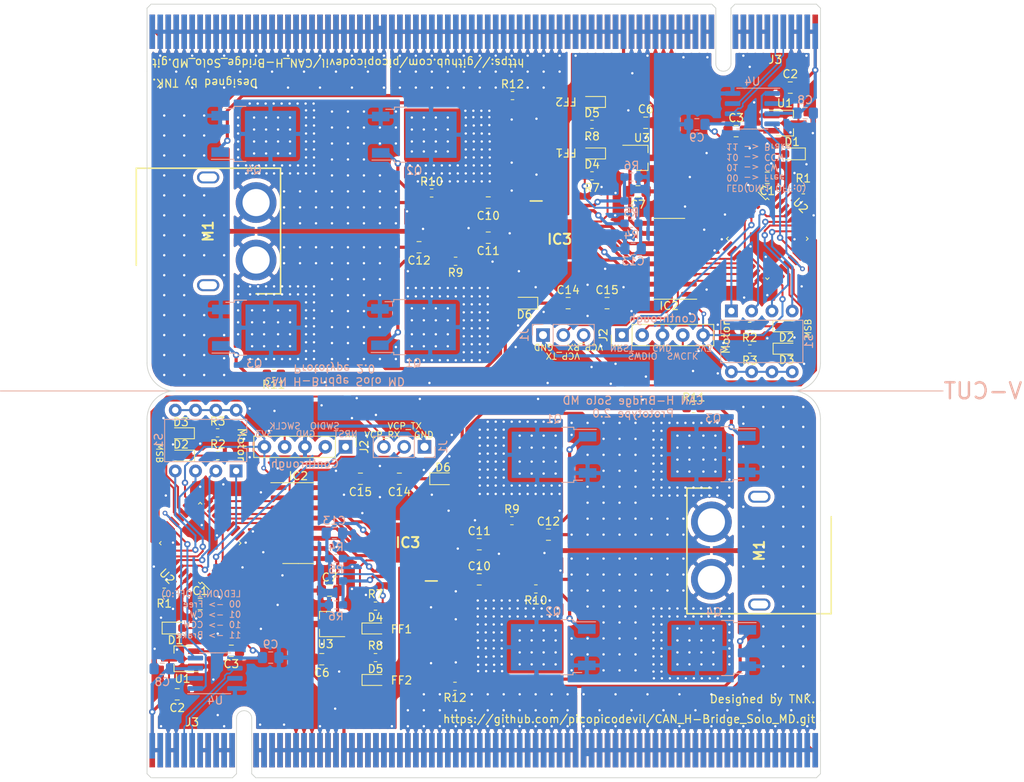
<source format=kicad_pcb>
(kicad_pcb (version 20171130) (host pcbnew "(5.1.6)-1")
  (layers (0 F.Cu signal) (31 B.Cu signal) (34 B.Paste user) (35 F.Paste user) (36 B.SilkS user) (37 F.SilkS user) (38 B.Mask user) (39 F.Mask user) (44 Edge.Cuts user))
  (net 0 "")
  (net 1 GND)
  (net 2 +5V)
  (net 3 GNDPWR)
  (net 4 VREG_0)
  (net 5 SB_0)
  (net 6 SA_0)
  (net 7 "Net-(C10-Pad1)")
  (net 8 MD_3V3)
  (net 9 "Net-(D4-Pad2)")
  (net 10 MD_RESET_0)
  (net 11 MD_PWMH_0)
  (net 12 MD_PWML_0)
  (net 13 MD_SR_0)
  (net 14 MD_PHASE_0)
  (net 15 IC_PHASE_0)
  (net 16 IC_SR_0)
  (net 17 IC_PWML_0)
  (net 18 IC_PWMH_0)
  (net 19 IC_RESET_0)
  (net 20 MD_FF2_0)
  (net 21 MD_FF1_0)
  (net 22 GLA_0)
  (net 23 GHA_0)
  (net 24 "Net-(IC2-Pad7)")
  (net 25 GHB_0)
  (net 26 GLB_0)
  (net 27 VCP_RX)
  (net 28 VCP_TX)
  (net 29 /SWCLK)
  (net 30 /SWDIO)
  (net 31 NRST)
  (net 32 CAN-)
  (net 33 CAN+)
  (net 34 "Net-(Q1-Pad1)")
  (net 35 "Net-(Q2-Pad1)")
  (net 36 "Net-(Q3-Pad1)")
  (net 37 "Net-(Q4-Pad1)")
  (net 38 MD0_LED_H)
  (net 39 MD0_LED_L)
  (net 40 /BOOT)
  (net 41 DIP_SW_4)
  (net 42 DIP_SW_3)
  (net 43 DIP_SW_2)
  (net 44 DIP_SW_1)
  (net 45 /CAN_TD)
  (net 46 /CAN_RD)
  (net 47 "Net-(U2-Pad18)")
  (net 48 "Net-(U2-Pad9)")
  (net 49 "Net-(U2-Pad7)")
  (net 50 VCC)
  (net 51 "Net-(U2-Pad3)")
  (net 52 "Net-(U2-Pad2)")
  (net 53 "Net-(U2-Pad30)")
  (net 54 "Net-(U2-Pad10)")
  (net 55 "Net-(U2-Pad6)")
  (net 56 V5)
  (net 57 "Net-(D2-Pad1)")
  (net 58 "Net-(C12-Pad1)")
  (net 59 "Net-(C14-Pad1)")
  (net 60 "Net-(C15-Pad2)")
  (net 61 "Net-(C15-Pad1)")
  (net 62 "Net-(D3-Pad1)")
  (net 63 "Net-(D5-Pad2)")
  (net 64 "Net-(IC3-Pad7)")
  (net 65 "Net-(IC3-Pad14)")
  (net 66 "Net-(IC3-Pad18)")
  (net 67 "Net-(IC3-Pad27)")
  (net 68 "Net-(IC3-Pad28)")
  (net 69 "Net-(J3-PadA7)")
  (net 70 "Net-(J3-PadA6)")
  (net 71 "Net-(J3-PadA5)")
  (net 72 "Net-(J3-PadB7)")
  (net 73 "Net-(J3-PadB6)")
  (net 74 "Net-(J3-PadB5)")
  (net 75 "Net-(J3-PadB4)")
  (net 76 "Net-(J3-PadB3)")
  (net 77 IC_3V3)
  (module Capacitor_SMD:C_0805_2012Metric_Pad1.15x1.40mm_HandSolder (layer F.Cu) (at 153.0625 92)
    (fp_text reference C14 (at 0 -1.65) (layer F.SilkS))
    (fp_text value 0.1uF)
    (pad 1 smd roundrect (at -1.025 0) (size 1.15 1.4) (layers F.Cu F.Paste F.Mask) (roundrect_rratio 0.217391) (net 59 "Net-(C14-Pad1)"))
    (pad 2 smd roundrect (at 1.025 0) (size 1.15 1.4) (layers F.Cu F.Paste F.Mask) (roundrect_rratio 0.217391) (net 3 GNDPWR))
  )
  (module Capacitor_SMD:C_0805_2012Metric_Pad1.15x1.40mm_HandSolder (layer F.Cu) (at 162.775 69.4 180)
    (fp_text reference C6 (at 0 1.7) (layer F.SilkS))
    (fp_text value 1uF)
    (pad 1 smd roundrect (at -1.025 0 180) (size 1.15 1.4) (layers F.Cu F.Paste F.Mask) (roundrect_rratio 0.217391) (net 50 VCC))
    (pad 2 smd roundrect (at 1.025 0 180) (size 1.15 1.4) (layers F.Cu F.Paste F.Mask) (roundrect_rratio 0.217391) (net 3 GNDPWR))
  )
  (module LED_SMD:LED_0603_1608Metric_Castellated (layer F.Cu) (at 180.4125 97.7)
    (fp_text reference D3 (at 0 1.4) (layer F.SilkS))
    (fp_text value LED)
    (pad 1 smd roundrect (at -0.8125 0) (size 1.225 0.85) (layers F.Cu F.Paste F.Mask) (net 62 "Net-(D3-Pad1)"))
    (pad 2 smd roundrect (at 0.8125 0) (size 1.225 0.85) (layers F.Cu F.Paste F.Mask) (net 39 MD0_LED_L))
  )
  (module Package_SO:SOIC-8_3.9x4.9mm_P1.27mm (layer B.Cu) (at 176.125 67.635 180)
    (fp_text reference U4 (at 0 3.4) (layer B.SilkS) (effects (justify mirror)))
    (fp_text value MCP2562-E-SN)
    (pad 8 smd roundrect (at 2.475 1.905 180) (size 1.95 0.6) (layers B.Cu B.Paste B.Mask) (net 1 GND))
    (pad 7 smd roundrect (at 2.475 0.635 180) (size 1.95 0.6) (layers B.Cu B.Paste B.Mask) (net 33 CAN+))
    (pad 6 smd roundrect (at 2.475 -0.635 180) (size 1.95 0.6) (layers B.Cu B.Paste B.Mask) (net 32 CAN-))
    (pad 5 smd roundrect (at 2.475 -1.905 180) (size 1.95 0.6) (layers B.Cu B.Paste B.Mask) (net 77 IC_3V3))
    (pad 4 smd roundrect (at -2.475 -1.905 180) (size 1.95 0.6) (layers B.Cu B.Paste B.Mask) (net 46 /CAN_RD))
    (pad 3 smd roundrect (at -2.475 -0.635 180) (size 1.95 0.6) (layers B.Cu B.Paste B.Mask) (net 2 +5V))
    (pad 2 smd roundrect (at -2.475 0.635 180) (size 1.95 0.6) (layers B.Cu B.Paste B.Mask) (net 1 GND))
    (pad 1 smd roundrect (at -2.475 1.905 180) (size 1.95 0.6) (layers B.Cu B.Paste B.Mask) (net 45 /CAN_TD))
  )
  (module Capacitor_SMD:C_0805_2012Metric_Pad1.15x1.40mm_HandSolder (layer B.Cu) (at 169.175 69.6)
    (fp_text reference C9 (at 0 1.65) (layer B.SilkS) (effects (justify mirror)))
    (fp_text value 0.1uF)
    (pad 1 smd roundrect (at -1.025 0) (size 1.15 1.4) (layers B.Cu B.Paste B.Mask) (roundrect_rratio 0.217391) (net 1 GND))
    (pad 2 smd roundrect (at 1.025 0) (size 1.15 1.4) (layers B.Cu B.Paste B.Mask) (roundrect_rratio 0.217391) (net 77 IC_3V3))
  )
  (module Capacitor_SMD:C_0805_2012Metric_Pad1.15x1.40mm_HandSolder (layer B.Cu) (at 161.2 85.2 180)
    (fp_text reference C13 (at 0 -1.55) (layer B.SilkS) (effects (justify mirror)))
    (fp_text value 0.1uF)
    (pad 1 smd roundrect (at -1.025 0 180) (size 1.15 1.4) (layers B.Cu B.Paste B.Mask) (roundrect_rratio 0.217391) (net 56 V5))
    (pad 2 smd roundrect (at 1.025 0 180) (size 1.15 1.4) (layers B.Cu B.Paste B.Mask) (roundrect_rratio 0.217391) (net 3 GNDPWR))
  )
  (module Capacitor_SMD:C_0805_2012Metric_Pad1.15x1.40mm_HandSolder (layer F.Cu) (at 180.875 65 180)
    (fp_text reference C2 (at 0 1.7) (layer F.SilkS))
    (fp_text value 1uF)
    (pad 1 smd roundrect (at -1.025 0 180) (size 1.15 1.4) (layers F.Cu F.Paste F.Mask) (roundrect_rratio 0.217391) (net 2 +5V))
    (pad 2 smd roundrect (at 1.025 0 180) (size 1.15 1.4) (layers F.Cu F.Paste F.Mask) (roundrect_rratio 0.217391) (net 1 GND))
  )
  (module Capacitor_SMD:C_0805_2012Metric_Pad1.15x1.40mm_HandSolder (layer F.Cu) (at 174.1 70.45)
    (fp_text reference C3 (at 0 -1.65) (layer F.SilkS))
    (fp_text value 2.2uF)
    (pad 1 smd roundrect (at -1.025 0) (size 1.15 1.4) (layers F.Cu F.Paste F.Mask) (roundrect_rratio 0.217391) (net 1 GND))
    (pad 2 smd roundrect (at 1.025 0) (size 1.15 1.4) (layers F.Cu F.Paste F.Mask) (roundrect_rratio 0.217391) (net 77 IC_3V3))
  )
  (module Capacitor_SMD:C_0805_2012Metric_Pad1.15x1.40mm_HandSolder (layer F.Cu) (at 178 76.3 180)
    (fp_text reference C1 (at 0 -1.65) (layer F.SilkS))
    (fp_text value 0.1uF)
    (pad 1 smd roundrect (at -1.025 0 180) (size 1.15 1.4) (layers F.Cu F.Paste F.Mask) (roundrect_rratio 0.217391) (net 1 GND))
    (pad 2 smd roundrect (at 1.025 0 180) (size 1.15 1.4) (layers F.Cu F.Paste F.Mask) (roundrect_rratio 0.217391) (net 77 IC_3V3))
  )
  (module Capacitor_SMD:C_0805_2012Metric_Pad1.15x1.40mm_HandSolder (layer B.Cu) (at 182.7375 68.2 180)
    (fp_text reference C8 (at 0 1.65) (layer B.SilkS) (effects (justify mirror)))
    (fp_text value 0.1uF)
    (pad 1 smd roundrect (at -1.025 0 180) (size 1.15 1.4) (layers B.Cu B.Paste B.Mask) (roundrect_rratio 0.217391) (net 1 GND))
    (pad 2 smd roundrect (at 1.025 0 180) (size 1.15 1.4) (layers B.Cu B.Paste B.Mask) (roundrect_rratio 0.217391) (net 2 +5V))
  )
  (module Capacitor_SMD:C_0805_2012Metric_Pad1.15x1.40mm_HandSolder (layer F.Cu) (at 143.0625 83.8 180)
    (fp_text reference C11 (at 0 -1.65) (layer F.SilkS))
    (fp_text value 4.7uF)
    (pad 1 smd roundrect (at -1.025 0 180) (size 1.15 1.4) (layers F.Cu F.Paste F.Mask) (roundrect_rratio 0.217391) (net 4 VREG_0))
    (pad 2 smd roundrect (at 1.025 0 180) (size 1.15 1.4) (layers F.Cu F.Paste F.Mask) (roundrect_rratio 0.217391) (net 3 GNDPWR))
  )
  (module Capacitor_SMD:C_0805_2012Metric_Pad1.15x1.40mm_HandSolder (layer F.Cu) (at 134.4 85 180)
    (fp_text reference C12 (at 0 -1.65) (layer F.SilkS))
    (fp_text value 4.7uF)
    (pad 1 smd roundrect (at -1.025 0 180) (size 1.15 1.4) (layers F.Cu F.Paste F.Mask) (roundrect_rratio 0.217391) (net 58 "Net-(C12-Pad1)"))
    (pad 2 smd roundrect (at 1.025 0 180) (size 1.15 1.4) (layers F.Cu F.Paste F.Mask) (roundrect_rratio 0.217391) (net 6 SA_0))
  )
  (module Capacitor_SMD:C_0805_2012Metric_Pad1.15x1.40mm_HandSolder (layer F.Cu) (at 161.8 78 180)
    (fp_text reference C7 (at 0 -1.65) (layer F.SilkS))
    (fp_text value 1uF)
    (pad 1 smd roundrect (at -1.025 0 180) (size 1.15 1.4) (layers F.Cu F.Paste F.Mask) (roundrect_rratio 0.217391) (net 3 GNDPWR))
    (pad 2 smd roundrect (at 1.025 0 180) (size 1.15 1.4) (layers F.Cu F.Paste F.Mask) (roundrect_rratio 0.217391) (net 8 MD_3V3))
  )
  (module Capacitor_SMD:C_0805_2012Metric_Pad1.15x1.40mm_HandSolder (layer F.Cu) (at 143.0625 79.4 180)
    (fp_text reference C10 (at 0 -1.65) (layer F.SilkS))
    (fp_text value 4.7uF)
    (pad 1 smd roundrect (at -1.025 0 180) (size 1.15 1.4) (layers F.Cu F.Paste F.Mask) (roundrect_rratio 0.217391) (net 7 "Net-(C10-Pad1)"))
    (pad 2 smd roundrect (at 1.025 0 180) (size 1.15 1.4) (layers F.Cu F.Paste F.Mask) (roundrect_rratio 0.217391) (net 5 SB_0))
  )
  (module Capacitor_SMD:C_0805_2012Metric_Pad1.15x1.40mm_HandSolder (layer F.Cu) (at 157.9375 92)
    (fp_text reference C15 (at 0 -1.65) (layer F.SilkS))
    (fp_text value 0.47uF)
    (pad 1 smd roundrect (at -1.025 0) (size 1.15 1.4) (layers F.Cu F.Paste F.Mask) (roundrect_rratio 0.217391) (net 61 "Net-(C15-Pad1)"))
    (pad 2 smd roundrect (at 1.025 0) (size 1.15 1.4) (layers F.Cu F.Paste F.Mask) (roundrect_rratio 0.217391) (net 60 "Net-(C15-Pad2)"))
  )
  (module LED_SMD:LED_0603_1608Metric_Castellated (layer F.Cu) (at 180.3875 94.9)
    (fp_text reference D2 (at 0.0125 1.4) (layer F.SilkS))
    (fp_text value LED)
    (pad 1 smd roundrect (at -0.8125 0) (size 1.225 0.85) (layers F.Cu F.Paste F.Mask) (net 57 "Net-(D2-Pad1)"))
    (pad 2 smd roundrect (at 0.8125 0) (size 1.225 0.85) (layers F.Cu F.Paste F.Mask) (net 38 MD0_LED_H))
  )
  (module LED_SMD:LED_0603_1608Metric_Castellated (layer F.Cu) (at 156.05 66.8 180)
    (fp_text reference D5 (at 0 -1.38) (layer F.SilkS))
    (fp_text value LED)
    (pad 1 smd roundrect (at -0.8125 0 180) (size 1.225 0.85) (layers F.Cu F.Paste F.Mask) (net 20 MD_FF2_0))
    (pad 2 smd roundrect (at 0.8125 0 180) (size 1.225 0.85) (layers F.Cu F.Paste F.Mask) (net 63 "Net-(D5-Pad2)"))
  )
  (module LED_SMD:LED_0603_1608Metric_Castellated (layer F.Cu) (at 156.0625 73.25 180)
    (fp_text reference D4 (at 0 -1.38) (layer F.SilkS))
    (fp_text value LED)
    (pad 1 smd roundrect (at -0.8125 0 180) (size 1.225 0.85) (layers F.Cu F.Paste F.Mask) (net 21 MD_FF1_0))
    (pad 2 smd roundrect (at 0.8125 0 180) (size 1.225 0.85) (layers F.Cu F.Paste F.Mask) (net 9 "Net-(D4-Pad2)"))
  )
  (module Package_TO_SOT_SMD:SOT-23_Handsoldering (layer F.Cu) (at 162.3 73.8)
    (fp_text reference U3 (at 0 -2.5) (layer F.SilkS))
    (fp_text value MCP1799T-3302H/TT)
    (pad 1 smd rect (at -1.5 -0.95) (size 1.9 0.8) (layers F.Cu F.Paste F.Mask) (net 3 GNDPWR))
    (pad 2 smd rect (at -1.5 0.95) (size 1.9 0.8) (layers F.Cu F.Paste F.Mask) (net 8 MD_3V3))
    (pad 3 smd rect (at 1.5 0) (size 1.9 0.8) (layers F.Cu F.Paste F.Mask) (net 50 VCC))
  )
  (module Package_TO_SOT_SMD:SOT-23W_Handsoldering (layer F.Cu) (at 180.2 69.45)
    (fp_text reference U1 (at 0 -2.5) (layer F.SilkS))
    (fp_text value AP2210N-3.3TRG1)
    (pad 1 smd rect (at -1.7 -0.95) (size 2 0.7) (layers F.Cu F.Paste F.Mask) (net 1 GND))
    (pad 2 smd rect (at -1.7 0.95) (size 2 0.7) (layers F.Cu F.Paste F.Mask) (net 77 IC_3V3))
    (pad 3 smd rect (at 1.7 0) (size 2 0.7) (layers F.Cu F.Paste F.Mask) (net 2 +5V))
  )
  (module Package_SO:SOIC-16_3.9x9.9mm_P1.27mm (layer F.Cu) (at 165.712 86.445 180)
    (fp_text reference IC2 (at 0 -5.9) (layer F.SilkS))
    (fp_text value SI8650AB-B-IS1)
    (pad 1 smd roundrect (at -2.475 -4.445 180) (size 1.95 0.6) (layers F.Cu F.Paste F.Mask) (net 77 IC_3V3))
    (pad 2 smd roundrect (at -2.475 -3.175 180) (size 1.95 0.6) (layers F.Cu F.Paste F.Mask) (net 15 IC_PHASE_0))
    (pad 3 smd roundrect (at -2.475 -1.905 180) (size 1.95 0.6) (layers F.Cu F.Paste F.Mask) (net 16 IC_SR_0))
    (pad 4 smd roundrect (at -2.475 -0.635 180) (size 1.95 0.6) (layers F.Cu F.Paste F.Mask) (net 17 IC_PWML_0))
    (pad 5 smd roundrect (at -2.475 0.635 180) (size 1.95 0.6) (layers F.Cu F.Paste F.Mask) (net 18 IC_PWMH_0))
    (pad 6 smd roundrect (at -2.475 1.905 180) (size 1.95 0.6) (layers F.Cu F.Paste F.Mask) (net 19 IC_RESET_0))
    (pad 7 smd roundrect (at -2.475 3.175 180) (size 1.95 0.6) (layers F.Cu F.Paste F.Mask) (net 24 "Net-(IC2-Pad7)"))
    (pad 8 smd roundrect (at -2.475 4.445 180) (size 1.95 0.6) (layers F.Cu F.Paste F.Mask) (net 1 GND))
    (pad 9 smd roundrect (at 2.475 4.445 180) (size 1.95 0.6) (layers F.Cu F.Paste F.Mask) (net 3 GNDPWR))
    (pad 10 smd roundrect (at 2.475 3.175 180) (size 1.95 0.6) (layers F.Cu F.Paste F.Mask) (net 8 MD_3V3))
    (pad 11 smd roundrect (at 2.475 1.905 180) (size 1.95 0.6) (layers F.Cu F.Paste F.Mask) (net 10 MD_RESET_0))
    (pad 12 smd roundrect (at 2.475 0.635 180) (size 1.95 0.6) (layers F.Cu F.Paste F.Mask) (net 11 MD_PWMH_0))
    (pad 13 smd roundrect (at 2.475 -0.635 180) (size 1.95 0.6) (layers F.Cu F.Paste F.Mask) (net 12 MD_PWML_0))
    (pad 14 smd roundrect (at 2.475 -1.905 180) (size 1.95 0.6) (layers F.Cu F.Paste F.Mask) (net 13 MD_SR_0))
    (pad 15 smd roundrect (at 2.475 -3.175 180) (size 1.95 0.6) (layers F.Cu F.Paste F.Mask) (net 14 MD_PHASE_0))
    (pad 16 smd roundrect (at 2.475 -4.445 180) (size 1.95 0.6) (layers F.Cu F.Paste F.Mask) (net 8 MD_3V3))
  )
  (module Package_TO_SOT_SMD:TO-252-2 (layer B.Cu) (at 113.7 70.8)
    (fp_text reference Q4 (at 0 4.5) (layer B.SilkS) (effects (justify mirror)))
    (fp_text value TK6R7P06PLRQ)
    (pad 1 smd rect (at -4.2 2.28) (size 2.2 1.2) (layers B.Cu B.Paste B.Mask) (net 37 "Net-(Q4-Pad1)"))
    (pad 3 smd rect (at -4.2 -2.28) (size 2.2 1.2) (layers B.Cu B.Paste B.Mask) (net 3 GNDPWR))
    (pad 2 smd rect (at 2.1 0) (size 6.4 5.8) (layers B.Cu B.Mask) (net 5 SB_0))
  )
  (module Package_DIP:DIP-8_W7.62mm (layer B.Cu) (at 173.5 92.98 270)
    (fp_text reference S1 (at 3.81 -9.7 90) (layer B.SilkS) (effects (justify mirror)))
    (fp_text value DIPSW)
    (pad 1 thru_hole rect (at 0 0 270) (size 1.6 1.6) (drill 0.8) (layers *.Cu *.Mask) (net 41 DIP_SW_4))
    (pad 5 thru_hole oval (at 7.62 -7.62 270) (size 1.6 1.6) (drill 0.8) (layers *.Cu *.Mask) (net 77 IC_3V3))
    (pad 2 thru_hole oval (at 0 -2.54 270) (size 1.6 1.6) (drill 0.8) (layers *.Cu *.Mask) (net 42 DIP_SW_3))
    (pad 6 thru_hole oval (at 7.62 -5.08 270) (size 1.6 1.6) (drill 0.8) (layers *.Cu *.Mask) (net 77 IC_3V3))
    (pad 3 thru_hole oval (at 0 -5.08 270) (size 1.6 1.6) (drill 0.8) (layers *.Cu *.Mask) (net 43 DIP_SW_2))
    (pad 7 thru_hole oval (at 7.62 -2.54 270) (size 1.6 1.6) (drill 0.8) (layers *.Cu *.Mask) (net 77 IC_3V3))
    (pad 4 thru_hole oval (at 0 -7.62 270) (size 1.6 1.6) (drill 0.8) (layers *.Cu *.Mask) (net 44 DIP_SW_1))
    (pad 8 thru_hole oval (at 7.62 0 270) (size 1.6 1.6) (drill 0.8) (layers *.Cu *.Mask) (net 77 IC_3V3))
  )
  (module XT60:XT60PW (layer F.Cu) (at 114 83 90)
    (fp_text reference M1 (at 0 -6 90) (layer F.SilkS) (effects (font (size 1.27 1.27) (thickness 0.254))))
    (fp_text value Motor_DC hide)
    (pad 1 thru_hole circle (at -3.6 0 90) (size 5.1 5.1) (drill 3.4) (layers *.Cu *.Mask) (net 6 SA_0))
    (pad 2 thru_hole circle (at 3.6 0 90) (size 5.1 5.1) (drill 3.4) (layers *.Cu *.Mask) (net 5 SB_0))
    (pad 4 thru_hole oval (at -6.75 -6 90) (size 1.5 2.8) (drill oval 1 2.2) (layers *.Cu *.Mask))
    (pad 4 thru_hole oval (at 6.75 -6 90) (size 1.5 2.8) (drill oval 1 2.2) (layers *.Cu *.Mask))
  )
  (module Resistor_SMD:R_0603_1608Metric_Pad1.05x0.95mm_HandSolder (layer F.Cu) (at 156.05 76.05)
    (fp_text reference R7 (at 0 1.5) (layer F.SilkS))
    (fp_text value 2.2k)
    (pad 1 smd roundrect (at -0.875 0) (size 1.05 0.95) (layers F.Cu F.Paste F.Mask) (net 56 V5))
    (pad 2 smd roundrect (at 0.875 0) (size 1.05 0.95) (layers F.Cu F.Paste F.Mask) (net 9 "Net-(D4-Pad2)"))
  )
  (module Resistor_SMD:R_0603_1608Metric_Pad1.05x0.95mm_HandSolder (layer B.Cu) (at 161 82)
    (fp_text reference R4 (at 0 1.43) (layer B.SilkS) (effects (justify mirror)))
    (fp_text value 3k)
    (pad 1 smd roundrect (at -0.875 0) (size 1.05 0.95) (layers B.Cu B.Paste B.Mask) (net 67 "Net-(IC3-Pad27)"))
    (pad 2 smd roundrect (at 0.875 0) (size 1.05 0.95) (layers B.Cu B.Paste B.Mask) (net 56 V5))
  )
  (module Resistor_SMD:R_0603_1608Metric_Pad1.05x0.95mm_HandSolder (layer B.Cu) (at 161 76.2 180)
    (fp_text reference R6 (at 0 1.43) (layer B.SilkS) (effects (justify mirror)))
    (fp_text value 2.2k)
    (pad 1 smd roundrect (at -0.875 0 180) (size 1.05 0.95) (layers B.Cu B.Paste B.Mask) (net 3 GNDPWR))
    (pad 2 smd roundrect (at 0.875 0 180) (size 1.05 0.95) (layers B.Cu B.Paste B.Mask) (net 68 "Net-(IC3-Pad28)"))
  )
  (module Diode_SMD:D_0603_1608Metric_Pad1.05x0.95mm_HandSolder (layer F.Cu) (at 147.6 92 180)
    (fp_text reference D6 (at 0 -1.43) (layer F.SilkS))
    (fp_text value D)
    (pad 1 smd roundrect (at -0.875 0 180) (size 1.05 0.95) (layers F.Cu F.Paste F.Mask) (net 59 "Net-(C14-Pad1)"))
    (pad 2 smd roundrect (at 0.875 0 180) (size 1.05 0.95) (layers F.Cu F.Paste F.Mask) (net 50 VCC))
  )
  (module Resistor_SMD:R_0603_1608Metric_Pad1.05x0.95mm_HandSolder (layer F.Cu) (at 146.1 66)
    (fp_text reference R12 (at 0 -1.43) (layer F.SilkS))
    (fp_text value 21)
    (pad 1 smd roundrect (at -0.875 0) (size 1.05 0.95) (layers F.Cu F.Paste F.Mask) (net 37 "Net-(Q4-Pad1)"))
    (pad 2 smd roundrect (at 0.875 0) (size 1.05 0.95) (layers F.Cu F.Paste F.Mask) (net 26 GLB_0))
  )
  (module Package_TO_SOT_SMD:TO-252-2 (layer B.Cu) (at 133.7 95)
    (fp_text reference Q1 (at 0 4.5) (layer B.SilkS) (effects (justify mirror)))
    (fp_text value TK6R7P06PLRQ)
    (pad 1 smd rect (at -4.2 2.28) (size 2.2 1.2) (layers B.Cu B.Paste B.Mask) (net 34 "Net-(Q1-Pad1)"))
    (pad 3 smd rect (at -4.2 -2.28) (size 2.2 1.2) (layers B.Cu B.Paste B.Mask) (net 6 SA_0))
    (pad 2 smd rect (at 2.1 0) (size 6.4 5.8) (layers B.Cu B.Mask) (net 50 VCC))
  )
  (module Resistor_SMD:R_0603_1608Metric_Pad1.05x0.95mm_HandSolder (layer F.Cu) (at 135.975 78.2)
    (fp_text reference R10 (at 0 -1.43) (layer F.SilkS))
    (fp_text value 21)
    (pad 1 smd roundrect (at -0.875 0) (size 1.05 0.95) (layers F.Cu F.Paste F.Mask) (net 35 "Net-(Q2-Pad1)"))
    (pad 2 smd roundrect (at 0.875 0) (size 1.05 0.95) (layers F.Cu F.Paste F.Mask) (net 25 GHB_0))
  )
  (module Resistor_SMD:R_0603_1608Metric_Pad1.05x0.95mm_HandSolder (layer F.Cu) (at 175.7875 94.9 180)
    (fp_text reference R2 (at 0 -1.43) (layer F.SilkS))
    (fp_text value 2.2k)
    (pad 1 smd roundrect (at -0.875 0 180) (size 1.05 0.95) (layers F.Cu F.Paste F.Mask) (net 57 "Net-(D2-Pad1)"))
    (pad 2 smd roundrect (at 0.875 0 180) (size 1.05 0.95) (layers F.Cu F.Paste F.Mask) (net 1 GND))
  )
  (module Resistor_SMD:R_0603_1608Metric_Pad1.05x0.95mm_HandSolder (layer F.Cu) (at 175.8125 97.75 180)
    (fp_text reference R3 (at 0 -1.43) (layer F.SilkS))
    (fp_text value 2.2k)
    (pad 1 smd roundrect (at -0.875 0 180) (size 1.05 0.95) (layers F.Cu F.Paste F.Mask) (net 62 "Net-(D3-Pad1)"))
    (pad 2 smd roundrect (at 0.875 0 180) (size 1.05 0.95) (layers F.Cu F.Paste F.Mask) (net 1 GND))
  )
  (module Resistor_SMD:R_0603_1608Metric_Pad1.05x0.95mm_HandSolder (layer F.Cu) (at 138.975 86.75 180)
    (fp_text reference R9 (at 0 -1.43) (layer F.SilkS))
    (fp_text value 21)
    (pad 1 smd roundrect (at -0.875 0 180) (size 1.05 0.95) (layers F.Cu F.Paste F.Mask) (net 23 GHA_0))
    (pad 2 smd roundrect (at 0.875 0 180) (size 1.05 0.95) (layers F.Cu F.Paste F.Mask) (net 34 "Net-(Q1-Pad1)"))
  )
  (module Resistor_SMD:R_0603_1608Metric_Pad1.05x0.95mm_HandSolder (layer B.Cu) (at 160.9875 79.2)
    (fp_text reference R5 (at 0 1.43) (layer B.SilkS) (effects (justify mirror)))
    (fp_text value 10k)
    (pad 1 smd roundrect (at -0.875 0) (size 1.05 0.95) (layers B.Cu B.Paste B.Mask) (net 68 "Net-(IC3-Pad28)"))
    (pad 2 smd roundrect (at 0.875 0) (size 1.05 0.95) (layers B.Cu B.Paste B.Mask) (net 56 V5))
  )
  (module Package_TO_SOT_SMD:TO-252-2 (layer B.Cu) (at 133.8 70.9)
    (fp_text reference Q2 (at 0 4.5) (layer B.SilkS) (effects (justify mirror)))
    (fp_text value TK6R7P06PLRQ)
    (pad 1 smd rect (at -4.2 2.28) (size 2.2 1.2) (layers B.Cu B.Paste B.Mask) (net 35 "Net-(Q2-Pad1)"))
    (pad 3 smd rect (at -4.2 -2.28) (size 2.2 1.2) (layers B.Cu B.Paste B.Mask) (net 5 SB_0))
    (pad 2 smd rect (at 2.1 0) (size 6.4 5.8) (layers B.Cu B.Mask) (net 50 VCC))
  )
  (module PCIe:BUS_mechaken_PCIexpress_x16 (layer F.Cu) (at 184 58 180)
    (fp_text reference J3 (at 5 -3.5) (layer F.SilkS))
    (fp_text value Bus_mechaken_PCIexpress_x16_164_Position)
    (fp_line (start 10.55 -4) (end 10.55 2.95) (layer Edge.Cuts) (width 0.1))
    (fp_line (start 12.45 -4) (end 12.45 2.95) (layer Edge.Cuts) (width 0.1))
    (fp_line (start -0.65 -4.95) (end -0.65 2.95) (layer Edge.Cuts) (width 0.1))
    (fp_line (start -0.15 3.45) (end 10.05 3.45) (layer Edge.Cuts) (width 0.1))
    (fp_line (start 83.65 -4.95) (end 83.65 2.95) (layer Edge.Cuts) (width 0.1))
    (fp_line (start 12.95 3.45) (end 83.15 3.45) (layer Edge.Cuts) (width 0.1))
    (fp_line (start -0.65 2.95) (end -0.15 3.45) (layer Edge.Cuts) (width 0.1))
    (fp_line (start 10.55 2.95) (end 10.05 3.45) (layer Edge.Cuts) (width 0.1))
    (fp_line (start 12.45 2.95) (end 12.95 3.45) (layer Edge.Cuts) (width 0.1))
    (fp_line (start 83.65 2.95) (end 83.15 3.45) (layer Edge.Cuts) (width 0.1))
    (fp_arc (start 11.5 -4) (end 12.45 -4) (angle -180) (layer Edge.Cuts) (width 0.1))
    (pad A9 connect rect (at 42 0 180) (size 0.7 4.3) (layers B.Cu B.Mask) (net 50 VCC))
    (pad A9 connect rect (at 41 0 180) (size 0.7 4.3) (layers B.Cu B.Mask) (net 50 VCC))
    (pad A9 connect rect (at 40 0 180) (size 0.7 4.3) (layers B.Cu B.Mask) (net 50 VCC))
    (pad A9 connect rect (at 39 0 180) (size 0.7 4.3) (layers B.Cu B.Mask) (net 50 VCC))
    (pad A9 connect rect (at 38 0 180) (size 0.7 4.3) (layers B.Cu B.Mask) (net 50 VCC))
    (pad A9 connect rect (at 37 0 180) (size 0.7 4.3) (layers B.Cu B.Mask) (net 50 VCC))
    (pad A9 connect rect (at 36 0 180) (size 0.7 4.3) (layers B.Cu B.Mask) (net 50 VCC))
    (pad A9 connect rect (at 35 0 180) (size 0.7 4.3) (layers B.Cu B.Mask) (net 50 VCC))
    (pad A9 connect rect (at 34 0 180) (size 0.7 4.3) (layers B.Cu B.Mask) (net 50 VCC))
    (pad B9 connect rect (at 50 0 180) (size 0.7 4.3) (layers F.Cu F.Mask) (net 50 VCC))
    (pad B9 connect rect (at 49 0 180) (size 0.7 4.3) (layers F.Cu F.Mask) (net 50 VCC))
    (pad B9 connect rect (at 48 0 180) (size 0.7 4.3) (layers F.Cu F.Mask) (net 50 VCC))
    (pad B9 connect rect (at 47 0 180) (size 0.7 4.3) (layers F.Cu F.Mask) (net 50 VCC))
    (pad B9 connect rect (at 46 0 180) (size 0.7 4.3) (layers F.Cu F.Mask) (net 50 VCC))
    (pad B9 connect rect (at 45 0 180) (size 0.7 4.3) (layers F.Cu F.Mask) (net 50 VCC))
    (pad B9 connect rect (at 44 0 180) (size 0.7 4.3) (layers F.Cu F.Mask) (net 50 VCC))
    (pad B9 connect rect (at 43 0 180) (size 0.7 4.3) (layers F.Cu F.Mask) (net 50 VCC))
    (pad B9 connect rect (at 42 0 180) (size 0.7 4.3) (layers F.Cu F.Mask) (net 50 VCC))
    (pad B9 connect rect (at 41 0 180) (size 0.7 4.3) (layers F.Cu F.Mask) (net 50 VCC))
    (pad B9 connect rect (at 40 0 180) (size 0.7 4.3) (layers F.Cu F.Mask) (net 50 VCC))
    (pad B9 connect rect (at 39 0 180) (size 0.7 4.3) (layers F.Cu F.Mask) (net 50 VCC))
    (pad B9 connect rect (at 38 0 180) (size 0.7 4.3) (layers F.Cu F.Mask) (net 50 VCC))
    (pad B9 connect rect (at 37 0 180) (size 0.7 4.3) (layers F.Cu F.Mask) (net 50 VCC))
    (pad B9 connect rect (at 36 0 180) (size 0.7 4.3) (layers F.Cu F.Mask) (net 50 VCC))
    (pad B9 connect rect (at 35 0 180) (size 0.7 4.3) (layers F.Cu F.Mask) (net 50 VCC))
    (pad B9 connect rect (at 34 0 180) (size 0.7 4.3) (layers F.Cu F.Mask) (net 50 VCC))
    (pad A9 connect rect (at 33 0 180) (size 0.7 4.3) (layers B.Cu B.Mask) (net 50 VCC))
    (pad A9 connect rect (at 32 0 180) (size 0.7 4.3) (layers B.Cu B.Mask) (net 50 VCC))
    (pad A9 connect rect (at 31 0 180) (size 0.7 4.3) (layers B.Cu B.Mask) (net 50 VCC))
    (pad A9 connect rect (at 30 0 180) (size 0.7 4.3) (layers B.Cu B.Mask) (net 50 VCC))
    (pad A9 connect rect (at 29 0 180) (size 0.7 4.3) (layers B.Cu B.Mask) (net 50 VCC))
    (pad A9 connect rect (at 28 0 180) (size 0.7 4.3) (layers B.Cu B.Mask) (net 50 VCC))
    (pad A9 connect rect (at 27 0 180) (size 0.7 4.3) (layers B.Cu B.Mask) (net 50 VCC))
    (pad A9 connect rect (at 26 0 180) (size 0.7 4.3) (layers B.Cu B.Mask) (net 50 VCC))
    (pad A9 connect rect (at 25 0 180) (size 0.7 4.3) (layers B.Cu B.Mask) (net 50 VCC))
    (pad A9 connect rect (at 24 0 180) (size 0.7 4.3) (layers B.Cu B.Mask) (net 50 VCC))
    (pad A8 connect rect (at 23 0 180) (size 0.7 4.3) (layers B.Cu B.Mask) (net 3 GNDPWR))
    (pad A8 connect rect (at 22 0 180) (size 0.7 4.3) (layers B.Cu B.Mask) (net 3 GNDPWR))
    (pad A8 connect rect (at 21 0 180) (size 0.7 4.3) (layers B.Cu B.Mask) (net 3 GNDPWR))
    (pad A8 connect rect (at 20 0 180) (size 0.7 4.3) (layers B.Cu B.Mask) (net 3 GNDPWR))
    (pad B9 connect rect (at 33 0 180) (size 0.7 4.3) (layers F.Cu F.Mask) (net 50 VCC))
    (pad B9 connect rect (at 32 0 180) (size 0.7 4.3) (layers F.Cu F.Mask) (net 50 VCC))
    (pad B9 connect rect (at 31 0 180) (size 0.7 4.3) (layers F.Cu F.Mask) (net 50 VCC))
    (pad B9 connect rect (at 30 0 180) (size 0.7 4.3) (layers F.Cu F.Mask) (net 50 VCC))
    (pad B9 connect rect (at 29 0 180) (size 0.7 4.3) (layers F.Cu F.Mask) (net 50 VCC))
    (pad B9 connect rect (at 28 0 180) (size 0.7 4.3) (layers F.Cu F.Mask) (net 50 VCC))
    (pad B9 connect rect (at 27 0 180) (size 0.7 4.3) (layers F.Cu F.Mask) (net 50 VCC))
    (pad B9 connect rect (at 26 0 180) (size 0.7 4.3) (layers F.Cu F.Mask) (net 50 VCC))
    (pad B9 connect rect (at 25 0 180) (size 0.7 4.3) (layers F.Cu F.Mask) (net 50 VCC))
    (pad B9 connect rect (at 24 0 180) (size 0.7 4.3) (layers F.Cu F.Mask) (net 50 VCC))
    (pad B8 connect rect (at 23 0 180) (size 0.7 4.3) (layers F.Cu F.Mask) (net 3 GNDPWR))
    (pad B8 connect rect (at 22 0 180) (size 0.7 4.3) (layers F.Cu F.Mask) (net 3 GNDPWR))
    (pad B8 connect rect (at 21 0 180) (size 0.7 4.3) (layers F.Cu F.Mask) (net 3 GNDPWR))
    (pad B8 connect rect (at 20 0 180) (size 0.7 4.3) (layers F.Cu F.Mask) (net 3 GNDPWR))
    (pad B1 connect rect (at 0 0 180) (size 0.7 4.3) (layers F.Cu F.Mask) (net 2 +5V))
    (pad B1 connect rect (at 1 0 180) (size 0.7 4.3) (layers F.Cu F.Mask) (net 2 +5V))
    (pad B2 connect rect (at 2 0 180) (size 0.7 4.3) (layers F.Cu F.Mask) (net 1 GND))
    (pad B2 connect rect (at 3 0 180) (size 0.7 4.3) (layers F.Cu F.Mask) (net 1 GND))
    (pad B3 connect rect (at 4 0 180) (size 0.7 4.3) (layers F.Cu F.Mask) (net 76 "Net-(J3-PadB3)"))
    (pad B4 connect rect (at 5 0 180) (size 0.7 4.3) (layers F.Cu F.Mask) (net 75 "Net-(J3-PadB4)"))
    (pad B5 connect rect (at 6 0 180) (size 0.7 4.3) (layers F.Cu F.Mask) (net 74 "Net-(J3-PadB5)"))
    (pad B5 connect rect (at 7 0 180) (size 0.7 4.3) (layers F.Cu F.Mask) (net 74 "Net-(J3-PadB5)"))
    (pad B6 connect rect (at 8 0 180) (size 0.7 4.3) (layers F.Cu F.Mask) (net 73 "Net-(J3-PadB6)"))
    (pad B6 connect rect (at 9 0 180) (size 0.7 4.3) (layers F.Cu F.Mask) (net 73 "Net-(J3-PadB6)"))
    (pad B6 connect rect (at 10 0 180) (size 0.7 4.3) (layers F.Cu F.Mask) (net 73 "Net-(J3-PadB6)"))
    (pad B8 connect rect (at 15 0 180) (size 0.7 4.3) (layers F.Cu F.Mask) (net 3 GNDPWR))
    (pad B8 connect rect (at 16 0 180) (size 0.7 4.3) (layers F.Cu F.Mask) (net 3 GNDPWR))
    (pad B8 connect rect (at 17 0 180) (size 0.7 4.3) (layers F.Cu F.Mask) (net 3 GNDPWR))
    (pad B8 connect rect (at 18 0 180) (size 0.7 4.3) (layers F.Cu F.Mask) (net 3 GNDPWR))
    (pad B8 connect rect (at 19 0 180) (size 0.7 4.3) (layers F.Cu F.Mask) (net 3 GNDPWR))
    (pad B7 connect rect (at 13 0 180) (size 0.7 4.3) (layers F.Cu F.Mask) (net 72 "Net-(J3-PadB7)"))
    (pad B7 connect rect (at 14 0 180) (size 0.7 4.3) (layers F.Cu F.Mask) (net 72 "Net-(J3-PadB7)"))
    (pad A1 connect rect (at 0 -0.55 180) (size 0.7 3.2) (layers B.Cu B.Mask) (net 2 +5V))
    (pad A1 connect rect (at 1 0 180) (size 0.7 4.3) (layers B.Cu B.Mask) (net 2 +5V))
    (pad A2 connect rect (at 2 0 180) (size 0.7 4.3) (layers B.Cu B.Mask) (net 1 GND))
    (pad A2 connect rect (at 3 0 180) (size 0.7 4.3) (layers B.Cu B.Mask) (net 1 GND))
    (pad A3 connect rect (at 4 0 180) (size 0.7 4.3) (layers B.Cu B.Mask) (net 32 CAN-))
    (pad A4 connect rect (at 5 0 180) (size 0.7 4.3) (layers B.Cu B.Mask) (net 33 CAN+))
    (pad A5 connect rect (at 6 0 180) (size 0.7 4.3) (layers B.Cu B.Mask) (net 71 "Net-(J3-PadA5)"))
    (pad A5 connect rect (at 7 0 180) (size 0.7 4.3) (layers B.Cu B.Mask) (net 71 "Net-(J3-PadA5)"))
    (pad A6 connect rect (at 8 0 180) (size 0.7 4.3) (layers B.Cu B.Mask) (net 70 "Net-(J3-PadA6)"))
    (pad A6 connect rect (at 9 0 180) (size 0.7 4.3) (layers B.Cu B.Mask) (net 70 "Net-(J3-PadA6)"))
    (pad A6 connect rect (at 10 0 180) (size 0.7 4.3) (layers B.Cu B.Mask) (net 70 "Net-(J3-PadA6)"))
    (pad A8 connect rect (at 15 0 180) (size 0.7 4.3) (layers B.Cu B.Mask) (net 3 GNDPWR))
    (pad A8 connect rect (at 16 0 180) (size 0.7 4.3) (layers B.Cu B.Mask) (net 3 GNDPWR))
    (pad A8 connect rect (at 17 0 180) (size 0.7 4.3) (layers B.Cu B.Mask) (net 3 GNDPWR))
    (pad A8 connect rect (at 18 0 180) (size 0.7 4.3) (layers B.Cu B.Mask) (net 3 GNDPWR))
    (pad A8 connect rect (at 19 0 180) (size 0.7 4.3) (layers B.Cu B.Mask) (net 3 GNDPWR))
    (pad A7 connect rect (at 13 0 180) (size 0.7 4.3) (layers B.Cu B.Mask) (net 69 "Net-(J3-PadA7)"))
    (pad A7 connect rect (at 14 0 180) (size 0.7 4.3) (layers B.Cu B.Mask) (net 69 "Net-(J3-PadA7)"))
    (pad A9 connect rect (at 43 0 180) (size 0.7 4.3) (layers B.Cu B.Mask) (net 50 VCC))
    (pad A9 connect rect (at 44 0 180) (size 0.7 4.3) (layers B.Cu B.Mask) (net 50 VCC))
    (pad A9 connect rect (at 45 0 180) (size 0.7 4.3) (layers B.Cu B.Mask) (net 50 VCC))
    (pad A9 connect rect (at 46 0 180) (size 0.7 4.3) (layers B.Cu B.Mask) (net 50 VCC))
    (pad A9 connect rect (at 47 0 180) (size 0.7 4.3) (layers B.Cu B.Mask) (net 50 VCC))
    (pad A9 connect rect (at 48 0 180) (size 0.7 4.3) (layers B.Cu B.Mask) (net 50 VCC))
    (pad A9 connect rect (at 49 0 180) (size 0.7 4.3) (layers B.Cu B.Mask) (net 50 VCC))
    (pad A9 connect rect (at 50 0 180) (size 0.7 4.3) (layers B.Cu B.Mask) (net 50 VCC))
    (pad B9 connect rect (at 51 0 180) (size 0.7 4.3) (layers F.Cu F.Mask) (net 50 VCC))
    (pad B9 connect rect (at 52 0 180) (size 0.7 4.3) (layers F.Cu F.Mask) (net 50 VCC))
    (pad B9 connect rect (at 53 0 180) (size 0.7 4.3) (layers F.Cu F.Mask) (net 50 VCC))
    (pad B10 connect rect (at 54 0 180) (size 0.7 4.3) (layers F.Cu F.Mask) (net 3 GNDPWR))
    (pad B10 connect rect (at 55 0 180) (size 0.7 4.3) (layers F.Cu F.Mask) (net 3 GNDPWR))
    (pad B10 connect rect (at 56 0 180) (size 0.7 4.3) (layers F.Cu F.Mask) (net 3 GNDPWR))
    (pad B10 connect rect (at 57 0 180) (size 0.7 4.3) (layers F.Cu F.Mask) (net 3 GNDPWR))
    (pad B10 connect rect (at 58 0 180) (size 0.7 4.3) (layers F.Cu F.Mask) (net 3 GNDPWR))
    (pad B10 connect rect (at 59 0 180) (size 0.7 4.3) (layers F.Cu F.Mask) (net 3 GNDPWR))
    (pad B10 connect rect (at 60 0 180) (size 0.7 4.3) (layers F.Cu F.Mask) (net 3 GNDPWR))
    (pad B10 connect rect (at 61 0 180) (size 0.7 4.3) (layers F.Cu F.Mask) (net 3 GNDPWR))
    (pad B10 connect rect (at 62 0 180) (size 0.7 4.3) (layers F.Cu F.Mask) (net 3 GNDPWR))
    (pad B10 connect rect (at 63 0 180) (size 0.7 4.3) (layers F.Cu F.Mask) (net 3 GNDPWR))
    (pad B10 connect rect (at 64 0 180) (size 0.7 4.3) (layers F.Cu F.Mask) (net 3 GNDPWR))
    (pad B10 connect rect (at 65 0 180) (size 0.7 4.3) (layers F.Cu F.Mask) (net 3 GNDPWR))
    (pad B10 connect rect (at 66 0 180) (size 0.7 4.3) (layers F.Cu F.Mask) (net 3 GNDPWR))
    (pad B10 connect rect (at 67 0 180) (size 0.7 4.3) (layers F.Cu F.Mask) (net 3 GNDPWR))
    (pad B10 connect rect (at 68 0 180) (size 0.7 4.3) (layers F.Cu F.Mask) (net 3 GNDPWR))
    (pad B10 connect rect (at 69 0 180) (size 0.7 4.3) (layers F.Cu F.Mask) (net 3 GNDPWR))
    (pad B10 connect rect (at 70 0 180) (size 0.7 4.3) (layers F.Cu F.Mask) (net 3 GNDPWR))
    (pad B10 connect rect (at 71 0 180) (size 0.7 4.3) (layers F.Cu F.Mask) (net 3 GNDPWR))
    (pad B10 connect rect (at 72 0 180) (size 0.7 4.3) (layers F.Cu F.Mask) (net 3 GNDPWR))
    (pad B10 connect rect (at 73 0 180) (size 0.7 4.3) (layers F.Cu F.Mask) (net 3 GNDPWR))
    (pad B10 connect rect (at 74 0 180) (size 0.7 4.3) (layers F.Cu F.Mask) (net 3 GNDPWR))
    (pad B10 connect rect (at 75 0 180) (size 0.7 4.3) (layers F.Cu F.Mask) (net 3 GNDPWR))
    (pad B10 connect rect (at 76 0 180) (size 0.7 4.3) (layers F.Cu F.Mask) (net 3 GNDPWR))
    (pad B10 connect rect (at 77 0 180) (size 0.7 4.3) (layers F.Cu F.Mask) (net 3 GNDPWR))
    (pad B10 connect rect (at 78 0 180) (size 0.7 4.3) (layers F.Cu F.Mask) (net 3 GNDPWR))
    (pad B10 connect rect (at 79 0 180) (size 0.7 4.3) (layers F.Cu F.Mask) (net 3 GNDPWR))
    (pad B10 connect rect (at 80 0 180) (size 0.7 4.3) (layers F.Cu F.Mask) (net 3 GNDPWR))
    (pad B10 connect rect (at 81 0 180) (size 0.7 4.3) (layers F.Cu F.Mask) (net 3 GNDPWR))
    (pad B10 connect rect (at 82 -0.55 180) (size 0.7 3.2) (layers F.Cu F.Mask) (net 3 GNDPWR))
    (pad B10 connect rect (at 83 0 180) (size 0.7 4.3) (layers F.Cu F.Mask) (net 3 GNDPWR))
    (pad A9 connect rect (at 51 0 180) (size 0.7 4.3) (layers B.Cu B.Mask) (net 50 VCC))
    (pad A9 connect rect (at 52 0 180) (size 0.7 4.3) (layers B.Cu B.Mask) (net 50 VCC))
    (pad A9 connect rect (at 53 0 180) (size 0.7 4.3) (layers B.Cu B.Mask) (net 50 VCC))
    (pad A10 connect rect (at 54 0 180) (size 0.7 4.3) (layers B.Cu B.Mask) (net 3 GNDPWR))
    (pad A10 connect rect (at 55 0 180) (size 0.7 4.3) (layers B.Cu B.Mask) (net 3 GNDPWR))
    (pad A10 connect rect (at 56 0 180) (size 0.7 4.3) (layers B.Cu B.Mask) (net 3 GNDPWR))
    (pad A10 connect rect (at 57 0 180) (size 0.7 4.3) (layers B.Cu B.Mask) (net 3 GNDPWR))
    (pad A10 connect rect (at 58 0 180) (size 0.7 4.3) (layers B.Cu B.Mask) (net 3 GNDPWR))
    (pad A10 connect rect (at 59 0 180) (size 0.7 4.3) (layers B.Cu B.Mask) (net 3 GNDPWR))
    (pad A10 connect rect (at 60 0 180) (size 0.7 4.3) (layers B.Cu B.Mask) (net 3 GNDPWR))
    (pad A10 connect rect (at 61 0 180) (size 0.7 4.3) (layers B.Cu B.Mask) (net 3 GNDPWR))
    (pad A10 connect rect (at 62 0 180) (size 0.7 4.3) (layers B.Cu B.Mask) (net 3 GNDPWR))
    (pad A10 connect rect (at 63 0 180) (size 0.7 4.3) (layers B.Cu B.Mask) (net 3 GNDPWR))
    (pad A10 connect rect (at 64 0 180) (size 0.7 4.3) (layers B.Cu B.Mask) (net 3 GNDPWR))
    (pad A10 connect rect (at 65 0 180) (size 0.7 4.3) (layers B.Cu B.Mask) (net 3 GNDPWR))
    (pad A10 connect rect (at 66 0 180) (size 0.7 4.3) (layers B.Cu B.Mask) (net 3 GNDPWR))
    (pad A10 connect rect (at 67 0 180) (size 0.7 4.3) (layers B.Cu B.Mask) (net 3 GNDPWR))
    (pad A10 connect rect (at 68 0 180) (size 0.7 4.3) (layers B.Cu B.Mask) (net 3 GNDPWR))
    (pad A10 connect rect (at 69 0 180) (size 0.7 4.3) (layers B.Cu B.Mask) (net 3 GNDPWR))
    (pad A10 connect rect (at 70 0 180) (size 0.7 4.3) (layers B.Cu B.Mask) (net 3 GNDPWR))
    (pad A10 connect rect (at 71 0 180) (size 0.7 4.3) (layers B.Cu B.Mask) (net 3 GNDPWR))
    (pad A10 connect rect (at 72 0 180) (size 0.7 4.3) (layers B.Cu B.Mask) (net 3 GNDPWR))
    (pad A10 connect rect (at 73 0 180) (size 0.7 4.3) (layers B.Cu B.Mask) (net 3 GNDPWR))
    (pad A10 connect rect (at 74 0 180) (size 0.7 4.3) (layers B.Cu B.Mask) (net 3 GNDPWR))
    (pad A10 connect rect (at 75 0 180) (size 0.7 4.3) (layers B.Cu B.Mask) (net 3 GNDPWR))
    (pad A10 connect rect (at 76 0 180) (size 0.7 4.3) (layers B.Cu B.Mask) (net 3 GNDPWR))
    (pad A10 connect rect (at 77 0 180) (size 0.7 4.3) (layers B.Cu B.Mask) (net 3 GNDPWR))
    (pad A10 connect rect (at 78 0 180) (size 0.7 4.3) (layers B.Cu B.Mask) (net 3 GNDPWR))
    (pad A10 connect rect (at 79 0 180) (size 0.7 4.3) (layers B.Cu B.Mask) (net 3 GNDPWR))
    (pad A10 connect rect (at 80 0 180) (size 0.7 4.3) (layers B.Cu B.Mask) (net 3 GNDPWR))
    (pad A10 connect rect (at 81 0 180) (size 0.7 4.3) (layers B.Cu B.Mask) (net 3 GNDPWR))
    (pad A10 connect rect (at 82 0 180) (size 0.7 4.3) (layers B.Cu B.Mask) (net 3 GNDPWR))
    (pad A10 connect rect (at 83 0 180) (size 0.7 4.3) (layers B.Cu B.Mask) (net 3 GNDPWR))
  )
  (module Package_TO_SOT_SMD:TO-252-2 (layer B.Cu) (at 113.775 95.075)
    (fp_text reference Q3 (at 0 4.5) (layer B.SilkS) (effects (justify mirror)))
    (fp_text value TK6R7P06PLRQ)
    (pad 1 smd rect (at -4.2 2.28) (size 2.2 1.2) (layers B.Cu B.Paste B.Mask) (net 36 "Net-(Q3-Pad1)"))
    (pad 3 smd rect (at -4.2 -2.28) (size 2.2 1.2) (layers B.Cu B.Paste B.Mask) (net 3 GNDPWR))
    (pad 2 smd rect (at 2.1 0) (size 6.4 5.8) (layers B.Cu B.Mask) (net 6 SA_0))
  )
  (module Resistor_SMD:R_0603_1608Metric_Pad1.05x0.95mm_HandSolder (layer F.Cu) (at 116.225 100.8 180)
    (fp_text reference R11 (at 0.025 -1.4) (layer F.SilkS))
    (fp_text value 21)
    (pad 1 smd roundrect (at -0.875 0 180) (size 1.05 0.95) (layers F.Cu F.Paste F.Mask) (net 22 GLA_0))
    (pad 2 smd roundrect (at 0.875 0 180) (size 1.05 0.95) (layers F.Cu F.Paste F.Mask) (net 36 "Net-(Q3-Pad1)"))
  )
  (module Resistor_SMD:R_0603_1608Metric_Pad1.05x0.95mm_HandSolder (layer F.Cu) (at 182.5 77.8)
    (fp_text reference R1 (at 0 -1.43) (layer F.SilkS))
    (fp_text value 10k)
    (pad 1 smd roundrect (at -0.875 0) (size 1.05 0.95) (layers F.Cu F.Paste F.Mask) (net 40 /BOOT))
    (pad 2 smd roundrect (at 0.875 0) (size 1.05 0.95) (layers F.Cu F.Paste F.Mask) (net 1 GND))
  )
  (module Diode_SMD:D_0603_1608Metric_Pad1.05x0.95mm_HandSolder (layer F.Cu) (at 181.1 73.3 180)
    (fp_text reference D1 (at 0 1.5) (layer F.SilkS))
    (fp_text value D_Schottky)
    (pad 1 smd roundrect (at -0.875 0 180) (size 1.05 0.95) (layers F.Cu F.Paste F.Mask) (net 2 +5V))
    (pad 2 smd roundrect (at 0.875 0 180) (size 1.05 0.95) (layers F.Cu F.Paste F.Mask) (net 77 IC_3V3))
  )
  (module Resistor_SMD:R_0603_1608Metric_Pad1.05x0.95mm_HandSolder (layer F.Cu) (at 156.05 69.6)
    (fp_text reference R8 (at 0 1.5) (layer F.SilkS))
    (fp_text value 2.2k)
    (pad 1 smd roundrect (at -0.875 0) (size 1.05 0.95) (layers F.Cu F.Paste F.Mask) (net 56 V5))
    (pad 2 smd roundrect (at 0.875 0) (size 1.05 0.95) (layers F.Cu F.Paste F.Mask) (net 63 "Net-(D5-Pad2)"))
  )
  (module SamacSys_Parts:SOP65P640X120-29N (layer F.Cu) (at 152 84)
    (fp_text reference IC3 (at 0 0) (layer F.SilkS) (effects (font (size 1.27 1.27) (thickness 0.254))))
    (fp_text value A3921KLPTR-T hide)
    (pad 29 smd rect (at 0 0) (size 3 5) (layers F.Cu F.Paste F.Mask) (net 3 GNDPWR))
    (pad 28 smd rect (at 2.938 -4.225 90) (size 0.45 1.475) (layers F.Cu F.Paste F.Mask) (net 68 "Net-(IC3-Pad28)"))
    (pad 27 smd rect (at 2.938 -3.575 90) (size 0.45 1.475) (layers F.Cu F.Paste F.Mask) (net 67 "Net-(IC3-Pad27)"))
    (pad 26 smd rect (at 2.938 -2.925 90) (size 0.45 1.475) (layers F.Cu F.Paste F.Mask) (net 20 MD_FF2_0))
    (pad 25 smd rect (at 2.938 -2.275 90) (size 0.45 1.475) (layers F.Cu F.Paste F.Mask) (net 21 MD_FF1_0))
    (pad 24 smd rect (at 2.938 -1.625 90) (size 0.45 1.475) (layers F.Cu F.Paste F.Mask) (net 10 MD_RESET_0))
    (pad 23 smd rect (at 2.938 -0.975 90) (size 0.45 1.475) (layers F.Cu F.Paste F.Mask) (net 11 MD_PWMH_0))
    (pad 22 smd rect (at 2.938 -0.325 90) (size 0.45 1.475) (layers F.Cu F.Paste F.Mask) (net 12 MD_PWML_0))
    (pad 21 smd rect (at 2.938 0.325 90) (size 0.45 1.475) (layers F.Cu F.Paste F.Mask) (net 13 MD_SR_0))
    (pad 20 smd rect (at 2.938 0.975 90) (size 0.45 1.475) (layers F.Cu F.Paste F.Mask) (net 56 V5))
    (pad 19 smd rect (at 2.938 1.625 90) (size 0.45 1.475) (layers F.Cu F.Paste F.Mask) (net 14 MD_PHASE_0))
    (pad 18 smd rect (at 2.938 2.275 90) (size 0.45 1.475) (layers F.Cu F.Paste F.Mask) (net 66 "Net-(IC3-Pad18)"))
    (pad 17 smd rect (at 2.938 2.925 90) (size 0.45 1.475) (layers F.Cu F.Paste F.Mask) (net 3 GNDPWR))
    (pad 16 smd rect (at 2.938 3.575 90) (size 0.45 1.475) (layers F.Cu F.Paste F.Mask) (net 60 "Net-(C15-Pad2)"))
    (pad 15 smd rect (at 2.938 4.225 90) (size 0.45 1.475) (layers F.Cu F.Paste F.Mask) (net 61 "Net-(C15-Pad1)"))
    (pad 14 smd rect (at -2.938 4.225 90) (size 0.45 1.475) (layers F.Cu F.Paste F.Mask) (net 65 "Net-(IC3-Pad14)"))
    (pad 13 smd rect (at -2.938 3.575 90) (size 0.45 1.475) (layers F.Cu F.Paste F.Mask) (net 59 "Net-(C14-Pad1)"))
    (pad 12 smd rect (at -2.938 2.925 90) (size 0.45 1.475) (layers F.Cu F.Paste F.Mask) (net 22 GLA_0))
    (pad 11 smd rect (at -2.938 2.275 90) (size 0.45 1.475) (layers F.Cu F.Paste F.Mask) (net 6 SA_0))
    (pad 10 smd rect (at -2.938 1.625 90) (size 0.45 1.475) (layers F.Cu F.Paste F.Mask) (net 23 GHA_0))
    (pad 9 smd rect (at -2.938 0.975 90) (size 0.45 1.475) (layers F.Cu F.Paste F.Mask) (net 58 "Net-(C12-Pad1)"))
    (pad 8 smd rect (at -2.938 0.325 90) (size 0.45 1.475) (layers F.Cu F.Paste F.Mask) (net 4 VREG_0))
    (pad 7 smd rect (at -2.938 -0.325 90) (size 0.45 1.475) (layers F.Cu F.Paste F.Mask) (net 64 "Net-(IC3-Pad7)"))
    (pad 6 smd rect (at -2.938 -0.975 90) (size 0.45 1.475) (layers F.Cu F.Paste F.Mask) (net 7 "Net-(C10-Pad1)"))
    (pad 5 smd rect (at -2.938 -1.625 90) (size 0.45 1.475) (layers F.Cu F.Paste F.Mask) (net 25 GHB_0))
    (pad 4 smd rect (at -2.938 -2.275 90) (size 0.45 1.475) (layers F.Cu F.Paste F.Mask) (net 5 SB_0))
    (pad 3 smd rect (at -2.938 -2.925 90) (size 0.45 1.475) (layers F.Cu F.Paste F.Mask) (net 26 GLB_0))
    (pad 2 smd rect (at -2.938 -3.575 90) (size 0.45 1.475) (layers F.Cu F.Paste F.Mask) (net 3 GNDPWR))
    (pad 1 smd rect (at -2.938 -4.225 90) (size 0.45 1.475) (layers F.Cu F.Paste F.Mask) (net 50 VCC))
  )
  (module Connector_PinHeader_2.54mm:PinHeader_1x05_P2.54mm_Vertical (layer F.Cu) (at 159.8 96 90)
    (fp_text reference J2 (at 0 -2.33 90) (layer F.SilkS))
    (fp_text value Conthrough (at 2.1 5.1 180) (layer B.SilkS) (effects (justify mirror)))
    (pad 5 thru_hole oval (at 0 10.16 90) (size 1.7 1.7) (drill 0.85) (layers *.Cu *.Mask) (net 77 IC_3V3))
    (pad 4 thru_hole oval (at 0 7.62 90) (size 1.7 1.7) (drill 0.85) (layers *.Cu *.Mask) (net 29 /SWCLK))
    (pad 3 thru_hole oval (at 0 5.08 90) (size 1.7 1.7) (drill 0.85) (layers *.Cu *.Mask) (net 1 GND))
    (pad 2 thru_hole oval (at 0 2.54 90) (size 1.7 1.7) (drill 0.85) (layers *.Cu *.Mask) (net 30 /SWDIO))
    (pad 1 thru_hole rect (at 0 0 90) (size 1.7 1.7) (drill 0.85) (layers *.Cu *.Mask) (net 31 NRST))
  )
  (module Connector_PinHeader_2.54mm:PinHeader_1x03_P2.54mm_Vertical (layer B.Cu) (at 149.92 96 270)
    (fp_text reference J1 (at 0 2.33 270) (layer B.SilkS) (effects (justify mirror)))
    (fp_text value Conn_01x03)
    (pad 3 thru_hole oval (at 0 -5.08 270) (size 1.7 1.7) (drill 1) (layers *.Cu *.Mask) (net 27 VCP_RX))
    (pad 2 thru_hole oval (at 0 -2.54 270) (size 1.7 1.7) (drill 1) (layers *.Cu *.Mask) (net 28 VCP_TX))
    (pad 1 thru_hole rect (at 0 0 270) (size 1.7 1.7) (drill 1) (layers *.Cu *.Mask) (net 1 GND))
  )
  (module Package_QFP:LQFP-32_7x7mm_P0.8mm (layer F.Cu) (at 178 83.93207 315)
    (fp_text reference U2 (at 0 -5.88 135) (layer F.SilkS))
    (fp_text value STM32F303K8)
    (pad 32 smd roundrect (at -2.8 -4.175 315) (size 0.5 1.5) (layers F.Cu F.Paste F.Mask) (net 1 GND))
    (pad 31 smd roundrect (at -2 -4.175 315) (size 0.5 1.5) (layers F.Cu F.Paste F.Mask) (net 40 /BOOT))
    (pad 30 smd roundrect (at -1.2 -4.175 315) (size 0.5 1.5) (layers F.Cu F.Paste F.Mask) (net 53 "Net-(U2-Pad30)"))
    (pad 29 smd roundrect (at -0.4 -4.175 315) (size 0.5 1.5) (layers F.Cu F.Paste F.Mask) (net 41 DIP_SW_4))
    (pad 28 smd roundrect (at 0.4 -4.175 315) (size 0.5 1.5) (layers F.Cu F.Paste F.Mask) (net 42 DIP_SW_3))
    (pad 27 smd roundrect (at 1.2 -4.175 315) (size 0.5 1.5) (layers F.Cu F.Paste F.Mask) (net 43 DIP_SW_2))
    (pad 26 smd roundrect (at 2 -4.175 315) (size 0.5 1.5) (layers F.Cu F.Paste F.Mask) (net 44 DIP_SW_1))
    (pad 25 smd roundrect (at 2.8 -4.175 315) (size 0.5 1.5) (layers F.Cu F.Paste F.Mask) (net 27 VCP_RX))
    (pad 24 smd roundrect (at 4.175 -2.8 315) (size 1.5 0.5) (layers F.Cu F.Paste F.Mask) (net 29 /SWCLK))
    (pad 23 smd roundrect (at 4.175 -2 315) (size 1.5 0.5) (layers F.Cu F.Paste F.Mask) (net 30 /SWDIO))
    (pad 22 smd roundrect (at 4.175 -1.2 315) (size 1.5 0.5) (layers F.Cu F.Paste F.Mask) (net 45 /CAN_TD))
    (pad 21 smd roundrect (at 4.175 -0.4 315) (size 1.5 0.5) (layers F.Cu F.Paste F.Mask) (net 46 /CAN_RD))
    (pad 20 smd roundrect (at 4.175 0.4 315) (size 1.5 0.5) (layers F.Cu F.Paste F.Mask) (net 39 MD0_LED_L))
    (pad 19 smd roundrect (at 4.175 1.2 315) (size 1.5 0.5) (layers F.Cu F.Paste F.Mask) (net 38 MD0_LED_H))
    (pad 18 smd roundrect (at 4.175 2 315) (size 1.5 0.5) (layers F.Cu F.Paste F.Mask) (net 47 "Net-(U2-Pad18)"))
    (pad 17 smd roundrect (at 4.175 2.8 315) (size 1.5 0.5) (layers F.Cu F.Paste F.Mask) (net 77 IC_3V3))
    (pad 16 smd roundrect (at 2.8 4.175 315) (size 0.5 1.5) (layers F.Cu F.Paste F.Mask) (net 1 GND))
    (pad 15 smd roundrect (at 2 4.175 315) (size 0.5 1.5) (layers F.Cu F.Paste F.Mask) (net 15 IC_PHASE_0))
    (pad 14 smd roundrect (at 1.2 4.175 315) (size 0.5 1.5) (layers F.Cu F.Paste F.Mask) (net 16 IC_SR_0))
    (pad 13 smd roundrect (at 0.4 4.175 315) (size 0.5 1.5) (layers F.Cu F.Paste F.Mask) (net 17 IC_PWML_0))
    (pad 12 smd roundrect (at -0.4 4.175 315) (size 0.5 1.5) (layers F.Cu F.Paste F.Mask) (net 18 IC_PWMH_0))
    (pad 11 smd roundrect (at -1.2 4.175 315) (size 0.5 1.5) (layers F.Cu F.Paste F.Mask) (net 19 IC_RESET_0))
    (pad 10 smd roundrect (at -2 4.175 315) (size 0.5 1.5) (layers F.Cu F.Paste F.Mask) (net 54 "Net-(U2-Pad10)"))
    (pad 9 smd roundrect (at -2.8 4.175 315) (size 0.5 1.5) (layers F.Cu F.Paste F.Mask) (net 48 "Net-(U2-Pad9)"))
    (pad 8 smd roundrect (at -4.175 2.8 315) (size 1.5 0.5) (layers F.Cu F.Paste F.Mask) (net 28 VCP_TX))
    (pad 7 smd roundrect (at -4.175 2 315) (size 1.5 0.5) (layers F.Cu F.Paste F.Mask) (net 49 "Net-(U2-Pad7)"))
    (pad 6 smd roundrect (at -4.175 1.2 315) (size 1.5 0.5) (layers F.Cu F.Paste F.Mask) (net 55 "Net-(U2-Pad6)"))
    (pad 5 smd roundrect (at -4.175 0.4 315) (size 1.5 0.5) (layers F.Cu F.Paste F.Mask) (net 77 IC_3V3))
    (pad 4 smd roundrect (at -4.175 -0.4 315) (size 1.5 0.5) (layers F.Cu F.Paste F.Mask) (net 31 NRST))
    (pad 3 smd roundrect (at -4.175 -1.2 315) (size 1.5 0.5) (layers F.Cu F.Paste F.Mask) (net 51 "Net-(U2-Pad3)"))
    (pad 2 smd roundrect (at -4.175 -2 315) (size 1.5 0.5) (layers F.Cu F.Paste F.Mask) (net 52 "Net-(U2-Pad2)"))
    (pad 1 smd roundrect (at -4.175 -2.8 315) (size 1.5 0.5) (layers F.Cu F.Paste F.Mask) (net 77 IC_3V3))
  )
  (module Package_TO_SOT_SMD:SOT-23_Handsoldering (layer F.Cu) (at 122.7 132.2 180)
    (fp_text reference U3 (at 0 -2.5) (layer F.SilkS))
    (fp_text value MCP1799T-3302H/TT)
    (pad 3 smd rect (at 1.5 0 180) (size 1.9 0.8) (layers F.Cu F.Paste F.Mask) (net 50 VCC))
    (pad 2 smd rect (at -1.5 0.95 180) (size 1.9 0.8) (layers F.Cu F.Paste F.Mask) (net 8 MD_3V3))
    (pad 1 smd rect (at -1.5 -0.95 180) (size 1.9 0.8) (layers F.Cu F.Paste F.Mask) (net 3 GNDPWR))
  )
  (module Package_TO_SOT_SMD:SOT-23W_Handsoldering (layer F.Cu) (at 104.8 136.55 180)
    (fp_text reference U1 (at 0 -2.5) (layer F.SilkS))
    (fp_text value AP2210N-3.3TRG1)
    (pad 3 smd rect (at 1.7 0 180) (size 2 0.7) (layers F.Cu F.Paste F.Mask) (net 2 +5V))
    (pad 2 smd rect (at -1.7 0.95 180) (size 2 0.7) (layers F.Cu F.Paste F.Mask) (net 77 IC_3V3))
    (pad 1 smd rect (at -1.7 -0.95 180) (size 2 0.7) (layers F.Cu F.Paste F.Mask) (net 1 GND))
  )
  (module Package_SO:SOIC-16_3.9x9.9mm_P1.27mm (layer F.Cu) (at 119.288 119.555)
    (fp_text reference IC2 (at 0 -5.9) (layer F.SilkS))
    (fp_text value SI8650AB-B-IS1)
    (pad 16 smd roundrect (at 2.475 -4.445) (size 1.95 0.6) (layers F.Cu F.Paste F.Mask) (net 8 MD_3V3))
    (pad 15 smd roundrect (at 2.475 -3.175) (size 1.95 0.6) (layers F.Cu F.Paste F.Mask) (net 14 MD_PHASE_0))
    (pad 14 smd roundrect (at 2.475 -1.905) (size 1.95 0.6) (layers F.Cu F.Paste F.Mask) (net 13 MD_SR_0))
    (pad 13 smd roundrect (at 2.475 -0.635) (size 1.95 0.6) (layers F.Cu F.Paste F.Mask) (net 12 MD_PWML_0))
    (pad 12 smd roundrect (at 2.475 0.635) (size 1.95 0.6) (layers F.Cu F.Paste F.Mask) (net 11 MD_PWMH_0))
    (pad 11 smd roundrect (at 2.475 1.905) (size 1.95 0.6) (layers F.Cu F.Paste F.Mask) (net 10 MD_RESET_0))
    (pad 10 smd roundrect (at 2.475 3.175) (size 1.95 0.6) (layers F.Cu F.Paste F.Mask) (net 8 MD_3V3))
    (pad 9 smd roundrect (at 2.475 4.445) (size 1.95 0.6) (layers F.Cu F.Paste F.Mask) (net 3 GNDPWR))
    (pad 8 smd roundrect (at -2.475 4.445) (size 1.95 0.6) (layers F.Cu F.Paste F.Mask) (net 1 GND))
    (pad 7 smd roundrect (at -2.475 3.175) (size 1.95 0.6) (layers F.Cu F.Paste F.Mask) (net 24 "Net-(IC2-Pad7)"))
    (pad 6 smd roundrect (at -2.475 1.905) (size 1.95 0.6) (layers F.Cu F.Paste F.Mask) (net 19 IC_RESET_0))
    (pad 5 smd roundrect (at -2.475 0.635) (size 1.95 0.6) (layers F.Cu F.Paste F.Mask) (net 18 IC_PWMH_0))
    (pad 4 smd roundrect (at -2.475 -0.635) (size 1.95 0.6) (layers F.Cu F.Paste F.Mask) (net 17 IC_PWML_0))
    (pad 3 smd roundrect (at -2.475 -1.905) (size 1.95 0.6) (layers F.Cu F.Paste F.Mask) (net 16 IC_SR_0))
    (pad 2 smd roundrect (at -2.475 -3.175) (size 1.95 0.6) (layers F.Cu F.Paste F.Mask) (net 15 IC_PHASE_0))
    (pad 1 smd roundrect (at -2.475 -4.445) (size 1.95 0.6) (layers F.Cu F.Paste F.Mask) (net 77 IC_3V3))
  )
  (module XT60:XT60PW (layer F.Cu) (at 171 123 270)
    (fp_text reference M1 (at 0 -6 90) (layer F.SilkS) (effects (font (size 1.27 1.27) (thickness 0.254))))
    (fp_text value Motor_DC hide)
    (pad 4 thru_hole oval (at 6.75 -6 270) (size 1.5 2.8) (drill oval 1 2.2) (layers *.Cu *.Mask))
    (pad 4 thru_hole oval (at -6.75 -6 270) (size 1.5 2.8) (drill oval 1 2.2) (layers *.Cu *.Mask))
    (pad 2 thru_hole circle (at 3.6 0 270) (size 5.1 5.1) (drill 3.4) (layers *.Cu *.Mask) (net 5 SB_0))
    (pad 1 thru_hole circle (at -3.6 0 270) (size 5.1 5.1) (drill 3.4) (layers *.Cu *.Mask) (net 6 SA_0))
  )
  (module Package_DIP:DIP-8_W7.62mm (layer B.Cu) (at 111.5 113.02 90)
    (fp_text reference S1 (at 3.81 -9.7 90) (layer B.SilkS) (effects (justify mirror)))
    (fp_text value DIPSW)
    (pad 8 thru_hole oval (at 7.62 0 90) (size 1.6 1.6) (drill 0.8) (layers *.Cu *.Mask) (net 77 IC_3V3))
    (pad 4 thru_hole oval (at 0 -7.62 90) (size 1.6 1.6) (drill 0.8) (layers *.Cu *.Mask) (net 44 DIP_SW_1))
    (pad 7 thru_hole oval (at 7.62 -2.54 90) (size 1.6 1.6) (drill 0.8) (layers *.Cu *.Mask) (net 77 IC_3V3))
    (pad 3 thru_hole oval (at 0 -5.08 90) (size 1.6 1.6) (drill 0.8) (layers *.Cu *.Mask) (net 43 DIP_SW_2))
    (pad 6 thru_hole oval (at 7.62 -5.08 90) (size 1.6 1.6) (drill 0.8) (layers *.Cu *.Mask) (net 77 IC_3V3))
    (pad 2 thru_hole oval (at 0 -2.54 90) (size 1.6 1.6) (drill 0.8) (layers *.Cu *.Mask) (net 42 DIP_SW_3))
    (pad 5 thru_hole oval (at 7.62 -7.62 90) (size 1.6 1.6) (drill 0.8) (layers *.Cu *.Mask) (net 77 IC_3V3))
    (pad 1 thru_hole rect (at 0 0 90) (size 1.6 1.6) (drill 0.8) (layers *.Cu *.Mask) (net 41 DIP_SW_4))
  )
  (module Package_TO_SOT_SMD:TO-252-2 (layer B.Cu) (at 171.3 135.2 180)
    (fp_text reference Q4 (at 0 4.5) (layer B.SilkS) (effects (justify mirror)))
    (fp_text value TK6R7P06PLRQ)
    (pad 2 smd rect (at 2.1 0 180) (size 6.4 5.8) (layers B.Cu B.Mask) (net 5 SB_0))
    (pad 3 smd rect (at -4.2 -2.28 180) (size 2.2 1.2) (layers B.Cu B.Paste B.Mask) (net 3 GNDPWR))
    (pad 1 smd rect (at -4.2 2.28 180) (size 2.2 1.2) (layers B.Cu B.Paste B.Mask) (net 37 "Net-(Q4-Pad1)"))
  )
  (module Package_TO_SOT_SMD:TO-252-2 (layer B.Cu) (at 171.225 110.925 180)
    (fp_text reference Q3 (at 0 4.5) (layer B.SilkS) (effects (justify mirror)))
    (fp_text value TK6R7P06PLRQ)
    (pad 2 smd rect (at 2.1 0 180) (size 6.4 5.8) (layers B.Cu B.Mask) (net 6 SA_0))
    (pad 3 smd rect (at -4.2 -2.28 180) (size 2.2 1.2) (layers B.Cu B.Paste B.Mask) (net 3 GNDPWR))
    (pad 1 smd rect (at -4.2 2.28 180) (size 2.2 1.2) (layers B.Cu B.Paste B.Mask) (net 36 "Net-(Q3-Pad1)"))
  )
  (module Package_TO_SOT_SMD:TO-252-2 (layer B.Cu) (at 151.2 135.1 180)
    (fp_text reference Q2 (at 0 4.5) (layer B.SilkS) (effects (justify mirror)))
    (fp_text value TK6R7P06PLRQ)
    (pad 2 smd rect (at 2.1 0 180) (size 6.4 5.8) (layers B.Cu B.Mask) (net 50 VCC))
    (pad 3 smd rect (at -4.2 -2.28 180) (size 2.2 1.2) (layers B.Cu B.Paste B.Mask) (net 5 SB_0))
    (pad 1 smd rect (at -4.2 2.28 180) (size 2.2 1.2) (layers B.Cu B.Paste B.Mask) (net 35 "Net-(Q2-Pad1)"))
  )
  (module Package_TO_SOT_SMD:TO-252-2 (layer B.Cu) (at 151.3 111 180)
    (fp_text reference Q1 (at 0 4.5) (layer B.SilkS) (effects (justify mirror)))
    (fp_text value TK6R7P06PLRQ)
    (pad 2 smd rect (at 2.1 0 180) (size 6.4 5.8) (layers B.Cu B.Mask) (net 50 VCC))
    (pad 3 smd rect (at -4.2 -2.28 180) (size 2.2 1.2) (layers B.Cu B.Paste B.Mask) (net 6 SA_0))
    (pad 1 smd rect (at -4.2 2.28 180) (size 2.2 1.2) (layers B.Cu B.Paste B.Mask) (net 34 "Net-(Q1-Pad1)"))
  )
  (module Diode_SMD:D_0603_1608Metric_Pad1.05x0.95mm_HandSolder (layer F.Cu) (at 103.9 132.7)
    (fp_text reference D1 (at 0 1.5) (layer F.SilkS))
    (fp_text value D_Schottky)
    (pad 2 smd roundrect (at 0.875 0) (size 1.05 0.95) (layers F.Cu F.Paste F.Mask) (net 77 IC_3V3))
    (pad 1 smd roundrect (at -0.875 0) (size 1.05 0.95) (layers F.Cu F.Paste F.Mask) (net 2 +5V))
  )
  (module Diode_SMD:D_0603_1608Metric_Pad1.05x0.95mm_HandSolder (layer F.Cu) (at 137.4 114)
    (fp_text reference D6 (at 0 -1.43) (layer F.SilkS))
    (fp_text value D)
    (pad 2 smd roundrect (at 0.875 0) (size 1.05 0.95) (layers F.Cu F.Paste F.Mask) (net 50 VCC))
    (pad 1 smd roundrect (at -0.875 0) (size 1.05 0.95) (layers F.Cu F.Paste F.Mask) (net 59 "Net-(C14-Pad1)"))
  )
  (module PCIe:BUS_mechaken_PCIexpress_x16 (layer F.Cu) (at 101 148)
    (fp_text reference J3 (at 5 -3.5) (layer F.SilkS))
    (fp_text value Bus_mechaken_PCIexpress_x16_164_Position)
    (fp_line (start 83.65 2.95) (end 83.15 3.45) (layer Edge.Cuts) (width 0.1))
    (fp_line (start 12.45 2.95) (end 12.95 3.45) (layer Edge.Cuts) (width 0.1))
    (fp_line (start 10.55 2.95) (end 10.05 3.45) (layer Edge.Cuts) (width 0.1))
    (fp_line (start -0.65 2.95) (end -0.15 3.45) (layer Edge.Cuts) (width 0.1))
    (fp_line (start 12.95 3.45) (end 83.15 3.45) (layer Edge.Cuts) (width 0.1))
    (fp_line (start 83.65 -4.95) (end 83.65 2.95) (layer Edge.Cuts) (width 0.1))
    (fp_line (start -0.15 3.45) (end 10.05 3.45) (layer Edge.Cuts) (width 0.1))
    (fp_line (start -0.65 -4.95) (end -0.65 2.95) (layer Edge.Cuts) (width 0.1))
    (fp_line (start 12.45 -4) (end 12.45 2.95) (layer Edge.Cuts) (width 0.1))
    (fp_line (start 10.55 -4) (end 10.55 2.95) (layer Edge.Cuts) (width 0.1))
    (fp_arc (start 11.5 -4) (end 12.45 -4) (angle -180) (layer Edge.Cuts) (width 0.1))
    (pad A10 connect rect (at 83 0) (size 0.7 4.3) (layers B.Cu B.Mask) (net 3 GNDPWR))
    (pad A10 connect rect (at 82 0) (size 0.7 4.3) (layers B.Cu B.Mask) (net 3 GNDPWR))
    (pad A10 connect rect (at 81 0) (size 0.7 4.3) (layers B.Cu B.Mask) (net 3 GNDPWR))
    (pad A10 connect rect (at 80 0) (size 0.7 4.3) (layers B.Cu B.Mask) (net 3 GNDPWR))
    (pad A10 connect rect (at 79 0) (size 0.7 4.3) (layers B.Cu B.Mask) (net 3 GNDPWR))
    (pad A10 connect rect (at 78 0) (size 0.7 4.3) (layers B.Cu B.Mask) (net 3 GNDPWR))
    (pad A10 connect rect (at 77 0) (size 0.7 4.3) (layers B.Cu B.Mask) (net 3 GNDPWR))
    (pad A10 connect rect (at 76 0) (size 0.7 4.3) (layers B.Cu B.Mask) (net 3 GNDPWR))
    (pad A10 connect rect (at 75 0) (size 0.7 4.3) (layers B.Cu B.Mask) (net 3 GNDPWR))
    (pad A10 connect rect (at 74 0) (size 0.7 4.3) (layers B.Cu B.Mask) (net 3 GNDPWR))
    (pad A10 connect rect (at 73 0) (size 0.7 4.3) (layers B.Cu B.Mask) (net 3 GNDPWR))
    (pad A10 connect rect (at 72 0) (size 0.7 4.3) (layers B.Cu B.Mask) (net 3 GNDPWR))
    (pad A10 connect rect (at 71 0) (size 0.7 4.3) (layers B.Cu B.Mask) (net 3 GNDPWR))
    (pad A10 connect rect (at 70 0) (size 0.7 4.3) (layers B.Cu B.Mask) (net 3 GNDPWR))
    (pad A10 connect rect (at 69 0) (size 0.7 4.3) (layers B.Cu B.Mask) (net 3 GNDPWR))
    (pad A10 connect rect (at 68 0) (size 0.7 4.3) (layers B.Cu B.Mask) (net 3 GNDPWR))
    (pad A10 connect rect (at 67 0) (size 0.7 4.3) (layers B.Cu B.Mask) (net 3 GNDPWR))
    (pad A10 connect rect (at 66 0) (size 0.7 4.3) (layers B.Cu B.Mask) (net 3 GNDPWR))
    (pad A10 connect rect (at 65 0) (size 0.7 4.3) (layers B.Cu B.Mask) (net 3 GNDPWR))
    (pad A10 connect rect (at 64 0) (size 0.7 4.3) (layers B.Cu B.Mask) (net 3 GNDPWR))
    (pad A10 connect rect (at 63 0) (size 0.7 4.3) (layers B.Cu B.Mask) (net 3 GNDPWR))
    (pad A10 connect rect (at 62 0) (size 0.7 4.3) (layers B.Cu B.Mask) (net 3 GNDPWR))
    (pad A10 connect rect (at 61 0) (size 0.7 4.3) (layers B.Cu B.Mask) (net 3 GNDPWR))
    (pad A10 connect rect (at 60 0) (size 0.7 4.3) (layers B.Cu B.Mask) (net 3 GNDPWR))
    (pad A10 connect rect (at 59 0) (size 0.7 4.3) (layers B.Cu B.Mask) (net 3 GNDPWR))
    (pad A10 connect rect (at 58 0) (size 0.7 4.3) (layers B.Cu B.Mask) (net 3 GNDPWR))
    (pad A10 connect rect (at 57 0) (size 0.7 4.3) (layers B.Cu B.Mask) (net 3 GNDPWR))
    (pad A10 connect rect (at 56 0) (size 0.7 4.3) (layers B.Cu B.Mask) (net 3 GNDPWR))
    (pad A10 connect rect (at 55 0) (size 0.7 4.3) (layers B.Cu B.Mask) (net 3 GNDPWR))
    (pad A10 connect rect (at 54 0) (size 0.7 4.3) (layers B.Cu B.Mask) (net 3 GNDPWR))
    (pad A9 connect rect (at 53 0) (size 0.7 4.3) (layers B.Cu B.Mask) (net 50 VCC))
    (pad A9 connect rect (at 52 0) (size 0.7 4.3) (layers B.Cu B.Mask) (net 50 VCC))
    (pad A9 connect rect (at 51 0) (size 0.7 4.3) (layers B.Cu B.Mask) (net 50 VCC))
    (pad B10 connect rect (at 83 0) (size 0.7 4.3) (layers F.Cu F.Mask) (net 3 GNDPWR))
    (pad B10 connect rect (at 82 -0.55) (size 0.7 3.2) (layers F.Cu F.Mask) (net 3 GNDPWR))
    (pad B10 connect rect (at 81 0) (size 0.7 4.3) (layers F.Cu F.Mask) (net 3 GNDPWR))
    (pad B10 connect rect (at 80 0) (size 0.7 4.3) (layers F.Cu F.Mask) (net 3 GNDPWR))
    (pad B10 connect rect (at 79 0) (size 0.7 4.3) (layers F.Cu F.Mask) (net 3 GNDPWR))
    (pad B10 connect rect (at 78 0) (size 0.7 4.3) (layers F.Cu F.Mask) (net 3 GNDPWR))
    (pad B10 connect rect (at 77 0) (size 0.7 4.3) (layers F.Cu F.Mask) (net 3 GNDPWR))
    (pad B10 connect rect (at 76 0) (size 0.7 4.3) (layers F.Cu F.Mask) (net 3 GNDPWR))
    (pad B10 connect rect (at 75 0) (size 0.7 4.3) (layers F.Cu F.Mask) (net 3 GNDPWR))
    (pad B10 connect rect (at 74 0) (size 0.7 4.3) (layers F.Cu F.Mask) (net 3 GNDPWR))
    (pad B10 connect rect (at 73 0) (size 0.7 4.3) (layers F.Cu F.Mask) (net 3 GNDPWR))
    (pad B10 connect rect (at 72 0) (size 0.7 4.3) (layers F.Cu F.Mask) (net 3 GNDPWR))
    (pad B10 connect rect (at 71 0) (size 0.7 4.3) (layers F.Cu F.Mask) (net 3 GNDPWR))
    (pad B10 connect rect (at 70 0) (size 0.7 4.3) (layers F.Cu F.Mask) (net 3 GNDPWR))
    (pad B10 connect rect (at 69 0) (size 0.7 4.3) (layers F.Cu F.Mask) (net 3 GNDPWR))
    (pad B10 connect rect (at 68 0) (size 0.7 4.3) (layers F.Cu F.Mask) (net 3 GNDPWR))
    (pad B10 connect rect (at 67 0) (size 0.7 4.3) (layers F.Cu F.Mask) (net 3 GNDPWR))
    (pad B10 connect rect (at 66 0) (size 0.7 4.3) (layers F.Cu F.Mask) (net 3 GNDPWR))
    (pad B10 connect rect (at 65 0) (size 0.7 4.3) (layers F.Cu F.Mask) (net 3 GNDPWR))
    (pad B10 connect rect (at 64 0) (size 0.7 4.3) (layers F.Cu F.Mask) (net 3 GNDPWR))
    (pad B10 connect rect (at 63 0) (size 0.7 4.3) (layers F.Cu F.Mask) (net 3 GNDPWR))
    (pad B10 connect rect (at 62 0) (size 0.7 4.3) (layers F.Cu F.Mask) (net 3 GNDPWR))
    (pad B10 connect rect (at 61 0) (size 0.7 4.3) (layers F.Cu F.Mask) (net 3 GNDPWR))
    (pad B10 connect rect (at 60 0) (size 0.7 4.3) (layers F.Cu F.Mask) (net 3 GNDPWR))
    (pad B10 connect rect (at 59 0) (size 0.7 4.3) (layers F.Cu F.Mask) (net 3 GNDPWR))
    (pad B10 connect rect (at 58 0) (size 0.7 4.3) (layers F.Cu F.Mask) (net 3 GNDPWR))
    (pad B10 connect rect (at 57 0) (size 0.7 4.3) (layers F.Cu F.Mask) (net 3 GNDPWR))
    (pad B10 connect rect (at 56 0) (size 0.7 4.3) (layers F.Cu F.Mask) (net 3 GNDPWR))
    (pad B10 connect rect (at 55 0) (size 0.7 4.3) (layers F.Cu F.Mask) (net 3 GNDPWR))
    (pad B10 connect rect (at 54 0) (size 0.7 4.3) (layers F.Cu F.Mask) (net 3 GNDPWR))
    (pad B9 connect rect (at 53 0) (size 0.7 4.3) (layers F.Cu F.Mask) (net 50 VCC))
    (pad B9 connect rect (at 52 0) (size 0.7 4.3) (layers F.Cu F.Mask) (net 50 VCC))
    (pad B9 connect rect (at 51 0) (size 0.7 4.3) (layers F.Cu F.Mask) (net 50 VCC))
    (pad A9 connect rect (at 50 0) (size 0.7 4.3) (layers B.Cu B.Mask) (net 50 VCC))
    (pad A9 connect rect (at 49 0) (size 0.7 4.3) (layers B.Cu B.Mask) (net 50 VCC))
    (pad A9 connect rect (at 48 0) (size 0.7 4.3) (layers B.Cu B.Mask) (net 50 VCC))
    (pad A9 connect rect (at 47 0) (size 0.7 4.3) (layers B.Cu B.Mask) (net 50 VCC))
    (pad A9 connect rect (at 46 0) (size 0.7 4.3) (layers B.Cu B.Mask) (net 50 VCC))
    (pad A9 connect rect (at 45 0) (size 0.7 4.3) (layers B.Cu B.Mask) (net 50 VCC))
    (pad A9 connect rect (at 44 0) (size 0.7 4.3) (layers B.Cu B.Mask) (net 50 VCC))
    (pad A9 connect rect (at 43 0) (size 0.7 4.3) (layers B.Cu B.Mask) (net 50 VCC))
    (pad A7 connect rect (at 14 0) (size 0.7 4.3) (layers B.Cu B.Mask) (net 69 "Net-(J3-PadA7)"))
    (pad A7 connect rect (at 13 0) (size 0.7 4.3) (layers B.Cu B.Mask) (net 69 "Net-(J3-PadA7)"))
    (pad A8 connect rect (at 19 0) (size 0.7 4.3) (layers B.Cu B.Mask) (net 3 GNDPWR))
    (pad A8 connect rect (at 18 0) (size 0.7 4.3) (layers B.Cu B.Mask) (net 3 GNDPWR))
    (pad A8 connect rect (at 17 0) (size 0.7 4.3) (layers B.Cu B.Mask) (net 3 GNDPWR))
    (pad A8 connect rect (at 16 0) (size 0.7 4.3) (layers B.Cu B.Mask) (net 3 GNDPWR))
    (pad A8 connect rect (at 15 0) (size 0.7 4.3) (layers B.Cu B.Mask) (net 3 GNDPWR))
    (pad A6 connect rect (at 10 0) (size 0.7 4.3) (layers B.Cu B.Mask) (net 70 "Net-(J3-PadA6)"))
    (pad A6 connect rect (at 9 0) (size 0.7 4.3) (layers B.Cu B.Mask) (net 70 "Net-(J3-PadA6)"))
    (pad A6 connect rect (at 8 0) (size 0.7 4.3) (layers B.Cu B.Mask) (net 70 "Net-(J3-PadA6)"))
    (pad A5 connect rect (at 7 0) (size 0.7 4.3) (layers B.Cu B.Mask) (net 71 "Net-(J3-PadA5)"))
    (pad A5 connect rect (at 6 0) (size 0.7 4.3) (layers B.Cu B.Mask) (net 71 "Net-(J3-PadA5)"))
    (pad A4 connect rect (at 5 0) (size 0.7 4.3) (layers B.Cu B.Mask) (net 33 CAN+))
    (pad A3 connect rect (at 4 0) (size 0.7 4.3) (layers B.Cu B.Mask) (net 32 CAN-))
    (pad A2 connect rect (at 3 0) (size 0.7 4.3) (layers B.Cu B.Mask) (net 1 GND))
    (pad A2 connect rect (at 2 0) (size 0.7 4.3) (layers B.Cu B.Mask) (net 1 GND))
    (pad A1 connect rect (at 1 0) (size 0.7 4.3) (layers B.Cu B.Mask) (net 2 +5V))
    (pad A1 connect rect (at 0 -0.55) (size 0.7 3.2) (layers B.Cu B.Mask) (net 2 +5V))
    (pad B7 connect rect (at 14 0) (size 0.7 4.3) (layers F.Cu F.Mask) (net 72 "Net-(J3-PadB7)"))
    (pad B7 connect rect (at 13 0) (size 0.7 4.3) (layers F.Cu F.Mask) (net 72 "Net-(J3-PadB7)"))
    (pad B8 connect rect (at 19 0) (size 0.7 4.3) (layers F.Cu F.Mask) (net 3 GNDPWR))
    (pad B8 connect rect (at 18 0) (size 0.7 4.3) (layers F.Cu F.Mask) (net 3 GNDPWR))
    (pad B8 connect rect (at 17 0) (size 0.7 4.3) (layers F.Cu F.Mask) (net 3 GNDPWR))
    (pad B8 connect rect (at 16 0) (size 0.7 4.3) (layers F.Cu F.Mask) (net 3 GNDPWR))
    (pad B8 connect rect (at 15 0) (size 0.7 4.3) (layers F.Cu F.Mask) (net 3 GNDPWR))
    (pad B6 connect rect (at 10 0) (size 0.7 4.3) (layers F.Cu F.Mask) (net 73 "Net-(J3-PadB6)"))
    (pad B6 connect rect (at 9 0) (size 0.7 4.3) (layers F.Cu F.Mask) (net 73 "Net-(J3-PadB6)"))
    (pad B6 connect rect (at 8 0) (size 0.7 4.3) (layers F.Cu F.Mask) (net 73 "Net-(J3-PadB6)"))
    (pad B5 connect rect (at 7 0) (size 0.7 4.3) (layers F.Cu F.Mask) (net 74 "Net-(J3-PadB5)"))
    (pad B5 connect rect (at 6 0) (size 0.7 4.3) (layers F.Cu F.Mask) (net 74 "Net-(J3-PadB5)"))
    (pad B4 connect rect (at 5 0) (size 0.7 4.3) (layers F.Cu F.Mask) (net 75 "Net-(J3-PadB4)"))
    (pad B3 connect rect (at 4 0) (size 0.7 4.3) (layers F.Cu F.Mask) (net 76 "Net-(J3-PadB3)"))
    (pad B2 connect rect (at 3 0) (size 0.7 4.3) (layers F.Cu F.Mask) (net 1 GND))
    (pad B2 connect rect (at 2 0) (size 0.7 4.3) (layers F.Cu F.Mask) (net 1 GND))
    (pad B1 connect rect (at 1 0) (size 0.7 4.3) (layers F.Cu F.Mask) (net 2 +5V))
    (pad B1 connect rect (at 0 0) (size 0.7 4.3) (layers F.Cu F.Mask) (net 2 +5V))
    (pad B8 connect rect (at 20 0) (size 0.7 4.3) (layers F.Cu F.Mask) (net 3 GNDPWR))
    (pad B8 connect rect (at 21 0) (size 0.7 4.3) (layers F.Cu F.Mask) (net 3 GNDPWR))
    (pad B8 connect rect (at 22 0) (size 0.7 4.3) (layers F.Cu F.Mask) (net 3 GNDPWR))
    (pad B8 connect rect (at 23 0) (size 0.7 4.3) (layers F.Cu F.Mask) (net 3 GNDPWR))
    (pad B9 connect rect (at 24 0) (size 0.7 4.3) (layers F.Cu F.Mask) (net 50 VCC))
    (pad B9 connect rect (at 25 0) (size 0.7 4.3) (layers F.Cu F.Mask) (net 50 VCC))
    (pad B9 connect rect (at 26 0) (size 0.7 4.3) (layers F.Cu F.Mask) (net 50 VCC))
    (pad B9 connect rect (at 27 0) (size 0.7 4.3) (layers F.Cu F.Mask) (net 50 VCC))
    (pad B9 connect rect (at 28 0) (size 0.7 4.3) (layers F.Cu F.Mask) (net 50 VCC))
    (pad B9 connect rect (at 29 0) (size 0.7 4.3) (layers F.Cu F.Mask) (net 50 VCC))
    (pad B9 connect rect (at 30 0) (size 0.7 4.3) (layers F.Cu F.Mask) (net 50 VCC))
    (pad B9 connect rect (at 31 0) (size 0.7 4.3) (layers F.Cu F.Mask) (net 50 VCC))
    (pad B9 connect rect (at 32 0) (size 0.7 4.3) (layers F.Cu F.Mask) (net 50 VCC))
    (pad B9 connect rect (at 33 0) (size 0.7 4.3) (layers F.Cu F.Mask) (net 50 VCC))
    (pad A8 connect rect (at 20 0) (size 0.7 4.3) (layers B.Cu B.Mask) (net 3 GNDPWR))
    (pad A8 connect rect (at 21 0) (size 0.7 4.3) (layers B.Cu B.Mask) (net 3 GNDPWR))
    (pad A8 connect rect (at 22 0) (size 0.7 4.3) (layers B.Cu B.Mask) (net 3 GNDPWR))
    (pad A8 connect rect (at 23 0) (size 0.7 4.3) (layers B.Cu B.Mask) (net 3 GNDPWR))
    (pad A9 connect rect (at 24 0) (size 0.7 4.3) (layers B.Cu B.Mask) (net 50 VCC))
    (pad A9 connect rect (at 25 0) (size 0.7 4.3) (layers B.Cu B.Mask) (net 50 VCC))
    (pad A9 connect rect (at 26 0) (size 0.7 4.3) (layers B.Cu B.Mask) (net 50 VCC))
    (pad A9 connect rect (at 27 0) (size 0.7 4.3) (layers B.Cu B.Mask) (net 50 VCC))
    (pad A9 connect rect (at 28 0) (size 0.7 4.3) (layers B.Cu B.Mask) (net 50 VCC))
    (pad A9 connect rect (at 29 0) (size 0.7 4.3) (layers B.Cu B.Mask) (net 50 VCC))
    (pad A9 connect rect (at 30 0) (size 0.7 4.3) (layers B.Cu B.Mask) (net 50 VCC))
    (pad A9 connect rect (at 31 0) (size 0.7 4.3) (layers B.Cu B.Mask) (net 50 VCC))
    (pad A9 connect rect (at 32 0) (size 0.7 4.3) (layers B.Cu B.Mask) (net 50 VCC))
    (pad A9 connect rect (at 33 0) (size 0.7 4.3) (layers B.Cu B.Mask) (net 50 VCC))
    (pad B9 connect rect (at 34 0) (size 0.7 4.3) (layers F.Cu F.Mask) (net 50 VCC))
    (pad B9 connect rect (at 35 0) (size 0.7 4.3) (layers F.Cu F.Mask) (net 50 VCC))
    (pad B9 connect rect (at 36 0) (size 0.7 4.3) (layers F.Cu F.Mask) (net 50 VCC))
    (pad B9 connect rect (at 37 0) (size 0.7 4.3) (layers F.Cu F.Mask) (net 50 VCC))
    (pad B9 connect rect (at 38 0) (size 0.7 4.3) (layers F.Cu F.Mask) (net 50 VCC))
    (pad B9 connect rect (at 39 0) (size 0.7 4.3) (layers F.Cu F.Mask) (net 50 VCC))
    (pad B9 connect rect (at 40 0) (size 0.7 4.3) (layers F.Cu F.Mask) (net 50 VCC))
    (pad B9 connect rect (at 41 0) (size 0.7 4.3) (layers F.Cu F.Mask) (net 50 VCC))
    (pad B9 connect rect (at 42 0) (size 0.7 4.3) (layers F.Cu F.Mask) (net 50 VCC))
    (pad B9 connect rect (at 43 0) (size 0.7 4.3) (layers F.Cu F.Mask) (net 50 VCC))
    (pad B9 connect rect (at 44 0) (size 0.7 4.3) (layers F.Cu F.Mask) (net 50 VCC))
    (pad B9 connect rect (at 45 0) (size 0.7 4.3) (layers F.Cu F.Mask) (net 50 VCC))
    (pad B9 connect rect (at 46 0) (size 0.7 4.3) (layers F.Cu F.Mask) (net 50 VCC))
    (pad B9 connect rect (at 47 0) (size 0.7 4.3) (layers F.Cu F.Mask) (net 50 VCC))
    (pad B9 connect rect (at 48 0) (size 0.7 4.3) (layers F.Cu F.Mask) (net 50 VCC))
    (pad B9 connect rect (at 49 0) (size 0.7 4.3) (layers F.Cu F.Mask) (net 50 VCC))
    (pad B9 connect rect (at 50 0) (size 0.7 4.3) (layers F.Cu F.Mask) (net 50 VCC))
    (pad A9 connect rect (at 34 0) (size 0.7 4.3) (layers B.Cu B.Mask) (net 50 VCC))
    (pad A9 connect rect (at 35 0) (size 0.7 4.3) (layers B.Cu B.Mask) (net 50 VCC))
    (pad A9 connect rect (at 36 0) (size 0.7 4.3) (layers B.Cu B.Mask) (net 50 VCC))
    (pad A9 connect rect (at 37 0) (size 0.7 4.3) (layers B.Cu B.Mask) (net 50 VCC))
    (pad A9 connect rect (at 38 0) (size 0.7 4.3) (layers B.Cu B.Mask) (net 50 VCC))
    (pad A9 connect rect (at 39 0) (size 0.7 4.3) (layers B.Cu B.Mask) (net 50 VCC))
    (pad A9 connect rect (at 40 0) (size 0.7 4.3) (layers B.Cu B.Mask) (net 50 VCC))
    (pad A9 connect rect (at 41 0) (size 0.7 4.3) (layers B.Cu B.Mask) (net 50 VCC))
    (pad A9 connect rect (at 42 0) (size 0.7 4.3) (layers B.Cu B.Mask) (net 50 VCC))
  )
  (module Resistor_SMD:R_0603_1608Metric_Pad1.05x0.95mm_HandSolder (layer B.Cu) (at 124 129.8)
    (fp_text reference R6 (at 0 1.43) (layer B.SilkS) (effects (justify mirror)))
    (fp_text value 2.2k)
    (pad 2 smd roundrect (at 0.875 0) (size 1.05 0.95) (layers B.Cu B.Paste B.Mask) (net 68 "Net-(IC3-Pad28)"))
    (pad 1 smd roundrect (at -0.875 0) (size 1.05 0.95) (layers B.Cu B.Paste B.Mask) (net 3 GNDPWR))
  )
  (module Resistor_SMD:R_0603_1608Metric_Pad1.05x0.95mm_HandSolder (layer B.Cu) (at 124.0125 126.8 180)
    (fp_text reference R5 (at 0 1.43) (layer B.SilkS) (effects (justify mirror)))
    (fp_text value 10k)
    (pad 2 smd roundrect (at 0.875 0 180) (size 1.05 0.95) (layers B.Cu B.Paste B.Mask) (net 56 V5))
    (pad 1 smd roundrect (at -0.875 0 180) (size 1.05 0.95) (layers B.Cu B.Paste B.Mask) (net 68 "Net-(IC3-Pad28)"))
  )
  (module Resistor_SMD:R_0603_1608Metric_Pad1.05x0.95mm_HandSolder (layer B.Cu) (at 124 124 180)
    (fp_text reference R4 (at 0 1.43) (layer B.SilkS) (effects (justify mirror)))
    (fp_text value 3k)
    (pad 2 smd roundrect (at 0.875 0 180) (size 1.05 0.95) (layers B.Cu B.Paste B.Mask) (net 56 V5))
    (pad 1 smd roundrect (at -0.875 0 180) (size 1.05 0.95) (layers B.Cu B.Paste B.Mask) (net 67 "Net-(IC3-Pad27)"))
  )
  (module Resistor_SMD:R_0603_1608Metric_Pad1.05x0.95mm_HandSolder (layer F.Cu) (at 138.9 140 180)
    (fp_text reference R12 (at 0 -1.43) (layer F.SilkS))
    (fp_text value 21)
    (pad 2 smd roundrect (at 0.875 0 180) (size 1.05 0.95) (layers F.Cu F.Paste F.Mask) (net 26 GLB_0))
    (pad 1 smd roundrect (at -0.875 0 180) (size 1.05 0.95) (layers F.Cu F.Paste F.Mask) (net 37 "Net-(Q4-Pad1)"))
  )
  (module Resistor_SMD:R_0603_1608Metric_Pad1.05x0.95mm_HandSolder (layer F.Cu) (at 149.025 127.8 180)
    (fp_text reference R10 (at 0 -1.43) (layer F.SilkS))
    (fp_text value 21)
    (pad 2 smd roundrect (at 0.875 0 180) (size 1.05 0.95) (layers F.Cu F.Paste F.Mask) (net 25 GHB_0))
    (pad 1 smd roundrect (at -0.875 0 180) (size 1.05 0.95) (layers F.Cu F.Paste F.Mask) (net 35 "Net-(Q2-Pad1)"))
  )
  (module Resistor_SMD:R_0603_1608Metric_Pad1.05x0.95mm_HandSolder (layer F.Cu) (at 128.95 136.4 180)
    (fp_text reference R8 (at 0 1.5) (layer F.SilkS))
    (fp_text value 2.2k)
    (pad 2 smd roundrect (at 0.875 0 180) (size 1.05 0.95) (layers F.Cu F.Paste F.Mask) (net 63 "Net-(D5-Pad2)"))
    (pad 1 smd roundrect (at -0.875 0 180) (size 1.05 0.95) (layers F.Cu F.Paste F.Mask) (net 56 V5))
  )
  (module Resistor_SMD:R_0603_1608Metric_Pad1.05x0.95mm_HandSolder (layer F.Cu) (at 128.95 129.95 180)
    (fp_text reference R7 (at 0 1.5) (layer F.SilkS))
    (fp_text value 2.2k)
    (pad 2 smd roundrect (at 0.875 0 180) (size 1.05 0.95) (layers F.Cu F.Paste F.Mask) (net 9 "Net-(D4-Pad2)"))
    (pad 1 smd roundrect (at -0.875 0 180) (size 1.05 0.95) (layers F.Cu F.Paste F.Mask) (net 56 V5))
  )
  (module Resistor_SMD:R_0603_1608Metric_Pad1.05x0.95mm_HandSolder (layer F.Cu) (at 102.5 128.2 180)
    (fp_text reference R1 (at 0 -1.43) (layer F.SilkS))
    (fp_text value 10k)
    (pad 2 smd roundrect (at 0.875 0 180) (size 1.05 0.95) (layers F.Cu F.Paste F.Mask) (net 1 GND))
    (pad 1 smd roundrect (at -0.875 0 180) (size 1.05 0.95) (layers F.Cu F.Paste F.Mask) (net 40 /BOOT))
  )
  (module Resistor_SMD:R_0603_1608Metric_Pad1.05x0.95mm_HandSolder (layer F.Cu) (at 168.775 105.2)
    (fp_text reference R11 (at 0.025 -1.4) (layer F.SilkS))
    (fp_text value 21)
    (pad 2 smd roundrect (at 0.875 0) (size 1.05 0.95) (layers F.Cu F.Paste F.Mask) (net 36 "Net-(Q3-Pad1)"))
    (pad 1 smd roundrect (at -0.875 0) (size 1.05 0.95) (layers F.Cu F.Paste F.Mask) (net 22 GLA_0))
  )
  (module Resistor_SMD:R_0603_1608Metric_Pad1.05x0.95mm_HandSolder (layer F.Cu) (at 146.025 119.25)
    (fp_text reference R9 (at 0 -1.43) (layer F.SilkS))
    (fp_text value 21)
    (pad 2 smd roundrect (at 0.875 0) (size 1.05 0.95) (layers F.Cu F.Paste F.Mask) (net 34 "Net-(Q1-Pad1)"))
    (pad 1 smd roundrect (at -0.875 0) (size 1.05 0.95) (layers F.Cu F.Paste F.Mask) (net 23 GHA_0))
  )
  (module Resistor_SMD:R_0603_1608Metric_Pad1.05x0.95mm_HandSolder (layer F.Cu) (at 109.1875 108.25)
    (fp_text reference R3 (at 0 -1.43) (layer F.SilkS))
    (fp_text value 2.2k)
    (pad 2 smd roundrect (at 0.875 0) (size 1.05 0.95) (layers F.Cu F.Paste F.Mask) (net 1 GND))
    (pad 1 smd roundrect (at -0.875 0) (size 1.05 0.95) (layers F.Cu F.Paste F.Mask) (net 62 "Net-(D3-Pad1)"))
  )
  (module Resistor_SMD:R_0603_1608Metric_Pad1.05x0.95mm_HandSolder (layer F.Cu) (at 109.2125 111.1)
    (fp_text reference R2 (at 0 -1.43) (layer F.SilkS))
    (fp_text value 2.2k)
    (pad 2 smd roundrect (at 0.875 0) (size 1.05 0.95) (layers F.Cu F.Paste F.Mask) (net 1 GND))
    (pad 1 smd roundrect (at -0.875 0) (size 1.05 0.95) (layers F.Cu F.Paste F.Mask) (net 57 "Net-(D2-Pad1)"))
  )
  (module LED_SMD:LED_0603_1608Metric_Castellated (layer F.Cu) (at 128.95 139.2)
    (fp_text reference D5 (at 0 -1.38) (layer F.SilkS))
    (fp_text value LED)
    (pad 2 smd roundrect (at 0.8125 0) (size 1.225 0.85) (layers F.Cu F.Paste F.Mask) (net 63 "Net-(D5-Pad2)"))
    (pad 1 smd roundrect (at -0.8125 0) (size 1.225 0.85) (layers F.Cu F.Paste F.Mask) (net 20 MD_FF2_0))
  )
  (module LED_SMD:LED_0603_1608Metric_Castellated (layer F.Cu) (at 128.9375 132.75)
    (fp_text reference D4 (at 0 -1.38) (layer F.SilkS))
    (fp_text value LED)
    (pad 2 smd roundrect (at 0.8125 0) (size 1.225 0.85) (layers F.Cu F.Paste F.Mask) (net 9 "Net-(D4-Pad2)"))
    (pad 1 smd roundrect (at -0.8125 0) (size 1.225 0.85) (layers F.Cu F.Paste F.Mask) (net 21 MD_FF1_0))
  )
  (module LED_SMD:LED_0603_1608Metric_Castellated (layer F.Cu) (at 104.5875 108.3 180)
    (fp_text reference D3 (at 0 1.4) (layer F.SilkS))
    (fp_text value LED)
    (pad 2 smd roundrect (at 0.8125 0 180) (size 1.225 0.85) (layers F.Cu F.Paste F.Mask) (net 39 MD0_LED_L))
    (pad 1 smd roundrect (at -0.8125 0 180) (size 1.225 0.85) (layers F.Cu F.Paste F.Mask) (net 62 "Net-(D3-Pad1)"))
  )
  (module LED_SMD:LED_0603_1608Metric_Castellated (layer F.Cu) (at 104.6125 111.1 180)
    (fp_text reference D2 (at 0.0125 1.4) (layer F.SilkS))
    (fp_text value LED)
    (pad 2 smd roundrect (at 0.8125 0 180) (size 1.225 0.85) (layers F.Cu F.Paste F.Mask) (net 38 MD0_LED_H))
    (pad 1 smd roundrect (at -0.8125 0 180) (size 1.225 0.85) (layers F.Cu F.Paste F.Mask) (net 57 "Net-(D2-Pad1)"))
  )
  (module Capacitor_SMD:C_0805_2012Metric_Pad1.15x1.40mm_HandSolder (layer F.Cu) (at 123.2 128)
    (fp_text reference C7 (at 0 -1.65) (layer F.SilkS))
    (fp_text value 1uF)
    (pad 2 smd roundrect (at 1.025 0) (size 1.15 1.4) (layers F.Cu F.Paste F.Mask) (roundrect_rratio 0.217391) (net 8 MD_3V3))
    (pad 1 smd roundrect (at -1.025 0) (size 1.15 1.4) (layers F.Cu F.Paste F.Mask) (roundrect_rratio 0.217391) (net 3 GNDPWR))
  )
  (module Capacitor_SMD:C_0805_2012Metric_Pad1.15x1.40mm_HandSolder (layer B.Cu) (at 123.8 120.8)
    (fp_text reference C13 (at 0 -1.55) (layer B.SilkS) (effects (justify mirror)))
    (fp_text value 0.1uF)
    (pad 2 smd roundrect (at 1.025 0) (size 1.15 1.4) (layers B.Cu B.Paste B.Mask) (roundrect_rratio 0.217391) (net 3 GNDPWR))
    (pad 1 smd roundrect (at -1.025 0) (size 1.15 1.4) (layers B.Cu B.Paste B.Mask) (roundrect_rratio 0.217391) (net 56 V5))
  )
  (module Capacitor_SMD:C_0805_2012Metric_Pad1.15x1.40mm_HandSolder (layer F.Cu) (at 122.225 136.6)
    (fp_text reference C6 (at 0 1.7) (layer F.SilkS))
    (fp_text value 1uF)
    (pad 2 smd roundrect (at 1.025 0) (size 1.15 1.4) (layers F.Cu F.Paste F.Mask) (roundrect_rratio 0.217391) (net 3 GNDPWR))
    (pad 1 smd roundrect (at -1.025 0) (size 1.15 1.4) (layers F.Cu F.Paste F.Mask) (roundrect_rratio 0.217391) (net 50 VCC))
  )
  (module Capacitor_SMD:C_0805_2012Metric_Pad1.15x1.40mm_HandSolder (layer F.Cu) (at 127.0625 114 180)
    (fp_text reference C15 (at 0 -1.65) (layer F.SilkS))
    (fp_text value 0.47uF)
    (pad 2 smd roundrect (at 1.025 0 180) (size 1.15 1.4) (layers F.Cu F.Paste F.Mask) (roundrect_rratio 0.217391) (net 60 "Net-(C15-Pad2)"))
    (pad 1 smd roundrect (at -1.025 0 180) (size 1.15 1.4) (layers F.Cu F.Paste F.Mask) (roundrect_rratio 0.217391) (net 61 "Net-(C15-Pad1)"))
  )
  (module Capacitor_SMD:C_0805_2012Metric_Pad1.15x1.40mm_HandSolder (layer F.Cu) (at 131.9375 114 180)
    (fp_text reference C14 (at 0 -1.65) (layer F.SilkS))
    (fp_text value 0.1uF)
    (pad 2 smd roundrect (at 1.025 0 180) (size 1.15 1.4) (layers F.Cu F.Paste F.Mask) (roundrect_rratio 0.217391) (net 3 GNDPWR))
    (pad 1 smd roundrect (at -1.025 0 180) (size 1.15 1.4) (layers F.Cu F.Paste F.Mask) (roundrect_rratio 0.217391) (net 59 "Net-(C14-Pad1)"))
  )
  (module Capacitor_SMD:C_0805_2012Metric_Pad1.15x1.40mm_HandSolder (layer F.Cu) (at 150.6 121)
    (fp_text reference C12 (at 0 -1.65) (layer F.SilkS))
    (fp_text value 4.7uF)
    (pad 2 smd roundrect (at 1.025 0) (size 1.15 1.4) (layers F.Cu F.Paste F.Mask) (roundrect_rratio 0.217391) (net 6 SA_0))
    (pad 1 smd roundrect (at -1.025 0) (size 1.15 1.4) (layers F.Cu F.Paste F.Mask) (roundrect_rratio 0.217391) (net 58 "Net-(C12-Pad1)"))
  )
  (module Capacitor_SMD:C_0805_2012Metric_Pad1.15x1.40mm_HandSolder (layer F.Cu) (at 141.9375 126.6)
    (fp_text reference C10 (at 0 -1.65) (layer F.SilkS))
    (fp_text value 4.7uF)
    (pad 2 smd roundrect (at 1.025 0) (size 1.15 1.4) (layers F.Cu F.Paste F.Mask) (roundrect_rratio 0.217391) (net 5 SB_0))
    (pad 1 smd roundrect (at -1.025 0) (size 1.15 1.4) (layers F.Cu F.Paste F.Mask) (roundrect_rratio 0.217391) (net 7 "Net-(C10-Pad1)"))
  )
  (module Capacitor_SMD:C_0805_2012Metric_Pad1.15x1.40mm_HandSolder (layer F.Cu) (at 141.9375 122.2)
    (fp_text reference C11 (at 0 -1.65) (layer F.SilkS))
    (fp_text value 4.7uF)
    (pad 2 smd roundrect (at 1.025 0) (size 1.15 1.4) (layers F.Cu F.Paste F.Mask) (roundrect_rratio 0.217391) (net 3 GNDPWR))
    (pad 1 smd roundrect (at -1.025 0) (size 1.15 1.4) (layers F.Cu F.Paste F.Mask) (roundrect_rratio 0.217391) (net 4 VREG_0))
  )
  (module Capacitor_SMD:C_0805_2012Metric_Pad1.15x1.40mm_HandSolder (layer B.Cu) (at 102.2625 137.8)
    (fp_text reference C8 (at 0 1.65) (layer B.SilkS) (effects (justify mirror)))
    (fp_text value 0.1uF)
    (pad 2 smd roundrect (at 1.025 0) (size 1.15 1.4) (layers B.Cu B.Paste B.Mask) (roundrect_rratio 0.217391) (net 2 +5V))
    (pad 1 smd roundrect (at -1.025 0) (size 1.15 1.4) (layers B.Cu B.Paste B.Mask) (roundrect_rratio 0.217391) (net 1 GND))
  )
  (module Capacitor_SMD:C_0805_2012Metric_Pad1.15x1.40mm_HandSolder (layer B.Cu) (at 115.825 136.4 180)
    (fp_text reference C9 (at 0 1.65) (layer B.SilkS) (effects (justify mirror)))
    (fp_text value 0.1uF)
    (pad 2 smd roundrect (at 1.025 0 180) (size 1.15 1.4) (layers B.Cu B.Paste B.Mask) (roundrect_rratio 0.217391) (net 77 IC_3V3))
    (pad 1 smd roundrect (at -1.025 0 180) (size 1.15 1.4) (layers B.Cu B.Paste B.Mask) (roundrect_rratio 0.217391) (net 1 GND))
  )
  (module Capacitor_SMD:C_0805_2012Metric_Pad1.15x1.40mm_HandSolder (layer F.Cu) (at 107 129.7)
    (fp_text reference C1 (at 0 -1.65) (layer F.SilkS))
    (fp_text value 0.1uF)
    (pad 2 smd roundrect (at 1.025 0) (size 1.15 1.4) (layers F.Cu F.Paste F.Mask) (roundrect_rratio 0.217391) (net 77 IC_3V3))
    (pad 1 smd roundrect (at -1.025 0) (size 1.15 1.4) (layers F.Cu F.Paste F.Mask) (roundrect_rratio 0.217391) (net 1 GND))
  )
  (module Capacitor_SMD:C_0805_2012Metric_Pad1.15x1.40mm_HandSolder (layer F.Cu) (at 110.9 135.55 180)
    (fp_text reference C3 (at 0 -1.65) (layer F.SilkS))
    (fp_text value 2.2uF)
    (pad 2 smd roundrect (at 1.025 0 180) (size 1.15 1.4) (layers F.Cu F.Paste F.Mask) (roundrect_rratio 0.217391) (net 77 IC_3V3))
    (pad 1 smd roundrect (at -1.025 0 180) (size 1.15 1.4) (layers F.Cu F.Paste F.Mask) (roundrect_rratio 0.217391) (net 1 GND))
  )
  (module Capacitor_SMD:C_0805_2012Metric_Pad1.15x1.40mm_HandSolder (layer F.Cu) (at 104.125 141)
    (fp_text reference C2 (at 0 1.7) (layer F.SilkS))
    (fp_text value 1uF)
    (pad 2 smd roundrect (at 1.025 0) (size 1.15 1.4) (layers F.Cu F.Paste F.Mask) (roundrect_rratio 0.217391) (net 1 GND))
    (pad 1 smd roundrect (at -1.025 0) (size 1.15 1.4) (layers F.Cu F.Paste F.Mask) (roundrect_rratio 0.217391) (net 2 +5V))
  )
  (module Package_SO:SOIC-8_3.9x4.9mm_P1.27mm (layer B.Cu) (at 108.875 138.365)
    (fp_text reference U4 (at 0 3.4) (layer B.SilkS) (effects (justify mirror)))
    (fp_text value MCP2562-E-SN)
    (pad 1 smd roundrect (at -2.475 1.905) (size 1.95 0.6) (layers B.Cu B.Paste B.Mask) (net 45 /CAN_TD))
    (pad 2 smd roundrect (at -2.475 0.635) (size 1.95 0.6) (layers B.Cu B.Paste B.Mask) (net 1 GND))
    (pad 3 smd roundrect (at -2.475 -0.635) (size 1.95 0.6) (layers B.Cu B.Paste B.Mask) (net 2 +5V))
    (pad 4 smd roundrect (at -2.475 -1.905) (size 1.95 0.6) (layers B.Cu B.Paste B.Mask) (net 46 /CAN_RD))
    (pad 5 smd roundrect (at 2.475 -1.905) (size 1.95 0.6) (layers B.Cu B.Paste B.Mask) (net 77 IC_3V3))
    (pad 6 smd roundrect (at 2.475 -0.635) (size 1.95 0.6) (layers B.Cu B.Paste B.Mask) (net 32 CAN-))
    (pad 7 smd roundrect (at 2.475 0.635) (size 1.95 0.6) (layers B.Cu B.Paste B.Mask) (net 33 CAN+))
    (pad 8 smd roundrect (at 2.475 1.905) (size 1.95 0.6) (layers B.Cu B.Paste B.Mask) (net 1 GND))
  )
  (module Package_QFP:LQFP-32_7x7mm_P0.8mm (layer F.Cu) (at 107 122.06793 135)
    (fp_text reference U2 (at 0 -5.88 135) (layer F.SilkS))
    (fp_text value STM32F303K8)
    (pad 1 smd roundrect (at -4.175 -2.8 135) (size 1.5 0.5) (layers F.Cu F.Paste F.Mask) (net 77 IC_3V3))
    (pad 2 smd roundrect (at -4.175 -2 135) (size 1.5 0.5) (layers F.Cu F.Paste F.Mask) (net 52 "Net-(U2-Pad2)"))
    (pad 3 smd roundrect (at -4.175 -1.2 135) (size 1.5 0.5) (layers F.Cu F.Paste F.Mask) (net 51 "Net-(U2-Pad3)"))
    (pad 4 smd roundrect (at -4.175 -0.4 135) (size 1.5 0.5) (layers F.Cu F.Paste F.Mask) (net 31 NRST))
    (pad 5 smd roundrect (at -4.175 0.4 135) (size 1.5 0.5) (layers F.Cu F.Paste F.Mask) (net 77 IC_3V3))
    (pad 6 smd roundrect (at -4.175 1.2 135) (size 1.5 0.5) (layers F.Cu F.Paste F.Mask) (net 55 "Net-(U2-Pad6)"))
    (pad 7 smd roundrect (at -4.175 2 135) (size 1.5 0.5) (layers F.Cu F.Paste F.Mask) (net 49 "Net-(U2-Pad7)"))
    (pad 8 smd roundrect (at -4.175 2.8 135) (size 1.5 0.5) (layers F.Cu F.Paste F.Mask) (net 28 VCP_TX))
    (pad 9 smd roundrect (at -2.8 4.175 135) (size 0.5 1.5) (layers F.Cu F.Paste F.Mask) (net 48 "Net-(U2-Pad9)"))
    (pad 10 smd roundrect (at -2 4.175 135) (size 0.5 1.5) (layers F.Cu F.Paste F.Mask) (net 54 "Net-(U2-Pad10)"))
    (pad 11 smd roundrect (at -1.2 4.175 135) (size 0.5 1.5) (layers F.Cu F.Paste F.Mask) (net 19 IC_RESET_0))
    (pad 12 smd roundrect (at -0.4 4.175 135) (size 0.5 1.5) (layers F.Cu F.Paste F.Mask) (net 18 IC_PWMH_0))
    (pad 13 smd roundrect (at 0.4 4.175 135) (size 0.5 1.5) (layers F.Cu F.Paste F.Mask) (net 17 IC_PWML_0))
    (pad 14 smd roundrect (at 1.2 4.175 135) (size 0.5 1.5) (layers F.Cu F.Paste F.Mask) (net 16 IC_SR_0))
    (pad 15 smd roundrect (at 2 4.175 135) (size 0.5 1.5) (layers F.Cu F.Paste F.Mask) (net 15 IC_PHASE_0))
    (pad 16 smd roundrect (at 2.8 4.175 135) (size 0.5 1.5) (layers F.Cu F.Paste F.Mask) (net 1 GND))
    (pad 17 smd roundrect (at 4.175 2.8 135) (size 1.5 0.5) (layers F.Cu F.Paste F.Mask) (net 77 IC_3V3))
    (pad 18 smd roundrect (at 4.175 2 135) (size 1.5 0.5) (layers F.Cu F.Paste F.Mask) (net 47 "Net-(U2-Pad18)"))
    (pad 19 smd roundrect (at 4.175 1.2 135) (size 1.5 0.5) (layers F.Cu F.Paste F.Mask) (net 38 MD0_LED_H))
    (pad 20 smd roundrect (at 4.175 0.4 135) (size 1.5 0.5) (layers F.Cu F.Paste F.Mask) (net 39 MD0_LED_L))
    (pad 21 smd roundrect (at 4.175 -0.4 135) (size 1.5 0.5) (layers F.Cu F.Paste F.Mask) (net 46 /CAN_RD))
    (pad 22 smd roundrect (at 4.175 -1.2 135) (size 1.5 0.5) (layers F.Cu F.Paste F.Mask) (net 45 /CAN_TD))
    (pad 23 smd roundrect (at 4.175 -2 135) (size 1.5 0.5) (layers F.Cu F.Paste F.Mask) (net 30 /SWDIO))
    (pad 24 smd roundrect (at 4.175 -2.8 135) (size 1.5 0.5) (layers F.Cu F.Paste F.Mask) (net 29 /SWCLK))
    (pad 25 smd roundrect (at 2.8 -4.175 135) (size 0.5 1.5) (layers F.Cu F.Paste F.Mask) (net 27 VCP_RX))
    (pad 26 smd roundrect (at 2 -4.175 135) (size 0.5 1.5) (layers F.Cu F.Paste F.Mask) (net 44 DIP_SW_1))
    (pad 27 smd roundrect (at 1.2 -4.175 135) (size 0.5 1.5) (layers F.Cu F.Paste F.Mask) (net 43 DIP_SW_2))
    (pad 28 smd roundrect (at 0.4 -4.175 135) (size 0.5 1.5) (layers F.Cu F.Paste F.Mask) (net 42 DIP_SW_3))
    (pad 29 smd roundrect (at -0.4 -4.175 135) (size 0.5 1.5) (layers F.Cu F.Paste F.Mask) (net 41 DIP_SW_4))
    (pad 30 smd roundrect (at -1.2 -4.175 135) (size 0.5 1.5) (layers F.Cu F.Paste F.Mask) (net 53 "Net-(U2-Pad30)"))
    (pad 31 smd roundrect (at -2 -4.175 135) (size 0.5 1.5) (layers F.Cu F.Paste F.Mask) (net 40 /BOOT))
    (pad 32 smd roundrect (at -2.8 -4.175 135) (size 0.5 1.5) (layers F.Cu F.Paste F.Mask) (net 1 GND))
  )
  (module Connector_PinHeader_2.54mm:PinHeader_1x05_P2.54mm_Vertical (layer F.Cu) (at 125.2 110 270)
    (fp_text reference J2 (at 0 -2.33 90) (layer F.SilkS))
    (fp_text value Conthrough (at 2.1 5.1 180) (layer B.SilkS) (effects (justify mirror)))
    (pad 1 thru_hole rect (at 0 0 270) (size 1.7 1.7) (drill 0.85) (layers *.Cu *.Mask) (net 31 NRST))
    (pad 2 thru_hole oval (at 0 2.54 270) (size 1.7 1.7) (drill 0.85) (layers *.Cu *.Mask) (net 30 /SWDIO))
    (pad 3 thru_hole oval (at 0 5.08 270) (size 1.7 1.7) (drill 0.85) (layers *.Cu *.Mask) (net 1 GND))
    (pad 4 thru_hole oval (at 0 7.62 270) (size 1.7 1.7) (drill 0.85) (layers *.Cu *.Mask) (net 29 /SWCLK))
    (pad 5 thru_hole oval (at 0 10.16 270) (size 1.7 1.7) (drill 0.85) (layers *.Cu *.Mask) (net 77 IC_3V3))
  )
  (module Connector_PinHeader_2.54mm:PinHeader_1x03_P2.54mm_Vertical (layer B.Cu) (at 135.08 110 90)
    (fp_text reference J1 (at 0 2.33 270) (layer B.SilkS) (effects (justify mirror)))
    (fp_text value Conn_01x03)
    (pad 1 thru_hole rect (at 0 0 90) (size 1.7 1.7) (drill 1) (layers *.Cu *.Mask) (net 1 GND))
    (pad 2 thru_hole oval (at 0 -2.54 90) (size 1.7 1.7) (drill 1) (layers *.Cu *.Mask) (net 28 VCP_TX))
    (pad 3 thru_hole oval (at 0 -5.08 90) (size 1.7 1.7) (drill 1) (layers *.Cu *.Mask) (net 27 VCP_RX))
  )
  (module SamacSys_Parts:SOP65P640X120-29N (layer F.Cu) (at 133 122 180)
    (fp_text reference IC3 (at 0 0) (layer F.SilkS) (effects (font (size 1.27 1.27) (thickness 0.254))))
    (fp_text value A3921KLPTR-T hide)
    (pad 1 smd rect (at -2.938 -4.225 270) (size 0.45 1.475) (layers F.Cu F.Paste F.Mask) (net 50 VCC))
    (pad 2 smd rect (at -2.938 -3.575 270) (size 0.45 1.475) (layers F.Cu F.Paste F.Mask) (net 3 GNDPWR))
    (pad 3 smd rect (at -2.938 -2.925 270) (size 0.45 1.475) (layers F.Cu F.Paste F.Mask) (net 26 GLB_0))
    (pad 4 smd rect (at -2.938 -2.275 270) (size 0.45 1.475) (layers F.Cu F.Paste F.Mask) (net 5 SB_0))
    (pad 5 smd rect (at -2.938 -1.625 270) (size 0.45 1.475) (layers F.Cu F.Paste F.Mask) (net 25 GHB_0))
    (pad 6 smd rect (at -2.938 -0.975 270) (size 0.45 1.475) (layers F.Cu F.Paste F.Mask) (net 7 "Net-(C10-Pad1)"))
    (pad 7 smd rect (at -2.938 -0.325 270) (size 0.45 1.475) (layers F.Cu F.Paste F.Mask) (net 64 "Net-(IC3-Pad7)"))
    (pad 8 smd rect (at -2.938 0.325 270) (size 0.45 1.475) (layers F.Cu F.Paste F.Mask) (net 4 VREG_0))
    (pad 9 smd rect (at -2.938 0.975 270) (size 0.45 1.475) (layers F.Cu F.Paste F.Mask) (net 58 "Net-(C12-Pad1)"))
    (pad 10 smd rect (at -2.938 1.625 270) (size 0.45 1.475) (layers F.Cu F.Paste F.Mask) (net 23 GHA_0))
    (pad 11 smd rect (at -2.938 2.275 270) (size 0.45 1.475) (layers F.Cu F.Paste F.Mask) (net 6 SA_0))
    (pad 12 smd rect (at -2.938 2.925 270) (size 0.45 1.475) (layers F.Cu F.Paste F.Mask) (net 22 GLA_0))
    (pad 13 smd rect (at -2.938 3.575 270) (size 0.45 1.475) (layers F.Cu F.Paste F.Mask) (net 59 "Net-(C14-Pad1)"))
    (pad 14 smd rect (at -2.938 4.225 270) (size 0.45 1.475) (layers F.Cu F.Paste F.Mask) (net 65 "Net-(IC3-Pad14)"))
    (pad 15 smd rect (at 2.938 4.225 270) (size 0.45 1.475) (layers F.Cu F.Paste F.Mask) (net 61 "Net-(C15-Pad1)"))
    (pad 16 smd rect (at 2.938 3.575 270) (size 0.45 1.475) (layers F.Cu F.Paste F.Mask) (net 60 "Net-(C15-Pad2)"))
    (pad 17 smd rect (at 2.938 2.925 270) (size 0.45 1.475) (layers F.Cu F.Paste F.Mask) (net 3 GNDPWR))
    (pad 18 smd rect (at 2.938 2.275 270) (size 0.45 1.475) (layers F.Cu F.Paste F.Mask) (net 66 "Net-(IC3-Pad18)"))
    (pad 19 smd rect (at 2.938 1.625 270) (size 0.45 1.475) (layers F.Cu F.Paste F.Mask) (net 14 MD_PHASE_0))
    (pad 20 smd rect (at 2.938 0.975 270) (size 0.45 1.475) (layers F.Cu F.Paste F.Mask) (net 56 V5))
    (pad 21 smd rect (at 2.938 0.325 270) (size 0.45 1.475) (layers F.Cu F.Paste F.Mask) (net 13 MD_SR_0))
    (pad 22 smd rect (at 2.938 -0.325 270) (size 0.45 1.475) (layers F.Cu F.Paste F.Mask) (net 12 MD_PWML_0))
    (pad 23 smd rect (at 2.938 -0.975 270) (size 0.45 1.475) (layers F.Cu F.Paste F.Mask) (net 11 MD_PWMH_0))
    (pad 24 smd rect (at 2.938 -1.625 270) (size 0.45 1.475) (layers F.Cu F.Paste F.Mask) (net 10 MD_RESET_0))
    (pad 25 smd rect (at 2.938 -2.275 270) (size 0.45 1.475) (layers F.Cu F.Paste F.Mask) (net 21 MD_FF1_0))
    (pad 26 smd rect (at 2.938 -2.925 270) (size 0.45 1.475) (layers F.Cu F.Paste F.Mask) (net 20 MD_FF2_0))
    (pad 27 smd rect (at 2.938 -3.575 270) (size 0.45 1.475) (layers F.Cu F.Paste F.Mask) (net 67 "Net-(IC3-Pad27)"))
    (pad 28 smd rect (at 2.938 -4.225 270) (size 0.45 1.475) (layers F.Cu F.Paste F.Mask) (net 68 "Net-(IC3-Pad28)"))
    (pad 29 smd rect (at 0 0 180) (size 3 5) (layers F.Cu F.Paste F.Mask) (net 3 GNDPWR))
  )
  (gr_text V-CUT (at 205 103) (layer B.SilkS) (effects (font (size 2 2) (thickness 0.3)) (justify mirror)))
  (gr_line (start 200 103) (end 82 103) (layer B.SilkS) (width 0.12))
  (gr_text "CAN H-Bridge Solo MD\nPrototype 2.0" (at 123.8 101 180) (layer B.SilkS) (effects (font (size 1 1)) (justify mirror)))
  (gr_text Motor (at 172.8 96.3 90) (layer F.SilkS) (effects (font (size 1 1))))
  (gr_text SWCLK (at 167.4 98.6 180) (layer B.SilkS) (effects (font (size 0.8 0.8) (thickness 0.12)) (justify mirror)))
  (gr_text MSB (at 183.1 95.2 90) (layer F.SilkS) (effects (font (size 0.8 0.8) (thickness 0.12))))
  (gr_text FF2 (at 152.8 66.75 180) (layer F.SilkS) (effects (font (size 1 1))))
  (gr_text https://github.com/picopicodevil/CAN_H-Bridge_Solo_MD.git (at 124.3 61.9 180) (layer F.SilkS) (effects (font (size 1 1))))
  (gr_text FF1 (at 152.8 73.15 180) (layer F.SilkS) (effects (font (size 1 1))))
  (gr_text GND (at 150 97.5 180) (layer F.SilkS) (effects (font (size 0.8 0.8) (thickness 0.12))))
  (gr_text 3V3 (at 170 97.6 180) (layer B.SilkS) (effects (font (size 0.8 0.8) (thickness 0.12)) (justify mirror)))
  (gr_text "Designed by TNK." (at 107.6 64.4 180) (layer F.SilkS) (effects (font (size 1 1))))
  (gr_text GND (at 164.8 97.6 180) (layer B.SilkS) (effects (font (size 0.8 0.8) (thickness 0.12)) (justify mirror)))
  (gr_text NRST (at 159.8 97.6 180) (layer B.SilkS) (effects (font (size 0.8 0.8) (thickness 0.12)) (justify mirror)))
  (gr_text SWDIO (at 162.4 98.6 180) (layer B.SilkS) (effects (font (size 0.8 0.8) (thickness 0.12)) (justify mirror)))
  (gr_text VCP_TX (at 152.4 98.6 180) (layer F.SilkS) (effects (font (size 0.8 0.8) (thickness 0.12))))
  (gr_text VCP_RX (at 155.2 97.5 180) (layer F.SilkS) (effects (font (size 0.8 0.8) (thickness 0.12))))
  (gr_text "LED(ON:1 OFF:0)\n00 -> Free\n01 -> CW\n10 -> CCW\n11 -> Brake" (at 172.8 75 180) (layer B.SilkS) (effects (font (size 0.8 0.8) (thickness 0.12)) (justify left mirror)))
  (gr_line (start 184.65 62.95) (end 184.65 99.5) (layer Edge.Cuts) (width 0.1))
  (gr_arc (start 103.85 99.5) (end 100.35 99.5) (angle -90) (layer Edge.Cuts) (width 0.1))
  (gr_arc (start 181.15 99.5) (end 181.15 103) (angle -90) (layer Edge.Cuts) (width 0.1))
  (gr_line (start 100.35 99.5) (end 100.35 62.95) (layer Edge.Cuts) (width 0.1))
  (gr_text https://github.com/picopicodevil/CAN_H-Bridge_Solo_MD.git (at 160.7 144.1) (layer F.SilkS) (effects (font (size 1 1))))
  (gr_text "LED(ON:1 OFF:0)\n00 -> Free\n01 -> CW\n10 -> CCW\n11 -> Brake" (at 112.2 131) (layer B.SilkS) (effects (font (size 0.8 0.8) (thickness 0.12)) (justify left mirror)))
  (gr_text FF2 (at 132.2 139.25) (layer F.SilkS) (effects (font (size 1 1))))
  (gr_text FF1 (at 132.2 132.85) (layer F.SilkS) (effects (font (size 1 1))))
  (gr_text Motor (at 112.2 109.7 270) (layer F.SilkS) (effects (font (size 1 1))))
  (gr_text MSB (at 101.9 110.8 270) (layer F.SilkS) (effects (font (size 0.8 0.8) (thickness 0.12))))
  (gr_arc (start 103.85 106.5) (end 103.85 103) (angle -90) (layer Edge.Cuts) (width 0.1))
  (gr_arc (start 181.15 106.5) (end 184.65 106.5) (angle -90) (layer Edge.Cuts) (width 0.1))
  (gr_text "CAN H-Bridge Solo MD\nPrototype 2.0" (at 161.2 105) (layer B.SilkS) (effects (font (size 1 1)) (justify mirror)))
  (gr_text "Designed by TNK." (at 177.4 141.6) (layer F.SilkS) (effects (font (size 1 1))))
  (gr_text GND (at 135 108.5) (layer F.SilkS) (effects (font (size 0.8 0.8) (thickness 0.12))))
  (gr_text VCP_TX (at 132.6 107.4) (layer F.SilkS) (effects (font (size 0.8 0.8) (thickness 0.12))))
  (gr_text VCP_RX (at 129.8 108.5) (layer F.SilkS) (effects (font (size 0.8 0.8) (thickness 0.12))))
  (gr_text NRST (at 125.2 108.4) (layer B.SilkS) (effects (font (size 0.8 0.8) (thickness 0.12)) (justify mirror)))
  (gr_text SWDIO (at 122.6 107.4) (layer B.SilkS) (effects (font (size 0.8 0.8) (thickness 0.12)) (justify mirror)))
  (gr_text GND (at 120.2 108.4) (layer B.SilkS) (effects (font (size 0.8 0.8) (thickness 0.12)) (justify mirror)))
  (gr_text SWCLK (at 117.6 107.4) (layer B.SilkS) (effects (font (size 0.8 0.8) (thickness 0.12)) (justify mirror)))
  (gr_text 3V3 (at 115 108.4) (layer B.SilkS) (effects (font (size 0.8 0.8) (thickness 0.12)) (justify mirror)))
  (gr_line (start 184.65 106.5) (end 184.65 143.05) (layer Edge.Cuts) (width 0.1))
  (gr_line (start 100.35 143.05) (end 100.35 106.5) (layer Edge.Cuts) (width 0.1))
  (via (at 114.9 123.2) (size 0.6) (drill 0.3) (layers F.Cu B.Cu) (net 1))
  (via (at 114.6 115.7) (size 0.6) (drill 0.3) (layers F.Cu B.Cu) (net 1))
  (via (at 113.2 111.3) (size 0.6) (drill 0.3) (layers F.Cu B.Cu) (net 1))
  (via (at 113.6 120.6) (size 0.6) (drill 0.3) (layers F.Cu B.Cu) (net 1))
  (via (at 112.7 122) (size 0.6) (drill 0.3) (layers F.Cu B.Cu) (net 1))
  (via (at 109.2 143.6) (size 0.6) (drill 0.3) (layers F.Cu B.Cu) (net 1))
  (via (at 116.7 112.7) (size 0.6) (drill 0.3) (layers F.Cu B.Cu) (net 1))
  (segment (start 135 109.92) (end 135.08 110) (width 0.4) (layer B.Cu) (net 1))
  (segment (start 120.12 108.48) (end 121.2 107.4) (width 0.4) (layer B.Cu) (net 1))
  (segment (start 120.12 110) (end 120.12 108.48) (width 0.4) (layer B.Cu) (net 1))
  (segment (start 133.4 107.4) (end 135 109) (width 0.4) (layer B.Cu) (net 1))
  (segment (start 121.2 107.4) (end 133.4 107.4) (width 0.4) (layer B.Cu) (net 1))
  (segment (start 135 109) (end 135 109.92) (width 0.4) (layer B.Cu) (net 1))
  (via (at 103.6 130.3) (size 0.6) (drill 0.3) (layers F.Cu B.Cu) (net 1))
  (via (at 101.2 125) (size 0.6) (drill 0.3) (layers F.Cu B.Cu) (net 1))
  (via (at 102.8 126.6) (size 0.6) (drill 0.3) (layers F.Cu B.Cu) (net 1))
  (via (at 112.3 125.1) (size 0.6) (drill 0.3) (layers F.Cu B.Cu) (net 1))
  (via (at 114.6 132.8) (size 0.6) (drill 0.3) (layers F.Cu B.Cu) (net 1))
  (via (at 117.3 126.1) (size 0.6) (drill 0.3) (layers F.Cu B.Cu) (net 1))
  (via (at 109.4 128.8) (size 0.6) (drill 0.3) (layers F.Cu B.Cu) (net 1))
  (via (at 116.7 129.8) (size 0.6) (drill 0.3) (layers F.Cu B.Cu) (net 1))
  (via (at 102.1 131.4) (size 0.6) (drill 0.3) (layers F.Cu B.Cu) (net 1))
  (via (at 110 145) (size 0.6) (drill 0.3) (layers F.Cu B.Cu) (net 1))
  (via (at 109.1 121.1) (size 0.6) (drill 0.3) (layers F.Cu B.Cu) (net 1))
  (via (at 114.5 144.8) (size 0.6) (drill 0.3) (layers F.Cu B.Cu) (net 1))
  (via (at 117.5 144.8) (size 0.6) (drill 0.3) (layers F.Cu B.Cu) (net 1))
  (via (at 102.1 145) (size 0.6) (drill 0.3) (layers F.Cu B.Cu) (net 1))
  (via (at 113.2 105.2) (size 0.6) (drill 0.3) (layers F.Cu B.Cu) (net 1))
  (via (at 116.3 105.5) (size 0.6) (drill 0.3) (layers F.Cu B.Cu) (net 1))
  (via (at 115.6 108) (size 0.6) (drill 0.3) (layers F.Cu B.Cu) (net 1))
  (via (at 109.9 114.7) (size 0.6) (drill 0.3) (layers F.Cu B.Cu) (net 1))
  (via (at 102.7 116.1) (size 0.6) (drill 0.3) (layers F.Cu B.Cu) (net 1))
  (via (at 102.4 106.4) (size 0.6) (drill 0.3) (layers F.Cu B.Cu) (net 1))
  (via (at 103.6 109.7) (size 0.6) (drill 0.3) (layers F.Cu B.Cu) (net 1))
  (via (at 103.6 122) (size 0.6) (drill 0.3) (layers F.Cu B.Cu) (net 1))
  (via (at 107.2 119.8) (size 0.6) (drill 0.3) (layers F.Cu B.Cu) (net 1))
  (via (at 107 109.6) (size 0.6) (drill 0.3) (layers F.Cu B.Cu) (net 1))
  (via (at 112.5 109) (size 0.6) (drill 0.3) (layers F.Cu B.Cu) (net 1))
  (via (at 107 115) (size 0.6) (drill 0.3) (layers F.Cu B.Cu) (net 1))
  (via (at 108.65 139.15) (size 0.6) (drill 0.3) (layers F.Cu B.Cu) (net 1))
  (via (at 104.1 135.4) (size 0.6) (drill 0.3) (layers F.Cu B.Cu) (net 1))
  (via (at 109.2 133.4) (size 0.6) (drill 0.3) (layers F.Cu B.Cu) (net 1))
  (via (at 106.5 131.5) (size 0.6) (drill 0.3) (layers F.Cu B.Cu) (net 1))
  (via (at 107 134) (size 0.6) (drill 0.3) (layers F.Cu B.Cu) (net 1))
  (via (at 101.3 135.3) (size 0.6) (drill 0.3) (layers F.Cu B.Cu) (net 1))
  (segment (start 164.88 97.52) (end 163.8 98.6) (width 0.4) (layer B.Cu) (net 1))
  (segment (start 150 97) (end 150 96.08) (width 0.4) (layer B.Cu) (net 1))
  (segment (start 164.88 96) (end 164.88 97.52) (width 0.4) (layer B.Cu) (net 1))
  (segment (start 150 96.08) (end 149.92 96) (width 0.4) (layer B.Cu) (net 1))
  (segment (start 163.8 98.6) (end 151.6 98.6) (width 0.4) (layer B.Cu) (net 1))
  (segment (start 151.6 98.6) (end 150 97) (width 0.4) (layer B.Cu) (net 1))
  (via (at 171.4 85.4) (size 0.6) (drill 0.3) (layers F.Cu B.Cu) (net 1))
  (via (at 170.1 82.8) (size 0.6) (drill 0.3) (layers F.Cu B.Cu) (net 1))
  (via (at 182.2 79.4) (size 0.6) (drill 0.3) (layers F.Cu B.Cu) (net 1))
  (via (at 170.5 61.2) (size 0.6) (drill 0.3) (layers F.Cu B.Cu) (net 1))
  (via (at 167.7 79.9) (size 0.6) (drill 0.3) (layers F.Cu B.Cu) (net 1))
  (via (at 168.3 93.3) (size 0.6) (drill 0.3) (layers F.Cu B.Cu) (net 1))
  (via (at 183.8 81) (size 0.6) (drill 0.3) (layers F.Cu B.Cu) (net 1))
  (via (at 172.3 84) (size 0.6) (drill 0.3) (layers F.Cu B.Cu) (net 1))
  (via (at 167.5 61.2) (size 0.6) (drill 0.3) (layers F.Cu B.Cu) (net 1))
  (via (at 168.7 100.5) (size 0.6) (drill 0.3) (layers F.Cu B.Cu) (net 1))
  (via (at 181.4 75.7) (size 0.6) (drill 0.3) (layers F.Cu B.Cu) (net 1))
  (via (at 175.8 62.4) (size 0.6) (drill 0.3) (layers F.Cu B.Cu) (net 1))
  (via (at 182.9 74.6) (size 0.6) (drill 0.3) (layers F.Cu B.Cu) (net 1))
  (via (at 171.8 94.7) (size 0.6) (drill 0.3) (layers F.Cu B.Cu) (net 1))
  (via (at 169.4 98) (size 0.6) (drill 0.3) (layers F.Cu B.Cu) (net 1))
  (via (at 175.1 91.3) (size 0.6) (drill 0.3) (layers F.Cu B.Cu) (net 1))
  (via (at 182.3 89.9) (size 0.6) (drill 0.3) (layers F.Cu B.Cu) (net 1))
  (via (at 182.6 99.6) (size 0.6) (drill 0.3) (layers F.Cu B.Cu) (net 1))
  (via (at 182.9 61) (size 0.6) (drill 0.3) (layers F.Cu B.Cu) (net 1))
  (via (at 170.4 73.2) (size 0.6) (drill 0.3) (layers F.Cu B.Cu) (net 1))
  (via (at 168.3 76.2) (size 0.6) (drill 0.3) (layers F.Cu B.Cu) (net 1))
  (via (at 175 61) (size 0.6) (drill 0.3) (layers F.Cu B.Cu) (net 1))
  (via (at 170.4 90.3) (size 0.6) (drill 0.3) (layers F.Cu B.Cu) (net 1))
  (via (at 175.9 84.9) (size 0.6) (drill 0.3) (layers F.Cu B.Cu) (net 1))
  (via (at 175.6 77.2) (size 0.6) (drill 0.3) (layers F.Cu B.Cu) (net 1))
  (via (at 171.8 100.8) (size 0.6) (drill 0.3) (layers F.Cu B.Cu) (net 1))
  (via (at 181.4 96.3) (size 0.6) (drill 0.3) (layers F.Cu B.Cu) (net 1))
  (via (at 181.4 84) (size 0.6) (drill 0.3) (layers F.Cu B.Cu) (net 1))
  (via (at 177.8 86.2) (size 0.6) (drill 0.3) (layers F.Cu B.Cu) (net 1))
  (via (at 178 96.4) (size 0.6) (drill 0.3) (layers F.Cu B.Cu) (net 1))
  (via (at 172.7 80.9) (size 0.6) (drill 0.3) (layers F.Cu B.Cu) (net 1))
  (via (at 172.5 97) (size 0.6) (drill 0.3) (layers F.Cu B.Cu) (net 1))
  (via (at 178 91) (size 0.6) (drill 0.3) (layers F.Cu B.Cu) (net 1))
  (via (at 176.35 66.85) (size 0.6) (drill 0.3) (layers F.Cu B.Cu) (net 1))
  (via (at 175.8 72.6) (size 0.6) (drill 0.3) (layers F.Cu B.Cu) (net 1))
  (via (at 180.9 70.6) (size 0.6) (drill 0.3) (layers F.Cu B.Cu) (net 1))
  (via (at 178 72) (size 0.6) (drill 0.3) (layers F.Cu B.Cu) (net 1))
  (via (at 183.7 70.7) (size 0.6) (drill 0.3) (layers F.Cu B.Cu) (net 1))
  (via (at 178.5 74.5) (size 0.6) (drill 0.3) (layers F.Cu B.Cu) (net 1))
  (segment (start 102 148) (end 101 148) (width 0.5) (layer F.Cu) (net 2))
  (segment (start 101 148) (end 101 143.2) (width 0.4) (layer F.Cu) (net 2))
  (segment (start 101 148) (end 101 147.45) (width 0.5) (layer B.Cu) (net 2))
  (segment (start 102 148) (end 101 148) (width 0.5) (layer B.Cu) (net 2))
  (segment (start 101 143.2) (end 101 143.2) (width 0.4) (layer F.Cu) (net 2))
  (via (at 101 143.2) (size 0.8) (drill 0.4) (layers F.Cu B.Cu) (net 2))
  (segment (start 102.6 141.6) (end 102.6 141) (width 0.4) (layer F.Cu) (net 2))
  (segment (start 101 143.2) (end 102.6 141.6) (width 0.4) (layer F.Cu) (net 2))
  (segment (start 103.1 132.775) (end 103.1 141) (width 0.25) (layer F.Cu) (net 2))
  (segment (start 103.025 132.7) (end 103.1 132.775) (width 0.25) (layer F.Cu) (net 2))
  (segment (start 101 139.75) (end 101 147.5) (width 0.4) (layer B.Cu) (net 2))
  (segment (start 102.95 137.8) (end 101 139.75) (width 0.4) (layer B.Cu) (net 2))
  (segment (start 106.4 137.73) (end 106.33 137.8) (width 0.4) (layer B.Cu) (net 2))
  (segment (start 106.33 137.8) (end 102.95 137.8) (width 0.4) (layer B.Cu) (net 2))
  (segment (start 184 58) (end 184 62.8) (width 0.4) (layer F.Cu) (net 2))
  (segment (start 183 58) (end 184 58) (width 0.5) (layer B.Cu) (net 2))
  (segment (start 178.67 68.2) (end 182.05 68.2) (width 0.4) (layer B.Cu) (net 2))
  (segment (start 184 62.8) (end 184 62.8) (width 0.4) (layer F.Cu) (net 2))
  (segment (start 184 58) (end 184 58.55) (width 0.5) (layer B.Cu) (net 2))
  (segment (start 183 58) (end 184 58) (width 0.5) (layer F.Cu) (net 2))
  (segment (start 184 66.25) (end 184 58.5) (width 0.4) (layer B.Cu) (net 2))
  (segment (start 182.05 68.2) (end 184 66.25) (width 0.4) (layer B.Cu) (net 2))
  (segment (start 181.9 73.225) (end 181.9 65) (width 0.25) (layer F.Cu) (net 2))
  (segment (start 181.975 73.3) (end 181.9 73.225) (width 0.25) (layer F.Cu) (net 2))
  (segment (start 184 62.8) (end 182.4 64.4) (width 0.4) (layer F.Cu) (net 2))
  (segment (start 178.6 68.27) (end 178.67 68.2) (width 0.4) (layer B.Cu) (net 2))
  (segment (start 182.4 64.4) (end 182.4 65) (width 0.4) (layer F.Cu) (net 2))
  (via (at 184 62.8) (size 0.8) (drill 0.4) (layers F.Cu B.Cu) (net 2))
  (segment (start 133 119.25) (end 133 122) (width 0.25) (layer F.Cu) (net 3))
  (segment (start 132.825 119.075) (end 133 119.25) (width 0.25) (layer F.Cu) (net 3))
  (segment (start 130.062 119.075) (end 132.825 119.075) (width 0.25) (layer F.Cu) (net 3))
  (segment (start 133 124.8) (end 133 122) (width 0.25) (layer F.Cu) (net 3))
  (segment (start 135.938 125.575) (end 133.775 125.575) (width 0.25) (layer F.Cu) (net 3))
  (segment (start 133.775 125.575) (end 133 124.8) (width 0.25) (layer F.Cu) (net 3))
  (segment (start 156 148.5) (end 155 148.5) (width 0.5) (layer B.Cu) (net 3))
  (via (at 180 110) (size 0.6) (drill 0.3) (layers F.Cu B.Cu) (net 3))
  (via (at 180 115) (size 0.6) (drill 0.3) (layers F.Cu B.Cu) (net 3))
  (via (at 180 120) (size 0.6) (drill 0.3) (layers F.Cu B.Cu) (net 3))
  (via (at 180 125) (size 0.6) (drill 0.3) (layers F.Cu B.Cu) (net 3))
  (via (at 180 130) (size 0.6) (drill 0.3) (layers F.Cu B.Cu) (net 3))
  (via (at 180 135) (size 0.6) (drill 0.3) (layers F.Cu B.Cu) (net 3))
  (via (at 182.5 112.5) (size 0.6) (drill 0.3) (layers F.Cu B.Cu) (net 3))
  (via (at 182.5 117.5) (size 0.6) (drill 0.3) (layers F.Cu B.Cu) (net 3))
  (via (at 182.5 122.5) (size 0.6) (drill 0.3) (layers F.Cu B.Cu) (net 3))
  (via (at 182.5 127.5) (size 0.6) (drill 0.3) (layers F.Cu B.Cu) (net 3))
  (via (at 182.5 132.5) (size 0.6) (drill 0.3) (layers F.Cu B.Cu) (net 3))
  (via (at 182.5 137.5) (size 0.6) (drill 0.3) (layers F.Cu B.Cu) (net 3))
  (via (at 177.5 127.5) (size 0.6) (drill 0.3) (layers F.Cu B.Cu) (net 3))
  (via (at 177.5 122.5) (size 0.6) (drill 0.3) (layers F.Cu B.Cu) (net 3))
  (via (at 177.5 112.5) (size 0.6) (drill 0.3) (layers F.Cu B.Cu) (net 3))
  (via (at 175 107.1) (size 0.6) (drill 0.3) (layers F.Cu B.Cu) (net 3))
  (via (at 177.5 107.5) (size 0.6) (drill 0.3) (layers F.Cu B.Cu) (net 3))
  (via (at 175 120) (size 0.6) (drill 0.3) (layers F.Cu B.Cu) (net 3))
  (via (at 175 125) (size 0.6) (drill 0.3) (layers F.Cu B.Cu) (net 3))
  (via (at 124 113) (size 0.6) (drill 0.3) (layers F.Cu B.Cu) (net 3))
  (via (at 125 116) (size 0.6) (drill 0.3) (layers F.Cu B.Cu) (net 3))
  (segment (start 119 148) (end 116 148) (width 0.5) (layer F.Cu) (net 3))
  (segment (start 122 148) (end 116 148) (width 0.5) (layer B.Cu) (net 3))
  (segment (start 183 148) (end 184 148) (width 0.5) (layer B.Cu) (net 3))
  (segment (start 183.55 148) (end 183 147.45) (width 0.5) (layer F.Cu) (net 3))
  (segment (start 184 148) (end 183.55 148) (width 0.5) (layer F.Cu) (net 3))
  (via (at 126 127.8) (size 0.6) (drill 0.3) (layers F.Cu B.Cu) (net 3))
  (via (at 127.3 118.3) (size 0.6) (drill 0.3) (layers F.Cu B.Cu) (net 3))
  (via (at 129.5 116.3) (size 0.6) (drill 0.3) (layers F.Cu B.Cu) (net 3))
  (via (at 129.5 112.4) (size 0.6) (drill 0.3) (layers F.Cu B.Cu) (net 3))
  (via (at 128 110) (size 0.6) (drill 0.3) (layers F.Cu B.Cu) (net 3))
  (via (at 127.8 108.6) (size 0.6) (drill 0.3) (layers F.Cu B.Cu) (net 3))
  (via (at 177.5 137.5) (size 0.6) (drill 0.3) (layers F.Cu B.Cu) (net 3))
  (segment (start 128.075 119.075) (end 127.3 118.3) (width 0.4) (layer F.Cu) (net 3))
  (segment (start 130.062 119.075) (end 128.075 119.075) (width 0.4) (layer F.Cu) (net 3))
  (via (at 135 112.9) (size 0.6) (drill 0.3) (layers F.Cu B.Cu) (net 3))
  (via (at 122.2 104.8) (size 0.6) (drill 0.3) (layers F.Cu B.Cu) (net 3))
  (via (at 126 106.4) (size 0.6) (drill 0.3) (layers F.Cu B.Cu) (net 3))
  (via (at 182.5 107.5) (size 0.6) (drill 0.3) (layers F.Cu B.Cu) (net 3))
  (via (at 180 105) (size 0.6) (drill 0.3) (layers F.Cu B.Cu) (net 3))
  (via (at 129 106) (size 0.6) (drill 0.3) (layers F.Cu B.Cu) (net 3))
  (via (at 138.5 108.5) (size 0.6) (drill 0.3) (layers F.Cu B.Cu) (net 3))
  (via (at 134.5 104) (size 0.6) (drill 0.3) (layers F.Cu B.Cu) (net 3))
  (segment (start 175 123.4) (end 175 125) (width 0.4) (layer F.Cu) (net 3))
  (segment (start 174.6 123) (end 175 123.4) (width 0.4) (layer F.Cu) (net 3))
  (segment (start 152 123) (end 174.6 123) (width 0.6) (layer F.Cu) (net 3))
  (segment (start 142.9625 122.2) (end 151.2 122.2) (width 0.6) (layer F.Cu) (net 3))
  (segment (start 151.2 122.2) (end 152 123) (width 0.6) (layer F.Cu) (net 3))
  (via (at 180 137.5) (size 0.6) (drill 0.3) (layers F.Cu B.Cu) (net 3))
  (via (at 182.5 135) (size 0.6) (drill 0.3) (layers F.Cu B.Cu) (net 3))
  (via (at 177.5 135) (size 0.6) (drill 0.3) (layers F.Cu B.Cu) (net 3))
  (via (at 177.5 132.5) (size 0.6) (drill 0.3) (layers F.Cu B.Cu) (net 3))
  (via (at 180 132.5) (size 0.6) (drill 0.3) (layers F.Cu B.Cu) (net 3))
  (via (at 180 127.5) (size 0.6) (drill 0.3) (layers F.Cu B.Cu) (net 3))
  (via (at 182.5 130) (size 0.6) (drill 0.3) (layers F.Cu B.Cu) (net 3))
  (via (at 182.5 125) (size 0.6) (drill 0.3) (layers F.Cu B.Cu) (net 3))
  (via (at 177.5 125) (size 0.6) (drill 0.3) (layers F.Cu B.Cu) (net 3))
  (via (at 177.5 122.5) (size 0.6) (drill 0.3) (layers F.Cu B.Cu) (net 3))
  (via (at 182.5 120) (size 0.6) (drill 0.3) (layers F.Cu B.Cu) (net 3))
  (via (at 180 122.5) (size 0.6) (drill 0.3) (layers F.Cu B.Cu) (net 3))
  (via (at 177.5 120) (size 0.6) (drill 0.3) (layers F.Cu B.Cu) (net 3))
  (via (at 180 117.5) (size 0.6) (drill 0.3) (layers F.Cu B.Cu) (net 3))
  (via (at 180 112.5) (size 0.6) (drill 0.3) (layers F.Cu B.Cu) (net 3))
  (via (at 182.5 115) (size 0.6) (drill 0.3) (layers F.Cu B.Cu) (net 3))
  (via (at 175 117.5) (size 0.6) (drill 0.3) (layers F.Cu B.Cu) (net 3))
  (via (at 175 110) (size 0.6) (drill 0.3) (layers F.Cu B.Cu) (net 3))
  (via (at 177.5 110) (size 0.6) (drill 0.3) (layers F.Cu B.Cu) (net 3))
  (via (at 182.5 110) (size 0.6) (drill 0.3) (layers F.Cu B.Cu) (net 3))
  (via (at 180 107.5) (size 0.6) (drill 0.3) (layers F.Cu B.Cu) (net 3))
  (via (at 182.5 105) (size 0.6) (drill 0.3) (layers F.Cu B.Cu) (net 3))
  (via (at 177.5 105) (size 0.6) (drill 0.3) (layers F.Cu B.Cu) (net 3))
  (via (at 175 105) (size 0.6) (drill 0.3) (layers F.Cu B.Cu) (net 3))
  (via (at 155 145) (size 0.6) (drill 0.3) (layers F.Cu B.Cu) (net 3))
  (via (at 159 145) (size 0.6) (drill 0.3) (layers F.Cu B.Cu) (net 3))
  (via (at 157 143) (size 0.6) (drill 0.3) (layers F.Cu B.Cu) (net 3))
  (via (at 155 141) (size 0.6) (drill 0.3) (layers F.Cu B.Cu) (net 3))
  (via (at 159 141) (size 0.6) (drill 0.3) (layers F.Cu B.Cu) (net 3))
  (via (at 163 141) (size 0.6) (drill 0.3) (layers F.Cu B.Cu) (net 3))
  (via (at 167 141) (size 0.6) (drill 0.3) (layers F.Cu B.Cu) (net 3))
  (via (at 171 141) (size 0.6) (drill 0.3) (layers F.Cu B.Cu) (net 3))
  (via (at 175 141) (size 0.6) (drill 0.3) (layers F.Cu B.Cu) (net 3))
  (via (at 179 141) (size 0.6) (drill 0.3) (layers F.Cu B.Cu) (net 3))
  (via (at 183 141) (size 0.6) (drill 0.3) (layers F.Cu B.Cu) (net 3))
  (via (at 183 145) (size 0.6) (drill 0.3) (layers F.Cu B.Cu) (net 3))
  (via (at 179 145) (size 0.6) (drill 0.3) (layers F.Cu B.Cu) (net 3))
  (via (at 175 145) (size 0.6) (drill 0.3) (layers F.Cu B.Cu) (net 3))
  (via (at 171 145) (size 0.6) (drill 0.3) (layers F.Cu B.Cu) (net 3))
  (via (at 167 145) (size 0.6) (drill 0.3) (layers F.Cu B.Cu) (net 3))
  (via (at 163 145) (size 0.6) (drill 0.3) (layers F.Cu B.Cu) (net 3))
  (via (at 161 143) (size 0.6) (drill 0.3) (layers F.Cu B.Cu) (net 3))
  (via (at 165 143) (size 0.6) (drill 0.3) (layers F.Cu B.Cu) (net 3))
  (via (at 169 143) (size 0.6) (drill 0.3) (layers F.Cu B.Cu) (net 3))
  (via (at 173 143) (size 0.6) (drill 0.3) (layers F.Cu B.Cu) (net 3))
  (via (at 177 143) (size 0.6) (drill 0.3) (layers F.Cu B.Cu) (net 3))
  (via (at 181 143) (size 0.6) (drill 0.3) (layers F.Cu B.Cu) (net 3))
  (via (at 131 145) (size 0.6) (drill 0.3) (layers F.Cu B.Cu) (net 3))
  (via (at 122 145) (size 0.6) (drill 0.3) (layers F.Cu B.Cu) (net 3))
  (via (at 123.9 142.8) (size 0.6) (drill 0.3) (layers F.Cu B.Cu) (net 3))
  (via (at 124.4 138.15) (size 0.6) (drill 0.3) (layers F.Cu B.Cu) (net 3))
  (via (at 129.65 134.55) (size 0.6) (drill 0.3) (layers F.Cu B.Cu) (net 3))
  (via (at 122.25 134.7) (size 0.6) (drill 0.3) (layers F.Cu B.Cu) (net 3))
  (via (at 124.05 122.55) (size 0.6) (drill 0.3) (layers F.Cu B.Cu) (net 3))
  (via (at 126.05 125) (size 0.6) (drill 0.3) (layers F.Cu B.Cu) (net 3))
  (via (at 127.75 128.55) (size 0.6) (drill 0.3) (layers F.Cu B.Cu) (net 3))
  (via (at 126.6 103.9) (size 0.6) (drill 0.3) (layers F.Cu B.Cu) (net 3))
  (via (at 149.3 104) (size 0.6) (drill 0.3) (layers F.Cu B.Cu) (net 3))
  (via (at 162.4 104.1) (size 0.6) (drill 0.3) (layers F.Cu B.Cu) (net 3))
  (segment (start 154.938 86.925) (end 152.175 86.925) (width 0.25) (layer F.Cu) (net 3))
  (segment (start 101 58) (end 101.45 58) (width 0.5) (layer F.Cu) (net 3))
  (segment (start 101.45 58) (end 102 58.55) (width 0.5) (layer F.Cu) (net 3))
  (segment (start 166 58) (end 169 58) (width 0.5) (layer F.Cu) (net 3))
  (segment (start 149.062 80.425) (end 151.225 80.425) (width 0.25) (layer F.Cu) (net 3))
  (segment (start 133.8 83.8) (end 133 83) (width 0.6) (layer F.Cu) (net 3))
  (segment (start 152 86.75) (end 152 84) (width 0.25) (layer F.Cu) (net 3))
  (segment (start 152.175 86.925) (end 152 86.75) (width 0.25) (layer F.Cu) (net 3))
  (segment (start 102 58) (end 101 58) (width 0.5) (layer B.Cu) (net 3))
  (segment (start 154.938 86.925) (end 156.925 86.925) (width 0.4) (layer F.Cu) (net 3))
  (segment (start 133 83) (end 110.4 83) (width 0.6) (layer F.Cu) (net 3))
  (segment (start 110 82.6) (end 110 81) (width 0.4) (layer F.Cu) (net 3))
  (segment (start 152 81.2) (end 152 84) (width 0.25) (layer F.Cu) (net 3))
  (segment (start 151.225 80.425) (end 152 81.2) (width 0.25) (layer F.Cu) (net 3))
  (segment (start 110.4 83) (end 110 82.6) (width 0.4) (layer F.Cu) (net 3))
  (segment (start 142.0375 83.8) (end 133.8 83.8) (width 0.6) (layer F.Cu) (net 3))
  (segment (start 163 58) (end 169 58) (width 0.5) (layer B.Cu) (net 3))
  (segment (start 129 57.5) (end 130 57.5) (width 0.5) (layer B.Cu) (net 3))
  (segment (start 156.925 86.925) (end 157.7 87.7) (width 0.4) (layer F.Cu) (net 3))
  (via (at 105 96) (size 0.6) (drill 0.3) (layers F.Cu B.Cu) (net 3))
  (via (at 105 91) (size 0.6) (drill 0.3) (layers F.Cu B.Cu) (net 3))
  (via (at 105 86) (size 0.6) (drill 0.3) (layers F.Cu B.Cu) (net 3))
  (via (at 102.5 78.5) (size 0.6) (drill 0.3) (layers F.Cu B.Cu) (net 3))
  (via (at 102.5 88.5) (size 0.6) (drill 0.3) (layers F.Cu B.Cu) (net 3))
  (via (at 102.5 83.5) (size 0.6) (drill 0.3) (layers F.Cu B.Cu) (net 3))
  (via (at 102.5 73.5) (size 0.6) (drill 0.3) (layers F.Cu B.Cu) (net 3))
  (via (at 105 76) (size 0.6) (drill 0.3) (layers F.Cu B.Cu) (net 3))
  (via (at 102.5 68.5) (size 0.6) (drill 0.3) (layers F.Cu B.Cu) (net 3))
  (via (at 107.5 83.5) (size 0.6) (drill 0.3) (layers F.Cu B.Cu) (net 3))
  (via (at 102.5 93.5) (size 0.6) (drill 0.3) (layers F.Cu B.Cu) (net 3))
  (via (at 105 81) (size 0.6) (drill 0.3) (layers F.Cu B.Cu) (net 3))
  (via (at 107.5 78.5) (size 0.6) (drill 0.3) (layers F.Cu B.Cu) (net 3))
  (via (at 105 71) (size 0.6) (drill 0.3) (layers F.Cu B.Cu) (net 3))
  (via (at 124 63) (size 0.6) (drill 0.3) (layers F.Cu B.Cu) (net 3))
  (via (at 114 65) (size 0.6) (drill 0.3) (layers F.Cu B.Cu) (net 3))
  (via (at 110 81) (size 0.6) (drill 0.3) (layers F.Cu B.Cu) (net 3))
  (via (at 162.8 101.2) (size 0.6) (drill 0.3) (layers F.Cu B.Cu) (net 3))
  (via (at 107.5 68.5) (size 0.6) (drill 0.3) (layers F.Cu B.Cu) (net 3))
  (via (at 159 99.6) (size 0.6) (drill 0.3) (layers F.Cu B.Cu) (net 3))
  (via (at 107.5 98.5) (size 0.6) (drill 0.3) (layers F.Cu B.Cu) (net 3))
  (via (at 161 93) (size 0.6) (drill 0.3) (layers F.Cu B.Cu) (net 3))
  (via (at 105 83.5) (size 0.6) (drill 0.3) (layers F.Cu B.Cu) (net 3))
  (via (at 105 68.5) (size 0.6) (drill 0.3) (layers F.Cu B.Cu) (net 3))
  (via (at 102.5 96) (size 0.6) (drill 0.3) (layers F.Cu B.Cu) (net 3))
  (via (at 155.5 93.6) (size 0.6) (drill 0.3) (layers F.Cu B.Cu) (net 3))
  (via (at 107.5 93.5) (size 0.6) (drill 0.3) (layers F.Cu B.Cu) (net 3))
  (via (at 107.5 73.5) (size 0.6) (drill 0.3) (layers F.Cu B.Cu) (net 3))
  (via (at 105 98.5) (size 0.6) (drill 0.3) (layers F.Cu B.Cu) (net 3))
  (via (at 105 101) (size 0.6) (drill 0.3) (layers F.Cu B.Cu) (net 3))
  (via (at 160 90) (size 0.6) (drill 0.3) (layers F.Cu B.Cu) (net 3))
  (via (at 150.5 102) (size 0.6) (drill 0.3) (layers F.Cu B.Cu) (net 3))
  (via (at 107.5 83.5) (size 0.6) (drill 0.3) (layers F.Cu B.Cu) (net 3))
  (via (at 102.5 101) (size 0.6) (drill 0.3) (layers F.Cu B.Cu) (net 3))
  (via (at 156 100) (size 0.6) (drill 0.3) (layers F.Cu B.Cu) (net 3))
  (via (at 130 61) (size 0.6) (drill 0.3) (layers F.Cu B.Cu) (net 3))
  (via (at 107.5 71) (size 0.6) (drill 0.3) (layers F.Cu B.Cu) (net 3))
  (via (at 102.5 86) (size 0.6) (drill 0.3) (layers F.Cu B.Cu) (net 3))
  (via (at 128 63) (size 0.6) (drill 0.3) (layers F.Cu B.Cu) (net 3))
  (via (at 155.5 89.7) (size 0.6) (drill 0.3) (layers F.Cu B.Cu) (net 3))
  (via (at 157.2 97.4) (size 0.6) (drill 0.3) (layers F.Cu B.Cu) (net 3))
  (via (at 110 98.9) (size 0.6) (drill 0.3) (layers F.Cu B.Cu) (net 3))
  (via (at 110 86) (size 0.6) (drill 0.3) (layers F.Cu B.Cu) (net 3))
  (via (at 159 78.2) (size 0.6) (drill 0.3) (layers F.Cu B.Cu) (net 3))
  (via (at 102.5 98.5) (size 0.6) (drill 0.3) (layers F.Cu B.Cu) (net 3))
  (via (at 105 78.5) (size 0.6) (drill 0.3) (layers F.Cu B.Cu) (net 3))
  (via (at 102.5 81) (size 0.6) (drill 0.3) (layers F.Cu B.Cu) (net 3))
  (via (at 107.5 96) (size 0.6) (drill 0.3) (layers F.Cu B.Cu) (net 3))
  (via (at 122 65) (size 0.6) (drill 0.3) (layers F.Cu B.Cu) (net 3))
  (via (at 110 65) (size 0.6) (drill 0.3) (layers F.Cu B.Cu) (net 3))
  (via (at 102.5 91) (size 0.6) (drill 0.3) (layers F.Cu B.Cu) (net 3))
  (via (at 106 65) (size 0.6) (drill 0.3) (layers F.Cu B.Cu) (net 3))
  (via (at 110 88.5) (size 0.6) (drill 0.3) (layers F.Cu B.Cu) (net 3))
  (via (at 126 65) (size 0.6) (drill 0.3) (layers F.Cu B.Cu) (net 3))
  (via (at 146.5 97.5) (size 0.6) (drill 0.3) (layers F.Cu B.Cu) (net 3))
  (via (at 105 73.5) (size 0.6) (drill 0.3) (layers F.Cu B.Cu) (net 3))
  (via (at 105 93.5) (size 0.6) (drill 0.3) (layers F.Cu B.Cu) (net 3))
  (via (at 150 93.1) (size 0.6) (drill 0.3) (layers F.Cu B.Cu) (net 3))
  (via (at 102.5 76) (size 0.6) (drill 0.3) (layers F.Cu B.Cu) (net 3))
  (via (at 105 88.5) (size 0.6) (drill 0.3) (layers F.Cu B.Cu) (net 3))
  (via (at 107.5 101) (size 0.6) (drill 0.3) (layers F.Cu B.Cu) (net 3))
  (via (at 130 65) (size 0.6) (drill 0.3) (layers F.Cu B.Cu) (net 3))
  (via (at 102 65) (size 0.6) (drill 0.3) (layers F.Cu B.Cu) (net 3))
  (via (at 126 61) (size 0.6) (drill 0.3) (layers F.Cu B.Cu) (net 3))
  (via (at 102 61) (size 0.6) (drill 0.3) (layers F.Cu B.Cu) (net 3))
  (via (at 102.5 71) (size 0.6) (drill 0.3) (layers F.Cu B.Cu) (net 3))
  (via (at 110 96) (size 0.6) (drill 0.3) (layers F.Cu B.Cu) (net 3))
  (via (at 107.5 86) (size 0.6) (drill 0.3) (layers F.Cu B.Cu) (net 3))
  (via (at 110 101) (size 0.6) (drill 0.3) (layers F.Cu B.Cu) (net 3))
  (via (at 157 96) (size 0.6) (drill 0.3) (layers F.Cu B.Cu) (net 3))
  (via (at 106 61) (size 0.6) (drill 0.3) (layers F.Cu B.Cu) (net 3))
  (via (at 157.7 87.7) (size 0.6) (drill 0.3) (layers F.Cu B.Cu) (net 3))
  (via (at 118 65) (size 0.6) (drill 0.3) (layers F.Cu B.Cu) (net 3))
  (via (at 110 61) (size 0.6) (drill 0.3) (layers F.Cu B.Cu) (net 3))
  (via (at 114 61) (size 0.6) (drill 0.3) (layers F.Cu B.Cu) (net 3))
  (via (at 107.5 81) (size 0.6) (drill 0.3) (layers F.Cu B.Cu) (net 3))
  (via (at 118 61) (size 0.6) (drill 0.3) (layers F.Cu B.Cu) (net 3))
  (via (at 122 61) (size 0.6) (drill 0.3) (layers F.Cu B.Cu) (net 3))
  (via (at 104 63) (size 0.6) (drill 0.3) (layers F.Cu B.Cu) (net 3))
  (via (at 112 63) (size 0.6) (drill 0.3) (layers F.Cu B.Cu) (net 3))
  (via (at 160.6 67.85) (size 0.6) (drill 0.3) (layers F.Cu B.Cu) (net 3))
  (via (at 158.95 81) (size 0.6) (drill 0.3) (layers F.Cu B.Cu) (net 3))
  (via (at 135.7 102) (size 0.6) (drill 0.3) (layers F.Cu B.Cu) (net 3))
  (via (at 116 63) (size 0.6) (drill 0.3) (layers F.Cu B.Cu) (net 3))
  (via (at 122.6 101.9) (size 0.6) (drill 0.3) (layers F.Cu B.Cu) (net 3))
  (via (at 163 61) (size 0.6) (drill 0.3) (layers F.Cu B.Cu) (net 3))
  (via (at 157.25 77.45) (size 0.6) (drill 0.3) (layers F.Cu B.Cu) (net 3))
  (via (at 154 61) (size 0.6) (drill 0.3) (layers F.Cu B.Cu) (net 3))
  (via (at 155.35 71.45) (size 0.6) (drill 0.3) (layers F.Cu B.Cu) (net 3))
  (via (at 158.4 102.1) (size 0.6) (drill 0.3) (layers F.Cu B.Cu) (net 3))
  (via (at 162.75 71.3) (size 0.6) (drill 0.3) (layers F.Cu B.Cu) (net 3))
  (via (at 120 63) (size 0.6) (drill 0.3) (layers F.Cu B.Cu) (net 3))
  (via (at 160.95 83.45) (size 0.6) (drill 0.3) (layers F.Cu B.Cu) (net 3))
  (via (at 108 63) (size 0.6) (drill 0.3) (layers F.Cu B.Cu) (net 3))
  (via (at 161.1 63.2) (size 0.6) (drill 0.3) (layers F.Cu B.Cu) (net 3))
  (segment (start 140.475 121.675) (end 141 122.2) (width 0.4) (layer F.Cu) (net 4))
  (segment (start 135.938 121.675) (end 140.475 121.675) (width 0.4) (layer F.Cu) (net 4))
  (segment (start 144.525 84.325) (end 144 83.8) (width 0.4) (layer F.Cu) (net 4))
  (segment (start 149.062 84.325) (end 144.525 84.325) (width 0.4) (layer F.Cu) (net 4))
  (via (at 171.25 137.25) (size 0.6) (drill 0.3) (layers F.Cu B.Cu) (net 5))
  (via (at 169.75 137.25) (size 0.6) (drill 0.3) (layers F.Cu B.Cu) (net 5))
  (via (at 168.25 137.25) (size 0.6) (drill 0.3) (layers F.Cu B.Cu) (net 5))
  (via (at 166.75 137.25) (size 0.6) (drill 0.3) (layers F.Cu B.Cu) (net 5))
  (via (at 171.25 135.75) (size 0.6) (drill 0.3) (layers F.Cu B.Cu) (net 5))
  (via (at 169.75 135.75) (size 0.6) (drill 0.3) (layers F.Cu B.Cu) (net 5))
  (via (at 168.25 135.75) (size 0.6) (drill 0.3) (layers F.Cu B.Cu) (net 5))
  (via (at 166.75 135.75) (size 0.6) (drill 0.3) (layers F.Cu B.Cu) (net 5))
  (via (at 166.75 134.25) (size 0.6) (drill 0.3) (layers F.Cu B.Cu) (net 5))
  (via (at 168.25 134.25) (size 0.6) (drill 0.3) (layers F.Cu B.Cu) (net 5))
  (via (at 169.75 134.25) (size 0.6) (drill 0.3) (layers F.Cu B.Cu) (net 5))
  (via (at 171.25 134.25) (size 0.6) (drill 0.3) (layers F.Cu B.Cu) (net 5))
  (via (at 171.25 132.75) (size 0.6) (drill 0.3) (layers F.Cu B.Cu) (net 5))
  (via (at 169.75 132.75) (size 0.6) (drill 0.3) (layers F.Cu B.Cu) (net 5))
  (via (at 168.25 132.75) (size 0.6) (drill 0.3) (layers F.Cu B.Cu) (net 5))
  (via (at 166.75 132.75) (size 0.6) (drill 0.3) (layers F.Cu B.Cu) (net 5))
  (via (at 168.75 131.25) (size 0.6) (drill 0.3) (layers F.Cu B.Cu) (net 5))
  (via (at 167.75 131.25) (size 0.6) (drill 0.3) (layers F.Cu B.Cu) (net 5))
  (via (at 166.75 131.25) (size 0.6) (drill 0.3) (layers F.Cu B.Cu) (net 5))
  (via (at 165.75 131.25) (size 0.6) (drill 0.3) (layers F.Cu B.Cu) (net 5))
  (via (at 164.75 131.25) (size 0.6) (drill 0.3) (layers F.Cu B.Cu) (net 5))
  (via (at 164.75 132.25) (size 0.6) (drill 0.3) (layers F.Cu B.Cu) (net 5))
  (via (at 164.75 133.25) (size 0.6) (drill 0.3) (layers F.Cu B.Cu) (net 5))
  (via (at 164.75 134.25) (size 0.6) (drill 0.3) (layers F.Cu B.Cu) (net 5))
  (via (at 164.75 135.25) (size 0.6) (drill 0.3) (layers F.Cu B.Cu) (net 5))
  (via (at 164.75 136.25) (size 0.6) (drill 0.3) (layers F.Cu B.Cu) (net 5))
  (via (at 164.75 137.25) (size 0.6) (drill 0.3) (layers F.Cu B.Cu) (net 5))
  (via (at 169.75 131.25) (size 0.6) (drill 0.3) (layers F.Cu B.Cu) (net 5))
  (via (at 173.25 137.25) (size 0.6) (drill 0.3) (layers F.Cu B.Cu) (net 5))
  (via (at 173.25 136.25) (size 0.6) (drill 0.3) (layers F.Cu B.Cu) (net 5))
  (via (at 173.25 135.25) (size 0.6) (drill 0.3) (layers F.Cu B.Cu) (net 5))
  (via (at 173.25 134.25) (size 0.6) (drill 0.3) (layers F.Cu B.Cu) (net 5))
  (via (at 173.25 133.25) (size 0.6) (drill 0.3) (layers F.Cu B.Cu) (net 5))
  (via (at 173.25 132.25) (size 0.6) (drill 0.3) (layers F.Cu B.Cu) (net 5))
  (via (at 173.25 131.25) (size 0.6) (drill 0.3) (layers F.Cu B.Cu) (net 5))
  (via (at 172.25 131.25) (size 0.6) (drill 0.3) (layers F.Cu B.Cu) (net 5))
  (via (at 163.75 137.25) (size 0.6) (drill 0.3) (layers F.Cu B.Cu) (net 5))
  (via (at 163.75 136.25) (size 0.6) (drill 0.3) (layers F.Cu B.Cu) (net 5))
  (via (at 163.75 135.25) (size 0.6) (drill 0.3) (layers F.Cu B.Cu) (net 5))
  (via (at 163.75 134.25) (size 0.6) (drill 0.3) (layers F.Cu B.Cu) (net 5))
  (via (at 163.75 133.25) (size 0.6) (drill 0.3) (layers F.Cu B.Cu) (net 5))
  (via (at 163.75 132.25) (size 0.6) (drill 0.3) (layers F.Cu B.Cu) (net 5))
  (via (at 163.75 131.25) (size 0.6) (drill 0.3) (layers F.Cu B.Cu) (net 5))
  (via (at 163.75 130.25) (size 0.6) (drill 0.3) (layers F.Cu B.Cu) (net 5))
  (via (at 164.75 130.25) (size 0.6) (drill 0.3) (layers F.Cu B.Cu) (net 5))
  (via (at 165.75 130.25) (size 0.6) (drill 0.3) (layers F.Cu B.Cu) (net 5))
  (via (at 166.75 130.25) (size 0.6) (drill 0.3) (layers F.Cu B.Cu) (net 5))
  (via (at 167.75 130.25) (size 0.6) (drill 0.3) (layers F.Cu B.Cu) (net 5))
  (via (at 168.75 130.25) (size 0.6) (drill 0.3) (layers F.Cu B.Cu) (net 5))
  (segment (start 154.1 126.6) (end 142.9625 126.6) (width 0.4) (layer F.Cu) (net 5))
  (segment (start 155.5 128) (end 154.1 126.6) (width 0.4) (layer F.Cu) (net 5))
  (via (at 170.65 131.25) (size 0.6) (drill 0.3) (layers F.Cu B.Cu) (net 5))
  (via (at 171.45 131.25) (size 0.6) (drill 0.3) (layers F.Cu B.Cu) (net 5))
  (via (at 169.7 130.25) (size 0.6) (drill 0.3) (layers F.Cu B.Cu) (net 5))
  (via (at 170.6 130.25) (size 0.6) (drill 0.3) (layers F.Cu B.Cu) (net 5))
  (via (at 171.45 130.25) (size 0.6) (drill 0.3) (layers F.Cu B.Cu) (net 5))
  (via (at 172.25 130.25) (size 0.6) (drill 0.3) (layers F.Cu B.Cu) (net 5))
  (via (at 173.25 130.25) (size 0.6) (drill 0.3) (layers F.Cu B.Cu) (net 5))
  (via (at 163.75 138.15) (size 0.6) (drill 0.3) (layers F.Cu B.Cu) (net 5))
  (via (at 164.75 138.15) (size 0.6) (drill 0.3) (layers F.Cu B.Cu) (net 5))
  (via (at 163.8 139) (size 0.6) (drill 0.3) (layers F.Cu B.Cu) (net 5))
  (via (at 164.8 139) (size 0.6) (drill 0.3) (layers F.Cu B.Cu) (net 5))
  (via (at 165.8 139) (size 0.6) (drill 0.3) (layers F.Cu B.Cu) (net 5))
  (via (at 166.8 139) (size 0.6) (drill 0.3) (layers F.Cu B.Cu) (net 5))
  (via (at 167.8 139) (size 0.6) (drill 0.3) (layers F.Cu B.Cu) (net 5))
  (via (at 168.8 139) (size 0.6) (drill 0.3) (layers F.Cu B.Cu) (net 5))
  (via (at 169.8 139) (size 0.6) (drill 0.3) (layers F.Cu B.Cu) (net 5))
  (via (at 170.8 139) (size 0.6) (drill 0.3) (layers F.Cu B.Cu) (net 5))
  (via (at 171.8 139) (size 0.6) (drill 0.3) (layers F.Cu B.Cu) (net 5))
  (via (at 153.5 124) (size 0.6) (drill 0.3) (layers F.Cu B.Cu) (net 5))
  (via (at 153.5 126) (size 0.6) (drill 0.3) (layers F.Cu B.Cu) (net 5))
  (via (at 153.5 128) (size 0.6) (drill 0.3) (layers F.Cu B.Cu) (net 5))
  (via (at 155.5 130) (size 0.6) (drill 0.3) (layers F.Cu B.Cu) (net 5))
  (segment (start 155.5 128) (end 155.5 128) (width 0.4) (layer F.Cu) (net 5))
  (via (at 155.5 128) (size 0.6) (drill 0.3) (layers F.Cu B.Cu) (net 5))
  (via (at 155.5 126) (size 0.6) (drill 0.3) (layers F.Cu B.Cu) (net 5))
  (via (at 157.5 126) (size 0.6) (drill 0.3) (layers F.Cu B.Cu) (net 5))
  (via (at 157.5 124) (size 0.6) (drill 0.3) (layers F.Cu B.Cu) (net 5))
  (via (at 155.5 124) (size 0.6) (drill 0.3) (layers F.Cu B.Cu) (net 5))
  (via (at 159.5 124) (size 0.6) (drill 0.3) (layers F.Cu B.Cu) (net 5))
  (via (at 161.5 124) (size 0.6) (drill 0.3) (layers F.Cu B.Cu) (net 5))
  (via (at 163.5 124) (size 0.6) (drill 0.3) (layers F.Cu B.Cu) (net 5))
  (via (at 165.5 124) (size 0.6) (drill 0.3) (layers F.Cu B.Cu) (net 5))
  (via (at 167.5 124) (size 0.6) (drill 0.3) (layers F.Cu B.Cu) (net 5))
  (via (at 167.5 126) (size 0.6) (drill 0.3) (layers F.Cu B.Cu) (net 5))
  (via (at 165.5 126) (size 0.6) (drill 0.3) (layers F.Cu B.Cu) (net 5))
  (via (at 163.5 126) (size 0.6) (drill 0.3) (layers F.Cu B.Cu) (net 5))
  (via (at 161.5 126) (size 0.6) (drill 0.3) (layers F.Cu B.Cu) (net 5))
  (via (at 159.5 126) (size 0.6) (drill 0.3) (layers F.Cu B.Cu) (net 5))
  (via (at 159.5 128) (size 0.6) (drill 0.3) (layers F.Cu B.Cu) (net 5))
  (via (at 157.5 128) (size 0.6) (drill 0.3) (layers F.Cu B.Cu) (net 5))
  (via (at 161.5 128) (size 0.6) (drill 0.3) (layers F.Cu B.Cu) (net 5))
  (via (at 163.5 128) (size 0.6) (drill 0.3) (layers F.Cu B.Cu) (net 5))
  (via (at 165.5 128) (size 0.6) (drill 0.3) (layers F.Cu B.Cu) (net 5))
  (via (at 167.5 128) (size 0.6) (drill 0.3) (layers F.Cu B.Cu) (net 5))
  (via (at 161.5 130) (size 0.6) (drill 0.3) (layers F.Cu B.Cu) (net 5))
  (via (at 159.5 130) (size 0.6) (drill 0.3) (layers F.Cu B.Cu) (net 5))
  (via (at 157.5 130) (size 0.6) (drill 0.3) (layers F.Cu B.Cu) (net 5))
  (via (at 157.5 132) (size 0.6) (drill 0.3) (layers F.Cu B.Cu) (net 5))
  (via (at 159.5 132) (size 0.6) (drill 0.3) (layers F.Cu B.Cu) (net 5))
  (via (at 161.5 132) (size 0.6) (drill 0.3) (layers F.Cu B.Cu) (net 5))
  (via (at 161.5 134) (size 0.6) (drill 0.3) (layers F.Cu B.Cu) (net 5))
  (via (at 159.5 134) (size 0.6) (drill 0.3) (layers F.Cu B.Cu) (net 5))
  (via (at 157.5 134) (size 0.6) (drill 0.3) (layers F.Cu B.Cu) (net 5))
  (via (at 157.5 136) (size 0.6) (drill 0.3) (layers F.Cu B.Cu) (net 5))
  (via (at 159.5 136) (size 0.6) (drill 0.3) (layers F.Cu B.Cu) (net 5))
  (via (at 161.5 136) (size 0.6) (drill 0.3) (layers F.Cu B.Cu) (net 5))
  (via (at 161.5 138) (size 0.6) (drill 0.3) (layers F.Cu B.Cu) (net 5))
  (via (at 159.5 138) (size 0.6) (drill 0.3) (layers F.Cu B.Cu) (net 5))
  (segment (start 137.274042 124.275) (end 137.903448 124.904406) (width 0.4) (layer F.Cu) (net 5))
  (segment (start 135.938 124.275) (end 137.274042 124.275) (width 0.4) (layer F.Cu) (net 5))
  (segment (start 137.903448 124.904406) (end 137.903448 137.303448) (width 0.4) (layer F.Cu) (net 5))
  (segment (start 137.903448 137.303448) (end 139.7 139.1) (width 0.4) (layer F.Cu) (net 5))
  (segment (start 139.7 139.1) (end 156.051458 139.1) (width 0.4) (layer F.Cu) (net 5))
  (via (at 157.5 138) (size 0.6) (drill 0.3) (layers F.Cu B.Cu) (net 5))
  (via (at 155.5 134) (size 0.6) (drill 0.3) (layers F.Cu B.Cu) (net 5))
  (via (at 155.5 136) (size 0.6) (drill 0.3) (layers F.Cu B.Cu) (net 5))
  (via (at 153.5 138) (size 0.6) (drill 0.3) (layers F.Cu B.Cu) (net 5))
  (via (at 153.5 136) (size 0.6) (drill 0.3) (layers F.Cu B.Cu) (net 5))
  (via (at 153.5 134) (size 0.6) (drill 0.3) (layers F.Cu B.Cu) (net 5))
  (segment (start 147.096552 68.696552) (end 145.3 66.9) (width 0.4) (layer F.Cu) (net 5))
  (segment (start 145.3 66.9) (end 128.948542 66.9) (width 0.4) (layer F.Cu) (net 5))
  (segment (start 130.9 79.4) (end 142.0375 79.4) (width 0.4) (layer F.Cu) (net 5))
  (segment (start 129.5 78) (end 130.9 79.4) (width 0.4) (layer F.Cu) (net 5))
  (segment (start 129.5 78) (end 129.5 78) (width 0.4) (layer F.Cu) (net 5))
  (segment (start 147.725958 81.725) (end 147.096552 81.095594) (width 0.4) (layer F.Cu) (net 5))
  (segment (start 149.062 81.725) (end 147.725958 81.725) (width 0.4) (layer F.Cu) (net 5))
  (segment (start 147.096552 81.095594) (end 147.096552 68.696552) (width 0.4) (layer F.Cu) (net 5))
  (via (at 125.5 82) (size 0.6) (drill 0.3) (layers F.Cu B.Cu) (net 5))
  (via (at 117.5 80) (size 0.6) (drill 0.3) (layers F.Cu B.Cu) (net 5))
  (via (at 129.5 70) (size 0.6) (drill 0.3) (layers F.Cu B.Cu) (net 5))
  (via (at 121.5 82) (size 0.6) (drill 0.3) (layers F.Cu B.Cu) (net 5))
  (via (at 123.5 74) (size 0.6) (drill 0.3) (layers F.Cu B.Cu) (net 5))
  (via (at 123.5 68) (size 0.6) (drill 0.3) (layers F.Cu B.Cu) (net 5))
  (via (at 129.5 72) (size 0.6) (drill 0.3) (layers F.Cu B.Cu) (net 5))
  (via (at 125.5 72) (size 0.6) (drill 0.3) (layers F.Cu B.Cu) (net 5))
  (via (at 131.5 72) (size 0.6) (drill 0.3) (layers F.Cu B.Cu) (net 5))
  (via (at 123.5 76) (size 0.6) (drill 0.3) (layers F.Cu B.Cu) (net 5))
  (via (at 131.5 80) (size 0.6) (drill 0.3) (layers F.Cu B.Cu) (net 5))
  (via (at 127.5 76) (size 0.6) (drill 0.3) (layers F.Cu B.Cu) (net 5))
  (via (at 125.5 68) (size 0.6) (drill 0.3) (layers F.Cu B.Cu) (net 5))
  (via (at 131.5 68) (size 0.6) (drill 0.3) (layers F.Cu B.Cu) (net 5))
  (via (at 131.5 78) (size 0.6) (drill 0.3) (layers F.Cu B.Cu) (net 5))
  (via (at 123.5 72) (size 0.6) (drill 0.3) (layers F.Cu B.Cu) (net 5))
  (via (at 127.5 78) (size 0.6) (drill 0.3) (layers F.Cu B.Cu) (net 5))
  (via (at 117.5 82) (size 0.6) (drill 0.3) (layers F.Cu B.Cu) (net 5))
  (via (at 125.5 78) (size 0.6) (drill 0.3) (layers F.Cu B.Cu) (net 5))
  (via (at 123.5 78) (size 0.6) (drill 0.3) (layers F.Cu B.Cu) (net 5))
  (via (at 127.5 70) (size 0.6) (drill 0.3) (layers F.Cu B.Cu) (net 5))
  (via (at 117.5 78) (size 0.6) (drill 0.3) (layers F.Cu B.Cu) (net 5))
  (via (at 125.5 74) (size 0.6) (drill 0.3) (layers F.Cu B.Cu) (net 5))
  (via (at 127.5 68) (size 0.6) (drill 0.3) (layers F.Cu B.Cu) (net 5))
  (via (at 129.5 78) (size 0.6) (drill 0.3) (layers F.Cu B.Cu) (net 5))
  (via (at 125.5 76) (size 0.6) (drill 0.3) (layers F.Cu B.Cu) (net 5))
  (via (at 125.5 70) (size 0.6) (drill 0.3) (layers F.Cu B.Cu) (net 5))
  (via (at 123.5 70) (size 0.6) (drill 0.3) (layers F.Cu B.Cu) (net 5))
  (via (at 129.5 80) (size 0.6) (drill 0.3) (layers F.Cu B.Cu) (net 5))
  (via (at 131.5 70) (size 0.6) (drill 0.3) (layers F.Cu B.Cu) (net 5))
  (via (at 123.5 80) (size 0.6) (drill 0.3) (layers F.Cu B.Cu) (net 5))
  (via (at 127.5 74) (size 0.6) (drill 0.3) (layers F.Cu B.Cu) (net 5))
  (via (at 125.5 80) (size 0.6) (drill 0.3) (layers F.Cu B.Cu) (net 5))
  (via (at 121.5 78) (size 0.6) (drill 0.3) (layers F.Cu B.Cu) (net 5))
  (via (at 129.5 82) (size 0.6) (drill 0.3) (layers F.Cu B.Cu) (net 5))
  (via (at 123.5 82) (size 0.6) (drill 0.3) (layers F.Cu B.Cu) (net 5))
  (via (at 127.5 72) (size 0.6) (drill 0.3) (layers F.Cu B.Cu) (net 5))
  (via (at 119.5 82) (size 0.6) (drill 0.3) (layers F.Cu B.Cu) (net 5))
  (via (at 127.5 80) (size 0.6) (drill 0.3) (layers F.Cu B.Cu) (net 5))
  (via (at 119.5 80) (size 0.6) (drill 0.3) (layers F.Cu B.Cu) (net 5))
  (via (at 129.5 76) (size 0.6) (drill 0.3) (layers F.Cu B.Cu) (net 5))
  (via (at 121.5 80) (size 0.6) (drill 0.3) (layers F.Cu B.Cu) (net 5))
  (via (at 127.5 82) (size 0.6) (drill 0.3) (layers F.Cu B.Cu) (net 5))
  (via (at 119.5 78) (size 0.6) (drill 0.3) (layers F.Cu B.Cu) (net 5))
  (via (at 116.75 68.75) (size 0.6) (drill 0.3) (layers F.Cu B.Cu) (net 5))
  (via (at 119.25 75.75) (size 0.6) (drill 0.3) (layers F.Cu B.Cu) (net 5))
  (via (at 120.25 72.75) (size 0.6) (drill 0.3) (layers F.Cu B.Cu) (net 5))
  (via (at 120.25 69.75) (size 0.6) (drill 0.3) (layers F.Cu B.Cu) (net 5))
  (via (at 120.25 68.75) (size 0.6) (drill 0.3) (layers F.Cu B.Cu) (net 5))
  (via (at 113.75 71.75) (size 0.6) (drill 0.3) (layers F.Cu B.Cu) (net 5))
  (via (at 118.25 75.75) (size 0.6) (drill 0.3) (layers F.Cu B.Cu) (net 5))
  (via (at 113.75 73.25) (size 0.6) (drill 0.3) (layers F.Cu B.Cu) (net 5))
  (via (at 115.25 70.25) (size 0.6) (drill 0.3) (layers F.Cu B.Cu) (net 5))
  (via (at 118.25 70.25) (size 0.6) (drill 0.3) (layers F.Cu B.Cu) (net 5))
  (via (at 113.75 68.75) (size 0.6) (drill 0.3) (layers F.Cu B.Cu) (net 5))
  (via (at 118.25 68.75) (size 0.6) (drill 0.3) (layers F.Cu B.Cu) (net 5))
  (via (at 120.25 73.75) (size 0.6) (drill 0.3) (layers F.Cu B.Cu) (net 5))
  (via (at 113.75 70.25) (size 0.6) (drill 0.3) (layers F.Cu B.Cu) (net 5))
  (via (at 115.25 73.25) (size 0.6) (drill 0.3) (layers F.Cu B.Cu) (net 5))
  (via (at 111.75 68.75) (size 0.6) (drill 0.3) (layers F.Cu B.Cu) (net 5))
  (via (at 115.25 68.75) (size 0.6) (drill 0.3) (layers F.Cu B.Cu) (net 5))
  (via (at 118.25 74.75) (size 0.6) (drill 0.3) (layers F.Cu B.Cu) (net 5))
  (via (at 111.75 69.75) (size 0.6) (drill 0.3) (layers F.Cu B.Cu) (net 5))
  (via (at 121.25 70.75) (size 0.6) (drill 0.3) (layers F.Cu B.Cu) (net 5))
  (via (at 120.25 74.75) (size 0.6) (drill 0.3) (layers F.Cu B.Cu) (net 5))
  (via (at 115.25 74.75) (size 0.6) (drill 0.3) (layers F.Cu B.Cu) (net 5))
  (via (at 111.75 71.75) (size 0.6) (drill 0.3) (layers F.Cu B.Cu) (net 5))
  (via (at 121.25 71.75) (size 0.6) (drill 0.3) (layers F.Cu B.Cu) (net 5))
  (via (at 121.25 73.75) (size 0.6) (drill 0.3) (layers F.Cu B.Cu) (net 5))
  (via (at 120.25 71.75) (size 0.6) (drill 0.3) (layers F.Cu B.Cu) (net 5))
  (via (at 116.75 71.75) (size 0.6) (drill 0.3) (layers F.Cu B.Cu) (net 5))
  (via (at 111.75 72.75) (size 0.6) (drill 0.3) (layers F.Cu B.Cu) (net 5))
  (via (at 118.25 71.75) (size 0.6) (drill 0.3) (layers F.Cu B.Cu) (net 5))
  (via (at 121.25 69.75) (size 0.6) (drill 0.3) (layers F.Cu B.Cu) (net 5))
  (via (at 111.75 73.75) (size 0.6) (drill 0.3) (layers F.Cu B.Cu) (net 5))
  (via (at 119.25 74.75) (size 0.6) (drill 0.3) (layers F.Cu B.Cu) (net 5))
  (via (at 116.75 73.25) (size 0.6) (drill 0.3) (layers F.Cu B.Cu) (net 5))
  (via (at 118.25 73.25) (size 0.6) (drill 0.3) (layers F.Cu B.Cu) (net 5))
  (via (at 120.25 70.75) (size 0.6) (drill 0.3) (layers F.Cu B.Cu) (net 5))
  (via (at 111.75 70.75) (size 0.6) (drill 0.3) (layers F.Cu B.Cu) (net 5))
  (via (at 121.25 74.75) (size 0.6) (drill 0.3) (layers F.Cu B.Cu) (net 5))
  (via (at 115.25 71.75) (size 0.6) (drill 0.3) (layers F.Cu B.Cu) (net 5))
  (via (at 117.25 74.75) (size 0.6) (drill 0.3) (layers F.Cu B.Cu) (net 5))
  (via (at 121.25 68.75) (size 0.6) (drill 0.3) (layers F.Cu B.Cu) (net 5))
  (via (at 116.25 74.75) (size 0.6) (drill 0.3) (layers F.Cu B.Cu) (net 5))
  (via (at 121.25 72.75) (size 0.6) (drill 0.3) (layers F.Cu B.Cu) (net 5))
  (via (at 111.75 74.75) (size 0.6) (drill 0.3) (layers F.Cu B.Cu) (net 5))
  (via (at 116.75 70.25) (size 0.6) (drill 0.3) (layers F.Cu B.Cu) (net 5))
  (via (at 121.25 75.75) (size 0.6) (drill 0.3) (layers F.Cu B.Cu) (net 5))
  (via (at 112.75 74.75) (size 0.6) (drill 0.3) (layers F.Cu B.Cu) (net 5))
  (via (at 120.25 75.75) (size 0.6) (drill 0.3) (layers F.Cu B.Cu) (net 5))
  (via (at 113.55 74.75) (size 0.6) (drill 0.3) (layers F.Cu B.Cu) (net 5))
  (via (at 118.2 67) (size 0.6) (drill 0.3) (layers F.Cu B.Cu) (net 5))
  (via (at 116.2 67) (size 0.6) (drill 0.3) (layers F.Cu B.Cu) (net 5))
  (via (at 114.2 67) (size 0.6) (drill 0.3) (layers F.Cu B.Cu) (net 5))
  (via (at 131.5 82) (size 0.6) (drill 0.3) (layers F.Cu B.Cu) (net 5))
  (via (at 114.35 74.75) (size 0.6) (drill 0.3) (layers F.Cu B.Cu) (net 5))
  (via (at 113.55 75.75) (size 0.6) (drill 0.3) (layers F.Cu B.Cu) (net 5))
  (via (at 112.75 75.75) (size 0.6) (drill 0.3) (layers F.Cu B.Cu) (net 5))
  (via (at 111.75 75.75) (size 0.6) (drill 0.3) (layers F.Cu B.Cu) (net 5))
  (via (at 120.25 67.85) (size 0.6) (drill 0.3) (layers F.Cu B.Cu) (net 5))
  (via (at 115.3 75.75) (size 0.6) (drill 0.3) (layers F.Cu B.Cu) (net 5))
  (via (at 121.2 67) (size 0.6) (drill 0.3) (layers F.Cu B.Cu) (net 5))
  (via (at 116.25 75.75) (size 0.6) (drill 0.3) (layers F.Cu B.Cu) (net 5))
  (via (at 114.4 75.75) (size 0.6) (drill 0.3) (layers F.Cu B.Cu) (net 5))
  (via (at 119.2 67) (size 0.6) (drill 0.3) (layers F.Cu B.Cu) (net 5))
  (via (at 121.25 67.85) (size 0.6) (drill 0.3) (layers F.Cu B.Cu) (net 5))
  (via (at 117.25 75.75) (size 0.6) (drill 0.3) (layers F.Cu B.Cu) (net 5))
  (via (at 115.2 67) (size 0.6) (drill 0.3) (layers F.Cu B.Cu) (net 5))
  (via (at 120.2 67) (size 0.6) (drill 0.3) (layers F.Cu B.Cu) (net 5))
  (via (at 113.2 67) (size 0.6) (drill 0.3) (layers F.Cu B.Cu) (net 5))
  (via (at 117.2 67) (size 0.6) (drill 0.3) (layers F.Cu B.Cu) (net 5))
  (via (at 166.75 113.1) (size 0.6) (drill 0.3) (layers F.Cu B.Cu) (net 6))
  (via (at 166.75 111.6) (size 0.6) (drill 0.3) (layers F.Cu B.Cu) (net 6))
  (via (at 166.75 110.1) (size 0.6) (drill 0.3) (layers F.Cu B.Cu) (net 6))
  (via (at 166.75 108.6) (size 0.6) (drill 0.3) (layers F.Cu B.Cu) (net 6))
  (via (at 168.25 113.1) (size 0.6) (drill 0.3) (layers F.Cu B.Cu) (net 6))
  (via (at 168.25 111.6) (size 0.6) (drill 0.3) (layers F.Cu B.Cu) (net 6))
  (via (at 168.25 110.1) (size 0.6) (drill 0.3) (layers F.Cu B.Cu) (net 6))
  (via (at 168.25 108.6) (size 0.6) (drill 0.3) (layers F.Cu B.Cu) (net 6))
  (via (at 170 108.6) (size 0.6) (drill 0.3) (layers F.Cu B.Cu) (net 6))
  (via (at 170 110.1) (size 0.6) (drill 0.3) (layers F.Cu B.Cu) (net 6))
  (via (at 170 111.6) (size 0.6) (drill 0.3) (layers F.Cu B.Cu) (net 6))
  (via (at 170 113.1) (size 0.6) (drill 0.3) (layers F.Cu B.Cu) (net 6))
  (via (at 171.5 108.6) (size 0.6) (drill 0.3) (layers F.Cu B.Cu) (net 6))
  (via (at 171.5 110.1) (size 0.6) (drill 0.3) (layers F.Cu B.Cu) (net 6))
  (via (at 171.5 111.6) (size 0.6) (drill 0.3) (layers F.Cu B.Cu) (net 6))
  (via (at 171.5 113.1) (size 0.6) (drill 0.3) (layers F.Cu B.Cu) (net 6))
  (via (at 173.25 113.1) (size 0.6) (drill 0.3) (layers F.Cu B.Cu) (net 6))
  (via (at 173.25 114.1) (size 0.6) (drill 0.3) (layers F.Cu B.Cu) (net 6))
  (via (at 164.75 113.1) (size 0.6) (drill 0.3) (layers F.Cu B.Cu) (net 6))
  (via (at 164.75 114.1) (size 0.6) (drill 0.3) (layers F.Cu B.Cu) (net 6))
  (via (at 164.75 115.1) (size 0.6) (drill 0.3) (layers F.Cu B.Cu) (net 6))
  (via (at 165.75 115.1) (size 0.6) (drill 0.3) (layers F.Cu B.Cu) (net 6))
  (via (at 166.75 115.1) (size 0.6) (drill 0.3) (layers F.Cu B.Cu) (net 6))
  (via (at 167.75 115.1) (size 0.6) (drill 0.3) (layers F.Cu B.Cu) (net 6))
  (via (at 168.75 115.1) (size 0.6) (drill 0.3) (layers F.Cu B.Cu) (net 6))
  (via (at 173.25 115.1) (size 0.6) (drill 0.3) (layers F.Cu B.Cu) (net 6))
  (via (at 164.75 112.1) (size 0.6) (drill 0.3) (layers F.Cu B.Cu) (net 6))
  (via (at 164.75 111.1) (size 0.6) (drill 0.3) (layers F.Cu B.Cu) (net 6))
  (via (at 164.75 110.1) (size 0.6) (drill 0.3) (layers F.Cu B.Cu) (net 6))
  (via (at 164.75 109.1) (size 0.6) (drill 0.3) (layers F.Cu B.Cu) (net 6))
  (via (at 163.75 109.1) (size 0.6) (drill 0.3) (layers F.Cu B.Cu) (net 6))
  (via (at 163.75 110.1) (size 0.6) (drill 0.3) (layers F.Cu B.Cu) (net 6))
  (via (at 163.75 111.1) (size 0.6) (drill 0.3) (layers F.Cu B.Cu) (net 6))
  (via (at 163.75 112.1) (size 0.6) (drill 0.3) (layers F.Cu B.Cu) (net 6))
  (via (at 163.75 113.1) (size 0.6) (drill 0.3) (layers F.Cu B.Cu) (net 6))
  (via (at 163.75 114.1) (size 0.6) (drill 0.3) (layers F.Cu B.Cu) (net 6))
  (via (at 163.75 115.1) (size 0.6) (drill 0.3) (layers F.Cu B.Cu) (net 6))
  (via (at 163.75 116.1) (size 0.6) (drill 0.3) (layers F.Cu B.Cu) (net 6))
  (via (at 164.75 116.1) (size 0.6) (drill 0.3) (layers F.Cu B.Cu) (net 6))
  (via (at 165.75 116.1) (size 0.6) (drill 0.3) (layers F.Cu B.Cu) (net 6))
  (via (at 166.75 116.1) (size 0.6) (drill 0.3) (layers F.Cu B.Cu) (net 6))
  (via (at 167.75 116.1) (size 0.6) (drill 0.3) (layers F.Cu B.Cu) (net 6))
  (via (at 173.25 111.6) (size 0.6) (drill 0.3) (layers F.Cu B.Cu) (net 6))
  (via (at 173.25 110.1) (size 0.6) (drill 0.3) (layers F.Cu B.Cu) (net 6))
  (via (at 163.75 108) (size 0.6) (drill 0.3) (layers F.Cu B.Cu) (net 6))
  (via (at 164.75 108) (size 0.6) (drill 0.3) (layers F.Cu B.Cu) (net 6))
  (via (at 163.75 107) (size 0.6) (drill 0.3) (layers F.Cu B.Cu) (net 6))
  (via (at 164.75 107) (size 0.6) (drill 0.3) (layers F.Cu B.Cu) (net 6))
  (via (at 165.75 107) (size 0.6) (drill 0.3) (layers F.Cu B.Cu) (net 6))
  (via (at 166.75 107) (size 0.6) (drill 0.3) (layers F.Cu B.Cu) (net 6))
  (via (at 167.75 107) (size 0.6) (drill 0.3) (layers F.Cu B.Cu) (net 6))
  (via (at 168.75 107) (size 0.6) (drill 0.3) (layers F.Cu B.Cu) (net 6))
  (via (at 169.75 107) (size 0.6) (drill 0.3) (layers F.Cu B.Cu) (net 6))
  (via (at 170.75 107) (size 0.6) (drill 0.3) (layers F.Cu B.Cu) (net 6))
  (via (at 171.75 107) (size 0.6) (drill 0.3) (layers F.Cu B.Cu) (net 6))
  (via (at 169.75 115.1) (size 0.6) (drill 0.3) (layers F.Cu B.Cu) (net 6))
  (via (at 170.75 115.1) (size 0.6) (drill 0.3) (layers F.Cu B.Cu) (net 6))
  (via (at 171.75 115.1) (size 0.6) (drill 0.3) (layers F.Cu B.Cu) (net 6))
  (via (at 168.75 116.1) (size 0.6) (drill 0.3) (layers F.Cu B.Cu) (net 6))
  (via (at 169.75 116.1) (size 0.6) (drill 0.3) (layers F.Cu B.Cu) (net 6))
  (via (at 170.75 116.1) (size 0.6) (drill 0.3) (layers F.Cu B.Cu) (net 6))
  (via (at 171.75 116.1) (size 0.6) (drill 0.3) (layers F.Cu B.Cu) (net 6))
  (via (at 173.2 116.1) (size 0.6) (drill 0.3) (layers F.Cu B.Cu) (net 6))
  (via (at 153.5 107) (size 0.6) (drill 0.3) (layers F.Cu B.Cu) (net 6))
  (via (at 153.5 108.5) (size 0.6) (drill 0.3) (layers F.Cu B.Cu) (net 6))
  (via (at 155.5 107) (size 0.6) (drill 0.3) (layers F.Cu B.Cu) (net 6))
  (via (at 157.5 107) (size 0.6) (drill 0.3) (layers F.Cu B.Cu) (net 6))
  (via (at 159.5 107) (size 0.6) (drill 0.3) (layers F.Cu B.Cu) (net 6))
  (via (at 161.5 107) (size 0.6) (drill 0.3) (layers F.Cu B.Cu) (net 6))
  (via (at 161.5 109) (size 0.6) (drill 0.3) (layers F.Cu B.Cu) (net 6))
  (via (at 159.5 109) (size 0.6) (drill 0.3) (layers F.Cu B.Cu) (net 6))
  (via (at 157.5 109) (size 0.6) (drill 0.3) (layers F.Cu B.Cu) (net 6))
  (via (at 157.5 111) (size 0.6) (drill 0.3) (layers F.Cu B.Cu) (net 6))
  (via (at 159.5 111) (size 0.6) (drill 0.3) (layers F.Cu B.Cu) (net 6))
  (via (at 161.5 111) (size 0.6) (drill 0.3) (layers F.Cu B.Cu) (net 6))
  (via (at 161.5 113) (size 0.6) (drill 0.3) (layers F.Cu B.Cu) (net 6))
  (via (at 159.5 113) (size 0.6) (drill 0.3) (layers F.Cu B.Cu) (net 6))
  (via (at 157.5 113) (size 0.6) (drill 0.3) (layers F.Cu B.Cu) (net 6))
  (via (at 155.5 111) (size 0.6) (drill 0.3) (layers F.Cu B.Cu) (net 6))
  (via (at 155.5 115) (size 0.6) (drill 0.3) (layers F.Cu B.Cu) (net 6))
  (via (at 157.5 115) (size 0.6) (drill 0.3) (layers F.Cu B.Cu) (net 6))
  (via (at 159.5 115) (size 0.6) (drill 0.3) (layers F.Cu B.Cu) (net 6))
  (via (at 161.5 115) (size 0.6) (drill 0.3) (layers F.Cu B.Cu) (net 6))
  (via (at 161.5 117) (size 0.6) (drill 0.3) (layers F.Cu B.Cu) (net 6))
  (via (at 161.5 119) (size 0.6) (drill 0.3) (layers F.Cu B.Cu) (net 6))
  (via (at 161.5 121) (size 0.6) (drill 0.3) (layers F.Cu B.Cu) (net 6))
  (via (at 159.5 121) (size 0.6) (drill 0.3) (layers F.Cu B.Cu) (net 6))
  (via (at 157.5 121) (size 0.6) (drill 0.3) (layers F.Cu B.Cu) (net 6))
  (via (at 155.5 121) (size 0.6) (drill 0.3) (layers F.Cu B.Cu) (net 6))
  (via (at 153.5 121) (size 0.6) (drill 0.3) (layers F.Cu B.Cu) (net 6))
  (via (at 155.5 117) (size 0.6) (drill 0.3) (layers F.Cu B.Cu) (net 6))
  (via (at 155.5 119) (size 0.6) (drill 0.3) (layers F.Cu B.Cu) (net 6))
  (via (at 157.5 119) (size 0.6) (drill 0.3) (layers F.Cu B.Cu) (net 6))
  (via (at 159.5 119) (size 0.6) (drill 0.3) (layers F.Cu B.Cu) (net 6))
  (via (at 159.5 117) (size 0.6) (drill 0.3) (layers F.Cu B.Cu) (net 6))
  (via (at 157.5 117) (size 0.6) (drill 0.3) (layers F.Cu B.Cu) (net 6))
  (via (at 163.5 119) (size 0.6) (drill 0.3) (layers F.Cu B.Cu) (net 6))
  (via (at 165.5 119) (size 0.6) (drill 0.3) (layers F.Cu B.Cu) (net 6))
  (via (at 165.5 121) (size 0.6) (drill 0.3) (layers F.Cu B.Cu) (net 6))
  (via (at 163.5 121) (size 0.6) (drill 0.3) (layers F.Cu B.Cu) (net 6))
  (via (at 167.5 119) (size 0.6) (drill 0.3) (layers F.Cu B.Cu) (net 6))
  (via (at 167.5 121) (size 0.6) (drill 0.3) (layers F.Cu B.Cu) (net 6))
  (segment (start 142.3 105.8) (end 154.8 105.8) (width 0.4) (layer F.Cu) (net 6))
  (segment (start 140.4 107.7) (end 142.3 105.8) (width 0.4) (layer F.Cu) (net 6))
  (segment (start 154.8 105.8) (end 155.5 106.5) (width 0.4) (layer F.Cu) (net 6))
  (segment (start 140.4 118.5) (end 140.4 107.7) (width 0.4) (layer F.Cu) (net 6))
  (segment (start 135.938 119.725) (end 139.175 119.725) (width 0.4) (layer F.Cu) (net 6))
  (segment (start 139.175 119.725) (end 140.4 118.5) (width 0.4) (layer F.Cu) (net 6))
  (segment (start 155.5 106.5) (end 155.5 107) (width 0.4) (layer F.Cu) (net 6))
  (segment (start 151.625 121) (end 153.5 121) (width 0.4) (layer F.Cu) (net 6))
  (segment (start 144.6 87.5) (end 144.6 98.3) (width 0.4) (layer F.Cu) (net 6))
  (segment (start 149.062 86.275) (end 145.825 86.275) (width 0.4) (layer F.Cu) (net 6))
  (segment (start 142.7 100.2) (end 130.2 100.2) (width 0.4) (layer F.Cu) (net 6))
  (segment (start 144.6 98.3) (end 142.7 100.2) (width 0.4) (layer F.Cu) (net 6))
  (segment (start 130.2 100.2) (end 129.5 99.5) (width 0.4) (layer F.Cu) (net 6))
  (segment (start 133.375 85) (end 131.5 85) (width 0.4) (layer F.Cu) (net 6))
  (segment (start 129.5 99.5) (end 129.5 99) (width 0.4) (layer F.Cu) (net 6))
  (segment (start 145.825 86.275) (end 144.6 87.5) (width 0.4) (layer F.Cu) (net 6))
  (via (at 127.5 89) (size 0.6) (drill 0.3) (layers F.Cu B.Cu) (net 6))
  (via (at 129.5 87) (size 0.6) (drill 0.3) (layers F.Cu B.Cu) (net 6))
  (via (at 127.5 87) (size 0.6) (drill 0.3) (layers F.Cu B.Cu) (net 6))
  (via (at 131.5 85) (size 0.6) (drill 0.3) (layers F.Cu B.Cu) (net 6))
  (via (at 125.5 87) (size 0.6) (drill 0.3) (layers F.Cu B.Cu) (net 6))
  (via (at 121.5 85) (size 0.6) (drill 0.3) (layers F.Cu B.Cu) (net 6))
  (via (at 119.5 85) (size 0.6) (drill 0.3) (layers F.Cu B.Cu) (net 6))
  (via (at 127.5 85) (size 0.6) (drill 0.3) (layers F.Cu B.Cu) (net 6))
  (via (at 125.5 89) (size 0.6) (drill 0.3) (layers F.Cu B.Cu) (net 6))
  (via (at 123.5 85) (size 0.6) (drill 0.3) (layers F.Cu B.Cu) (net 6))
  (via (at 125.5 85) (size 0.6) (drill 0.3) (layers F.Cu B.Cu) (net 6))
  (via (at 129.5 89) (size 0.6) (drill 0.3) (layers F.Cu B.Cu) (net 6))
  (via (at 121.5 87) (size 0.6) (drill 0.3) (layers F.Cu B.Cu) (net 6))
  (via (at 117.5 87) (size 0.6) (drill 0.3) (layers F.Cu B.Cu) (net 6))
  (via (at 117.5 85) (size 0.6) (drill 0.3) (layers F.Cu B.Cu) (net 6))
  (via (at 119.5 87) (size 0.6) (drill 0.3) (layers F.Cu B.Cu) (net 6))
  (via (at 129.5 85) (size 0.6) (drill 0.3) (layers F.Cu B.Cu) (net 6))
  (via (at 118.25 97.4) (size 0.6) (drill 0.3) (layers F.Cu B.Cu) (net 6))
  (via (at 116.75 95.9) (size 0.6) (drill 0.3) (layers F.Cu B.Cu) (net 6))
  (via (at 116.75 97.4) (size 0.6) (drill 0.3) (layers F.Cu B.Cu) (net 6))
  (via (at 115 94.4) (size 0.6) (drill 0.3) (layers F.Cu B.Cu) (net 6))
  (via (at 115 92.9) (size 0.6) (drill 0.3) (layers F.Cu B.Cu) (net 6))
  (via (at 116.75 92.9) (size 0.6) (drill 0.3) (layers F.Cu B.Cu) (net 6))
  (via (at 115 95.9) (size 0.6) (drill 0.3) (layers F.Cu B.Cu) (net 6))
  (via (at 118.25 92.9) (size 0.6) (drill 0.3) (layers F.Cu B.Cu) (net 6))
  (via (at 118.25 94.4) (size 0.6) (drill 0.3) (layers F.Cu B.Cu) (net 6))
  (via (at 115 97.4) (size 0.6) (drill 0.3) (layers F.Cu B.Cu) (net 6))
  (via (at 116.75 94.4) (size 0.6) (drill 0.3) (layers F.Cu B.Cu) (net 6))
  (via (at 118.25 95.9) (size 0.6) (drill 0.3) (layers F.Cu B.Cu) (net 6))
  (via (at 120.25 95.9) (size 0.6) (drill 0.3) (layers F.Cu B.Cu) (net 6))
  (via (at 120.25 93.9) (size 0.6) (drill 0.3) (layers F.Cu B.Cu) (net 6))
  (via (at 121.25 92.9) (size 0.6) (drill 0.3) (layers F.Cu B.Cu) (net 6))
  (via (at 111.75 92.9) (size 0.6) (drill 0.3) (layers F.Cu B.Cu) (net 6))
  (via (at 119.25 89.9) (size 0.6) (drill 0.3) (layers F.Cu B.Cu) (net 6))
  (via (at 117.25 89.9) (size 0.6) (drill 0.3) (layers F.Cu B.Cu) (net 6))
  (via (at 111.75 95.9) (size 0.6) (drill 0.3) (layers F.Cu B.Cu) (net 6))
  (via (at 119.25 90.9) (size 0.6) (drill 0.3) (layers F.Cu B.Cu) (net 6))
  (via (at 121.25 90.9) (size 0.6) (drill 0.3) (layers F.Cu B.Cu) (net 6))
  (via (at 121.25 94.9) (size 0.6) (drill 0.3) (layers F.Cu B.Cu) (net 6))
  (via (at 119.25 99) (size 0.6) (drill 0.3) (layers F.Cu B.Cu) (net 6))
  (via (at 117.25 99) (size 0.6) (drill 0.3) (layers F.Cu B.Cu) (net 6))
  (via (at 114.25 90.9) (size 0.6) (drill 0.3) (layers F.Cu B.Cu) (net 6))
  (via (at 113.25 90.9) (size 0.6) (drill 0.3) (layers F.Cu B.Cu) (net 6))
  (via (at 114.25 89.9) (size 0.6) (drill 0.3) (layers F.Cu B.Cu) (net 6))
  (via (at 111.8 89.9) (size 0.6) (drill 0.3) (layers F.Cu B.Cu) (net 6))
  (via (at 113.5 97.4) (size 0.6) (drill 0.3) (layers F.Cu B.Cu) (net 6))
  (via (at 121.25 99) (size 0.6) (drill 0.3) (layers F.Cu B.Cu) (net 6))
  (via (at 113.25 89.9) (size 0.6) (drill 0.3) (layers F.Cu B.Cu) (net 6))
  (via (at 131.5 99) (size 0.6) (drill 0.3) (layers F.Cu B.Cu) (net 6))
  (via (at 116.25 99) (size 0.6) (drill 0.3) (layers F.Cu B.Cu) (net 6))
  (via (at 129.5 99) (size 0.6) (drill 0.3) (layers F.Cu B.Cu) (net 6))
  (via (at 120.25 99) (size 0.6) (drill 0.3) (layers F.Cu B.Cu) (net 6))
  (via (at 127.5 99) (size 0.6) (drill 0.3) (layers F.Cu B.Cu) (net 6))
  (via (at 123.5 99) (size 0.6) (drill 0.3) (layers F.Cu B.Cu) (net 6))
  (via (at 120.25 89.9) (size 0.6) (drill 0.3) (layers F.Cu B.Cu) (net 6))
  (via (at 125.5 97) (size 0.6) (drill 0.3) (layers F.Cu B.Cu) (net 6))
  (via (at 127.5 97) (size 0.6) (drill 0.3) (layers F.Cu B.Cu) (net 6))
  (via (at 120.25 90.9) (size 0.6) (drill 0.3) (layers F.Cu B.Cu) (net 6))
  (via (at 116.25 90.9) (size 0.6) (drill 0.3) (layers F.Cu B.Cu) (net 6))
  (via (at 113.5 94.4) (size 0.6) (drill 0.3) (layers F.Cu B.Cu) (net 6))
  (via (at 111.75 94.4) (size 0.6) (drill 0.3) (layers F.Cu B.Cu) (net 6))
  (via (at 115.25 89.9) (size 0.6) (drill 0.3) (layers F.Cu B.Cu) (net 6))
  (via (at 127.5 95) (size 0.6) (drill 0.3) (layers F.Cu B.Cu) (net 6))
  (via (at 125.5 95) (size 0.6) (drill 0.3) (layers F.Cu B.Cu) (net 6))
  (via (at 120.25 92.9) (size 0.6) (drill 0.3) (layers F.Cu B.Cu) (net 6))
  (via (at 123.5 95) (size 0.6) (drill 0.3) (layers F.Cu B.Cu) (net 6))
  (via (at 111.75 91.9) (size 0.6) (drill 0.3) (layers F.Cu B.Cu) (net 6))
  (via (at 120.25 96.9) (size 0.6) (drill 0.3) (layers F.Cu B.Cu) (net 6))
  (via (at 118.25 99) (size 0.6) (drill 0.3) (layers F.Cu B.Cu) (net 6))
  (via (at 117.25 90.9) (size 0.6) (drill 0.3) (layers F.Cu B.Cu) (net 6))
  (via (at 121.25 98) (size 0.6) (drill 0.3) (layers F.Cu B.Cu) (net 6))
  (via (at 115.25 90.9) (size 0.6) (drill 0.3) (layers F.Cu B.Cu) (net 6))
  (via (at 131.5 97.5) (size 0.6) (drill 0.3) (layers F.Cu B.Cu) (net 6))
  (via (at 121.25 95.9) (size 0.6) (drill 0.3) (layers F.Cu B.Cu) (net 6))
  (via (at 120.25 94.9) (size 0.6) (drill 0.3) (layers F.Cu B.Cu) (net 6))
  (via (at 120.25 98) (size 0.6) (drill 0.3) (layers F.Cu B.Cu) (net 6))
  (via (at 113.5 92.9) (size 0.6) (drill 0.3) (layers F.Cu B.Cu) (net 6))
  (via (at 121.25 96.9) (size 0.6) (drill 0.3) (layers F.Cu B.Cu) (net 6))
  (via (at 111.75 90.9) (size 0.6) (drill 0.3) (layers F.Cu B.Cu) (net 6))
  (via (at 121.25 93.9) (size 0.6) (drill 0.3) (layers F.Cu B.Cu) (net 6))
  (via (at 120.25 91.9) (size 0.6) (drill 0.3) (layers F.Cu B.Cu) (net 6))
  (via (at 121.25 91.9) (size 0.6) (drill 0.3) (layers F.Cu B.Cu) (net 6))
  (via (at 113.25 99) (size 0.6) (drill 0.3) (layers F.Cu B.Cu) (net 6))
  (via (at 121.25 89.9) (size 0.6) (drill 0.3) (layers F.Cu B.Cu) (net 6))
  (via (at 116.25 89.9) (size 0.6) (drill 0.3) (layers F.Cu B.Cu) (net 6))
  (via (at 115.25 99) (size 0.6) (drill 0.3) (layers F.Cu B.Cu) (net 6))
  (via (at 118.25 89.9) (size 0.6) (drill 0.3) (layers F.Cu B.Cu) (net 6))
  (via (at 125.5 99) (size 0.6) (drill 0.3) (layers F.Cu B.Cu) (net 6))
  (via (at 123.5 97) (size 0.6) (drill 0.3) (layers F.Cu B.Cu) (net 6))
  (via (at 114.25 99) (size 0.6) (drill 0.3) (layers F.Cu B.Cu) (net 6))
  (via (at 113.5 95.9) (size 0.6) (drill 0.3) (layers F.Cu B.Cu) (net 6))
  (via (at 118.25 90.9) (size 0.6) (drill 0.3) (layers F.Cu B.Cu) (net 6))
  (via (at 129.5 95) (size 0.6) (drill 0.3) (layers F.Cu B.Cu) (net 6))
  (via (at 127.5 91) (size 0.6) (drill 0.3) (layers F.Cu B.Cu) (net 6))
  (via (at 123.5 91) (size 0.6) (drill 0.3) (layers F.Cu B.Cu) (net 6))
  (via (at 123.5 89) (size 0.6) (drill 0.3) (layers F.Cu B.Cu) (net 6))
  (via (at 123.5 87) (size 0.6) (drill 0.3) (layers F.Cu B.Cu) (net 6))
  (via (at 123.5 93) (size 0.6) (drill 0.3) (layers F.Cu B.Cu) (net 6))
  (via (at 127.5 93) (size 0.6) (drill 0.3) (layers F.Cu B.Cu) (net 6))
  (via (at 129.5 91) (size 0.6) (drill 0.3) (layers F.Cu B.Cu) (net 6))
  (via (at 125.5 93) (size 0.6) (drill 0.3) (layers F.Cu B.Cu) (net 6))
  (via (at 125.5 91) (size 0.6) (drill 0.3) (layers F.Cu B.Cu) (net 6))
  (segment (start 140.9125 125.796936) (end 140.9125 126.6) (width 0.4) (layer F.Cu) (net 7))
  (segment (start 135.938 122.975) (end 138.090564 122.975) (width 0.4) (layer F.Cu) (net 7))
  (segment (start 138.090564 122.975) (end 140.9125 125.796936) (width 0.4) (layer F.Cu) (net 7))
  (segment (start 144.0875 80.203064) (end 144.0875 79.4) (width 0.4) (layer F.Cu) (net 7))
  (segment (start 149.062 83.025) (end 146.909436 83.025) (width 0.4) (layer F.Cu) (net 7))
  (segment (start 146.909436 83.025) (end 144.0875 80.203064) (width 0.4) (layer F.Cu) (net 7))
  (segment (start 124.2 128.075) (end 124.2 131.25) (width 0.4) (layer F.Cu) (net 8))
  (segment (start 124.225 124.417498) (end 124.225 127.85) (width 0.4) (layer F.Cu) (net 8))
  (segment (start 121.280166 115.11) (end 120.2 116.190166) (width 0.4) (layer F.Cu) (net 8))
  (segment (start 122.537502 122.73) (end 124.225 124.417498) (width 0.4) (layer F.Cu) (net 8))
  (segment (start 122 115.11) (end 121.280166 115.11) (width 0.4) (layer F.Cu) (net 8))
  (segment (start 120.2 116.190166) (end 120.2 121.649834) (width 0.4) (layer F.Cu) (net 8))
  (segment (start 120.2 121.649834) (end 121.280166 122.73) (width 0.4) (layer F.Cu) (net 8))
  (segment (start 121.280166 122.73) (end 122.537502 122.73) (width 0.4) (layer F.Cu) (net 8))
  (segment (start 163 90.89) (end 163.719834 90.89) (width 0.4) (layer F.Cu) (net 8))
  (segment (start 164.8 84.350166) (end 163.719834 83.27) (width 0.4) (layer F.Cu) (net 8))
  (segment (start 162.462498 83.27) (end 160.775 81.582502) (width 0.4) (layer F.Cu) (net 8))
  (segment (start 163.719834 83.27) (end 162.462498 83.27) (width 0.4) (layer F.Cu) (net 8))
  (segment (start 163.719834 90.89) (end 164.8 89.809834) (width 0.4) (layer F.Cu) (net 8))
  (segment (start 160.8 77.925) (end 160.8 74.75) (width 0.4) (layer F.Cu) (net 8))
  (segment (start 164.8 89.809834) (end 164.8 84.350166) (width 0.4) (layer F.Cu) (net 8))
  (segment (start 160.775 81.582502) (end 160.775 78.15) (width 0.4) (layer F.Cu) (net 8))
  (segment (start 129.75 131.675) (end 128.025 129.95) (width 0.25) (layer F.Cu) (net 9))
  (segment (start 129.75 132.75) (end 129.75 131.675) (width 0.25) (layer F.Cu) (net 9))
  (segment (start 155.25 74.325) (end 156.975 76.05) (width 0.25) (layer F.Cu) (net 9))
  (segment (start 155.25 73.25) (end 155.25 74.325) (width 0.25) (layer F.Cu) (net 9))
  (segment (start 128.9245 123.625) (end 130.062 123.625) (width 0.4) (layer F.Cu) (net 10))
  (segment (start 126.625 123.625) (end 128.9245 123.625) (width 0.4) (layer F.Cu) (net 10))
  (segment (start 124.46 121.46) (end 126.625 123.625) (width 0.4) (layer F.Cu) (net 10))
  (segment (start 122 121.46) (end 124.46 121.46) (width 0.4) (layer F.Cu) (net 10))
  (segment (start 158.375 82.375) (end 156.0755 82.375) (width 0.4) (layer F.Cu) (net 10))
  (segment (start 163 84.54) (end 160.54 84.54) (width 0.4) (layer F.Cu) (net 10))
  (segment (start 160.54 84.54) (end 158.375 82.375) (width 0.4) (layer F.Cu) (net 10))
  (segment (start 156.0755 82.375) (end 154.938 82.375) (width 0.4) (layer F.Cu) (net 10))
  (segment (start 126.823542 122.975) (end 128.9245 122.975) (width 0.4) (layer F.Cu) (net 11))
  (segment (start 124.038542 120.19) (end 126.823542 122.975) (width 0.4) (layer F.Cu) (net 11))
  (segment (start 122 120.19) (end 124.038542 120.19) (width 0.4) (layer F.Cu) (net 11))
  (segment (start 128.9245 122.975) (end 130.062 122.975) (width 0.4) (layer F.Cu) (net 11))
  (segment (start 156.0755 83.025) (end 154.938 83.025) (width 0.4) (layer F.Cu) (net 11))
  (segment (start 158.176458 83.025) (end 156.0755 83.025) (width 0.4) (layer F.Cu) (net 11))
  (segment (start 163 85.81) (end 160.961458 85.81) (width 0.4) (layer F.Cu) (net 11))
  (segment (start 160.961458 85.81) (end 158.176458 83.025) (width 0.4) (layer F.Cu) (net 11))
  (segment (start 128.9245 122.325) (end 130.062 122.325) (width 0.4) (layer F.Cu) (net 12))
  (segment (start 123.617084 118.92) (end 127.022084 122.325) (width 0.4) (layer F.Cu) (net 12))
  (segment (start 127.022084 122.325) (end 128.9245 122.325) (width 0.4) (layer F.Cu) (net 12))
  (segment (start 122 118.92) (end 123.617084 118.92) (width 0.4) (layer F.Cu) (net 12))
  (segment (start 157.977916 83.675) (end 156.0755 83.675) (width 0.4) (layer F.Cu) (net 12))
  (segment (start 163 87.08) (end 161.382916 87.08) (width 0.4) (layer F.Cu) (net 12))
  (segment (start 161.382916 87.08) (end 157.977916 83.675) (width 0.4) (layer F.Cu) (net 12))
  (segment (start 156.0755 83.675) (end 154.938 83.675) (width 0.4) (layer F.Cu) (net 12))
  (segment (start 128.9245 121.675) (end 130.062 121.675) (width 0.4) (layer F.Cu) (net 13))
  (segment (start 122 117.65) (end 123.195627 117.65) (width 0.4) (layer F.Cu) (net 13))
  (segment (start 123.195627 117.65) (end 127.220627 121.675) (width 0.4) (layer F.Cu) (net 13))
  (segment (start 127.220627 121.675) (end 128.9245 121.675) (width 0.4) (layer F.Cu) (net 13))
  (segment (start 161.804373 88.35) (end 157.779373 84.325) (width 0.4) (layer F.Cu) (net 13))
  (segment (start 157.779373 84.325) (end 156.0755 84.325) (width 0.4) (layer F.Cu) (net 13))
  (segment (start 156.0755 84.325) (end 154.938 84.325) (width 0.4) (layer F.Cu) (net 13))
  (segment (start 163 88.35) (end 161.804373 88.35) (width 0.4) (layer F.Cu) (net 13))
  (segment (start 126.1825 119.4) (end 127.551457 119.4) (width 0.4) (layer F.Cu) (net 14))
  (segment (start 123.1625 116.38) (end 126.1825 119.4) (width 0.4) (layer F.Cu) (net 14))
  (segment (start 127.551457 119.4) (end 128.526457 120.375) (width 0.4) (layer F.Cu) (net 14))
  (segment (start 128.526457 120.375) (end 130.062 120.375) (width 0.4) (layer F.Cu) (net 14))
  (segment (start 122 116.38) (end 123.1625 116.38) (width 0.4) (layer F.Cu) (net 14))
  (segment (start 163 89.62) (end 161.8375 89.62) (width 0.4) (layer F.Cu) (net 14))
  (segment (start 157.448543 86.6) (end 156.473543 85.625) (width 0.4) (layer F.Cu) (net 14))
  (segment (start 156.473543 85.625) (end 154.938 85.625) (width 0.4) (layer F.Cu) (net 14))
  (segment (start 158.8175 86.6) (end 157.448543 86.6) (width 0.4) (layer F.Cu) (net 14))
  (segment (start 161.8375 89.62) (end 158.8175 86.6) (width 0.4) (layer F.Cu) (net 14))
  (segment (start 116.156 116.8) (end 116.576 116.38) (width 0.25) (layer F.Cu) (net 15))
  (segment (start 108.537957 117.701546) (end 109.439503 116.8) (width 0.25) (layer F.Cu) (net 15))
  (segment (start 109.439503 116.8) (end 116.156 116.8) (width 0.25) (layer F.Cu) (net 15))
  (segment (start 176.462043 88.298454) (end 175.560497 89.2) (width 0.25) (layer F.Cu) (net 15))
  (segment (start 168.844 89.2) (end 168.424 89.62) (width 0.25) (layer F.Cu) (net 15))
  (segment (start 175.560497 89.2) (end 168.844 89.2) (width 0.25) (layer F.Cu) (net 15))
  (segment (start 109.720874 117.65) (end 116.576 117.65) (width 0.25) (layer F.Cu) (net 16))
  (segment (start 109.103643 118.267231) (end 109.720874 117.65) (width 0.25) (layer F.Cu) (net 16))
  (segment (start 175.896357 87.732769) (end 175.279126 88.35) (width 0.25) (layer F.Cu) (net 16))
  (segment (start 175.279126 88.35) (end 168.424 88.35) (width 0.25) (layer F.Cu) (net 16))
  (segment (start 116.074262 118.418262) (end 116.576 118.92) (width 0.25) (layer F.Cu) (net 17))
  (segment (start 110.402166 118.418262) (end 116.074262 118.418262) (width 0.25) (layer F.Cu) (net 17))
  (segment (start 109.669328 118.832916) (end 109.987512 118.832916) (width 0.25) (layer F.Cu) (net 17))
  (segment (start 109.987512 118.832916) (end 110.402166 118.418262) (width 0.25) (layer F.Cu) (net 17))
  (segment (start 174.597834 87.581738) (end 168.925738 87.581738) (width 0.25) (layer F.Cu) (net 17))
  (segment (start 175.012488 87.167084) (end 174.597834 87.581738) (width 0.25) (layer F.Cu) (net 17))
  (segment (start 175.330672 87.167084) (end 175.012488 87.167084) (width 0.25) (layer F.Cu) (net 17))
  (segment (start 168.925738 87.581738) (end 168.424 87.08) (width 0.25) (layer F.Cu) (net 17))
  (segment (start 115.79 120.19) (end 116.576 120.19) (width 0.25) (layer F.Cu) (net 18))
  (segment (start 114.583947 118.983947) (end 115.79 120.19) (width 0.25) (layer F.Cu) (net 18))
  (segment (start 110.235014 119.398602) (end 110.649669 118.983947) (width 0.25) (layer F.Cu) (net 18))
  (segment (start 110.649669 118.983947) (end 114.583947 118.983947) (width 0.25) (layer F.Cu) (net 18))
  (segment (start 169.21 85.81) (end 168.424 85.81) (width 0.25) (layer F.Cu) (net 18))
  (segment (start 174.350331 87.016053) (end 170.416053 87.016053) (width 0.25) (layer F.Cu) (net 18))
  (segment (start 170.416053 87.016053) (end 169.21 85.81) (width 0.25) (layer F.Cu) (net 18))
  (segment (start 174.764986 86.601398) (end 174.350331 87.016053) (width 0.25) (layer F.Cu) (net 18))
  (segment (start 116.16175 121.46) (end 116.576 121.46) (width 0.25) (layer F.Cu) (net 19))
  (segment (start 114.251383 119.549633) (end 116.16175 121.46) (width 0.25) (layer F.Cu) (net 19))
  (segment (start 110.800699 119.964287) (end 111.215353 119.549633) (width 0.25) (layer F.Cu) (net 19))
  (segment (start 111.215353 119.549633) (end 114.251383 119.549633) (width 0.25) (layer F.Cu) (net 19))
  (segment (start 174.199301 86.035713) (end 173.784647 86.450367) (width 0.25) (layer F.Cu) (net 19))
  (segment (start 173.784647 86.450367) (end 170.748617 86.450367) (width 0.25) (layer F.Cu) (net 19))
  (segment (start 168.83825 84.54) (end 168.424 84.54) (width 0.25) (layer F.Cu) (net 19))
  (segment (start 170.748617 86.450367) (end 168.83825 84.54) (width 0.25) (layer F.Cu) (net 19))
  (segment (start 128.34551 139.2) (end 128.1375 139.2) (width 0.25) (layer F.Cu) (net 20))
  (segment (start 131.15 125.15) (end 131.15 136.39551) (width 0.25) (layer F.Cu) (net 20))
  (segment (start 131.15 136.39551) (end 128.34551 139.2) (width 0.25) (layer F.Cu) (net 20))
  (segment (start 130.062 124.925) (end 130.925 124.925) (width 0.25) (layer F.Cu) (net 20))
  (segment (start 130.925 124.925) (end 131.15 125.15) (width 0.25) (layer F.Cu) (net 20))
  (segment (start 156.65449 66.8) (end 156.8625 66.8) (width 0.25) (layer F.Cu) (net 20))
  (segment (start 154.075 81.075) (end 153.85 80.85) (width 0.25) (layer F.Cu) (net 20))
  (segment (start 153.85 80.85) (end 153.85 69.60449) (width 0.25) (layer F.Cu) (net 20))
  (segment (start 153.85 69.60449) (end 156.65449 66.8) (width 0.25) (layer F.Cu) (net 20))
  (segment (start 154.938 81.075) (end 154.075 81.075) (width 0.25) (layer F.Cu) (net 20))
  (segment (start 127 125.026996) (end 127 131.275) (width 0.25) (layer F.Cu) (net 21))
  (segment (start 127 131.275) (end 128.475 132.75) (width 0.25) (layer F.Cu) (net 21))
  (segment (start 127.801997 124.224999) (end 127 125.026996) (width 0.25) (layer F.Cu) (net 21))
  (segment (start 130.062 124.275) (end 130.011999 124.224999) (width 0.25) (layer F.Cu) (net 21))
  (segment (start 130.011999 124.224999) (end 127.801997 124.224999) (width 0.25) (layer F.Cu) (net 21))
  (segment (start 158 80.973004) (end 158 74.725) (width 0.25) (layer F.Cu) (net 21))
  (segment (start 154.938 81.725) (end 154.988001 81.775001) (width 0.25) (layer F.Cu) (net 21))
  (segment (start 158 74.725) (end 156.525 73.25) (width 0.25) (layer F.Cu) (net 21))
  (segment (start 157.198003 81.775001) (end 158 80.973004) (width 0.25) (layer F.Cu) (net 21))
  (segment (start 154.988001 81.775001) (end 157.198003 81.775001) (width 0.25) (layer F.Cu) (net 21))
  (segment (start 138.976458 119.075) (end 135.938 119.075) (width 0.4) (layer F.Cu) (net 22))
  (segment (start 167.9 105.2) (end 142.051457 105.2) (width 0.4) (layer F.Cu) (net 22))
  (segment (start 142.051457 105.2) (end 139.799989 107.451468) (width 0.4) (layer F.Cu) (net 22))
  (segment (start 139.799989 118.251469) (end 138.976458 119.075) (width 0.4) (layer F.Cu) (net 22))
  (segment (start 139.799989 107.451468) (end 139.799989 118.251469) (width 0.4) (layer F.Cu) (net 22))
  (segment (start 145.200011 87.748531) (end 146.023542 86.925) (width 0.4) (layer F.Cu) (net 22))
  (segment (start 145.200011 98.548532) (end 145.200011 87.748531) (width 0.4) (layer F.Cu) (net 22))
  (segment (start 142.948543 100.8) (end 145.200011 98.548532) (width 0.4) (layer F.Cu) (net 22))
  (segment (start 146.023542 86.925) (end 149.062 86.925) (width 0.4) (layer F.Cu) (net 22))
  (segment (start 117.1 100.8) (end 142.948543 100.8) (width 0.4) (layer F.Cu) (net 22))
  (segment (start 144.025 120.375) (end 135.938 120.375) (width 0.4) (layer F.Cu) (net 23))
  (segment (start 145.15 119.25) (end 144.025 120.375) (width 0.4) (layer F.Cu) (net 23))
  (segment (start 140.975 85.625) (end 149.062 85.625) (width 0.4) (layer F.Cu) (net 23))
  (segment (start 139.85 86.75) (end 140.975 85.625) (width 0.4) (layer F.Cu) (net 23))
  (segment (start 137.0755 123.625) (end 135.938 123.625) (width 0.4) (layer F.Cu) (net 25))
  (segment (start 138.8 124.8) (end 137.625 123.625) (width 0.4) (layer F.Cu) (net 25))
  (segment (start 148.15 127.6) (end 147.95 127.8) (width 0.4) (layer F.Cu) (net 25))
  (segment (start 137.625 123.625) (end 137.0755 123.625) (width 0.4) (layer F.Cu) (net 25))
  (segment (start 140.2 127.8) (end 138.8 126.4) (width 0.4) (layer F.Cu) (net 25))
  (segment (start 147.95 127.8) (end 140.2 127.8) (width 0.4) (layer F.Cu) (net 25))
  (segment (start 138.8 126.4) (end 138.8 124.8) (width 0.4) (layer F.Cu) (net 25))
  (segment (start 147.375 82.375) (end 147.9245 82.375) (width 0.4) (layer F.Cu) (net 25))
  (segment (start 146.2 81.2) (end 147.375 82.375) (width 0.4) (layer F.Cu) (net 25))
  (segment (start 147.9245 82.375) (end 149.062 82.375) (width 0.4) (layer F.Cu) (net 25))
  (segment (start 136.85 78.4) (end 137.05 78.2) (width 0.4) (layer F.Cu) (net 25))
  (segment (start 146.2 79.6) (end 146.2 81.2) (width 0.4) (layer F.Cu) (net 25))
  (segment (start 144.8 78.2) (end 146.2 79.6) (width 0.4) (layer F.Cu) (net 25))
  (segment (start 137.05 78.2) (end 144.8 78.2) (width 0.4) (layer F.Cu) (net 25))
  (segment (start 138.025 139.825) (end 138.025 139.9) (width 0.4) (layer F.Cu) (net 26))
  (segment (start 137.0755 138.8755) (end 138.025 139.825) (width 0.4) (layer F.Cu) (net 26))
  (segment (start 135.938 124.925) (end 137.0755 124.925) (width 0.4) (layer F.Cu) (net 26))
  (segment (start 137.0755 124.925) (end 137.0755 138.8755) (width 0.4) (layer F.Cu) (net 26))
  (segment (start 147.9245 67.1245) (end 146.975 66.175) (width 0.4) (layer F.Cu) (net 26))
  (segment (start 146.975 66.175) (end 146.975 66.1) (width 0.4) (layer F.Cu) (net 26))
  (segment (start 147.9245 81.075) (end 147.9245 67.1245) (width 0.4) (layer F.Cu) (net 26))
  (segment (start 149.062 81.075) (end 147.9245 81.075) (width 0.4) (layer F.Cu) (net 26))
  (segment (start 130 108.797919) (end 130 110) (width 0.25) (layer F.Cu) (net 27))
  (segment (start 100.899978 121.87225) (end 100.899978 105.600022) (width 0.25) (layer F.Cu) (net 27))
  (segment (start 102.06793 123.040202) (end 100.899978 121.87225) (width 0.25) (layer F.Cu) (net 27))
  (segment (start 100.899978 105.600022) (end 102.8 103.7) (width 0.25) (layer F.Cu) (net 27))
  (segment (start 102.8 103.7) (end 124.902081 103.7) (width 0.25) (layer F.Cu) (net 27))
  (segment (start 124.902081 103.7) (end 130 108.797919) (width 0.25) (layer F.Cu) (net 27))
  (segment (start 184.100022 84.12775) (end 184.100022 100.399978) (width 0.25) (layer F.Cu) (net 27))
  (segment (start 182.2 102.3) (end 160.097919 102.3) (width 0.25) (layer F.Cu) (net 27))
  (segment (start 182.93207 82.959798) (end 184.100022 84.12775) (width 0.25) (layer F.Cu) (net 27))
  (segment (start 160.097919 102.3) (end 155 97.202081) (width 0.25) (layer F.Cu) (net 27))
  (segment (start 184.100022 100.399978) (end 182.2 102.3) (width 0.25) (layer F.Cu) (net 27))
  (segment (start 155 97.202081) (end 155 96) (width 0.25) (layer F.Cu) (net 27))
  (segment (start 113.891868 125) (end 111.93207 123.040202) (width 0.25) (layer F.Cu) (net 28))
  (segment (start 117.324251 125) (end 113.891868 125) (width 0.25) (layer F.Cu) (net 28))
  (segment (start 123.799002 112.1) (end 119.3 112.1) (width 0.25) (layer F.Cu) (net 28))
  (segment (start 132.54 110.06) (end 131.35 111.25) (width 0.25) (layer F.Cu) (net 28))
  (segment (start 118.11301 124.211241) (end 118.11301 124.346758) (width 0.25) (layer F.Cu) (net 28))
  (segment (start 119.3 112.1) (end 118.2 113.2) (width 0.25) (layer F.Cu) (net 28))
  (segment (start 131.35 111.25) (end 124.649002 111.25) (width 0.25) (layer F.Cu) (net 28))
  (segment (start 124.649002 111.25) (end 123.799002 112.1) (width 0.25) (layer F.Cu) (net 28))
  (segment (start 117.699241 124.62501) (end 117.324251 125) (width 0.25) (layer F.Cu) (net 28))
  (segment (start 118.2 124.124251) (end 118.11301 124.211241) (width 0.25) (layer F.Cu) (net 28))
  (segment (start 118.2 113.2) (end 118.2 124.124251) (width 0.25) (layer F.Cu) (net 28))
  (segment (start 118.11301 124.346758) (end 117.834758 124.62501) (width 0.25) (layer F.Cu) (net 28))
  (segment (start 117.834758 124.62501) (end 117.699241 124.62501) (width 0.25) (layer F.Cu) (net 28))
  (segment (start 153.65 94.75) (end 160.350998 94.75) (width 0.25) (layer F.Cu) (net 28))
  (segment (start 167.675749 81) (end 171.108132 81) (width 0.25) (layer F.Cu) (net 28))
  (segment (start 165.7 93.9) (end 166.8 92.8) (width 0.25) (layer F.Cu) (net 28))
  (segment (start 166.8 92.8) (end 166.8 81.875749) (width 0.25) (layer F.Cu) (net 28))
  (segment (start 171.108132 81) (end 173.06793 82.959798) (width 0.25) (layer F.Cu) (net 28))
  (segment (start 161.200998 93.9) (end 165.7 93.9) (width 0.25) (layer F.Cu) (net 28))
  (segment (start 166.88699 81.788759) (end 166.88699 81.653242) (width 0.25) (layer F.Cu) (net 28))
  (segment (start 160.350998 94.75) (end 161.200998 93.9) (width 0.25) (layer F.Cu) (net 28))
  (segment (start 166.8 81.875749) (end 166.88699 81.788759) (width 0.25) (layer F.Cu) (net 28))
  (segment (start 167.300759 81.37499) (end 167.675749 81) (width 0.25) (layer F.Cu) (net 28))
  (segment (start 166.88699 81.653242) (end 167.165242 81.37499) (width 0.25) (layer F.Cu) (net 28))
  (segment (start 152.46 95.94) (end 153.65 94.75) (width 0.25) (layer F.Cu) (net 28))
  (segment (start 167.165242 81.37499) (end 167.300759 81.37499) (width 0.25) (layer F.Cu) (net 28))
  (segment (start 101.349989 120.377717) (end 102.06793 121.095658) (width 0.25) (layer F.Cu) (net 29))
  (segment (start 117.58 110) (end 117.58 105.28) (width 0.25) (layer F.Cu) (net 29))
  (segment (start 103.1 104.2) (end 101.349989 105.950011) (width 0.25) (layer F.Cu) (net 29))
  (segment (start 117.58 105.28) (end 116.5 104.2) (width 0.25) (layer F.Cu) (net 29))
  (segment (start 116.5 104.2) (end 103.1 104.2) (width 0.25) (layer F.Cu) (net 29))
  (segment (start 101.349989 105.950011) (end 101.349989 120.377717) (width 0.25) (layer F.Cu) (net 29))
  (segment (start 183.650011 100.049989) (end 183.650011 85.622283) (width 0.25) (layer F.Cu) (net 29))
  (segment (start 183.650011 85.622283) (end 182.93207 84.904342) (width 0.25) (layer F.Cu) (net 29))
  (segment (start 181.9 101.8) (end 183.650011 100.049989) (width 0.25) (layer F.Cu) (net 29))
  (segment (start 167.42 96) (end 167.42 100.72) (width 0.25) (layer F.Cu) (net 29))
  (segment (start 168.5 101.8) (end 181.9 101.8) (width 0.25) (layer F.Cu) (net 29))
  (segment (start 167.42 100.72) (end 168.5 101.8) (width 0.25) (layer F.Cu) (net 29))
  (segment (start 102.633617 120.529973) (end 102.633616 120.529973) (width 0.25) (layer F.Cu) (net 30))
  (segment (start 101.8 119.696357) (end 102.633617 120.529973) (width 0.25) (layer F.Cu) (net 30))
  (segment (start 101.8 108.6) (end 101.8 119.696357) (width 0.25) (layer F.Cu) (net 30))
  (segment (start 112.2 106.9) (end 103.5 106.9) (width 0.25) (layer F.Cu) (net 30))
  (segment (start 113.7 108.4) (end 112.2 106.9) (width 0.25) (layer F.Cu) (net 30))
  (segment (start 103.5 106.9) (end 101.8 108.6) (width 0.25) (layer F.Cu) (net 30))
  (segment (start 122.66 110.34) (end 121.8 111.2) (width 0.25) (layer F.Cu) (net 30))
  (segment (start 114.4 111.2) (end 113.7 110.5) (width 0.25) (layer F.Cu) (net 30))
  (segment (start 113.7 110.5) (end 113.7 108.4) (width 0.25) (layer F.Cu) (net 30))
  (segment (start 122.66 110) (end 122.66 110.34) (width 0.25) (layer F.Cu) (net 30))
  (segment (start 121.8 111.2) (end 114.4 111.2) (width 0.25) (layer F.Cu) (net 30))
  (segment (start 183.2 97.4) (end 183.2 86.303643) (width 0.25) (layer F.Cu) (net 30))
  (segment (start 181.5 99.1) (end 183.2 97.4) (width 0.25) (layer F.Cu) (net 30))
  (segment (start 170.6 94.8) (end 171.3 95.5) (width 0.25) (layer F.Cu) (net 30))
  (segment (start 183.2 86.303643) (end 182.366383 85.470027) (width 0.25) (layer F.Cu) (net 30))
  (segment (start 182.366383 85.470027) (end 182.366384 85.470027) (width 0.25) (layer F.Cu) (net 30))
  (segment (start 172.8 99.1) (end 181.5 99.1) (width 0.25) (layer F.Cu) (net 30))
  (segment (start 171.3 97.6) (end 172.8 99.1) (width 0.25) (layer F.Cu) (net 30))
  (segment (start 162.34 95.66) (end 163.2 94.8) (width 0.25) (layer F.Cu) (net 30))
  (segment (start 171.3 95.5) (end 171.3 97.6) (width 0.25) (layer F.Cu) (net 30))
  (segment (start 163.2 94.8) (end 170.6 94.8) (width 0.25) (layer F.Cu) (net 30))
  (segment (start 162.34 96) (end 162.34 95.66) (width 0.25) (layer F.Cu) (net 30))
  (segment (start 109.669328 125.302944) (end 108.989 124.622616) (width 0.25) (layer F.Cu) (net 31))
  (segment (start 122.8 112.4) (end 120.370629 112.4) (width 0.25) (layer B.Cu) (net 31))
  (segment (start 109.388999 123.38163) (end 108.989 123.781629) (width 0.25) (layer B.Cu) (net 31))
  (segment (start 108.989 124.622616) (end 108.989 124.347314) (width 0.25) (layer F.Cu) (net 31))
  (via (at 108.989 123.781629) (size 0.8) (drill 0.4) (layers F.Cu B.Cu) (net 31))
  (segment (start 120.370629 112.4) (end 109.388999 123.38163) (width 0.25) (layer B.Cu) (net 31))
  (segment (start 108.989 124.347314) (end 108.989 123.781629) (width 0.25) (layer F.Cu) (net 31))
  (segment (start 125.2 110) (end 122.8 112.4) (width 0.25) (layer B.Cu) (net 31))
  (segment (start 162.2 93.6) (end 164.629371 93.6) (width 0.25) (layer B.Cu) (net 31))
  (segment (start 175.330672 80.697056) (end 176.011 81.377384) (width 0.25) (layer F.Cu) (net 31))
  (segment (start 176.011 81.652686) (end 176.011 82.218371) (width 0.25) (layer F.Cu) (net 31))
  (segment (start 159.8 96) (end 162.2 93.6) (width 0.25) (layer B.Cu) (net 31))
  (segment (start 175.611001 82.61837) (end 176.011 82.218371) (width 0.25) (layer B.Cu) (net 31))
  (segment (start 176.011 81.377384) (end 176.011 81.652686) (width 0.25) (layer F.Cu) (net 31))
  (segment (start 164.629371 93.6) (end 175.611001 82.61837) (width 0.25) (layer B.Cu) (net 31))
  (via (at 176.011 82.218371) (size 0.8) (drill 0.4) (layers F.Cu B.Cu) (net 31))
  (segment (start 105 145.049999) (end 105 148.5) (width 0.2) (layer B.Cu) (net 32))
  (segment (start 105.275 144.774999) (end 105 145.049999) (width 0.2) (layer B.Cu) (net 32))
  (segment (start 111.35 137.73) (end 110.68001 138.39999) (width 0.2) (layer B.Cu) (net 32))
  (segment (start 110.07499 138.663598) (end 110.07499 139.00501) (width 0.2) (layer B.Cu) (net 32))
  (segment (start 110.68001 138.39999) (end 110.338598 138.39999) (width 0.2) (layer B.Cu) (net 32))
  (segment (start 110.338598 138.39999) (end 110.07499 138.663598) (width 0.2) (layer B.Cu) (net 32))
  (segment (start 110.07499 139.00501) (end 105.275 143.805) (width 0.2) (layer B.Cu) (net 32))
  (segment (start 105.275 143.805) (end 105.275 144.774999) (width 0.2) (layer B.Cu) (net 32))
  (segment (start 180 60.950001) (end 180 57.5) (width 0.2) (layer B.Cu) (net 32))
  (segment (start 179.725 61.225001) (end 180 60.950001) (width 0.2) (layer B.Cu) (net 32))
  (segment (start 174.92501 67.336402) (end 174.92501 66.99499) (width 0.2) (layer B.Cu) (net 32))
  (segment (start 173.65 68.27) (end 174.31999 67.60001) (width 0.2) (layer B.Cu) (net 32))
  (segment (start 179.725 62.195) (end 179.725 61.225001) (width 0.2) (layer B.Cu) (net 32))
  (segment (start 174.31999 67.60001) (end 174.661402 67.60001) (width 0.2) (layer B.Cu) (net 32))
  (segment (start 174.92501 66.99499) (end 179.725 62.195) (width 0.2) (layer B.Cu) (net 32))
  (segment (start 174.661402 67.60001) (end 174.92501 67.336402) (width 0.2) (layer B.Cu) (net 32))
  (segment (start 105.725 144.774999) (end 106 145.049999) (width 0.2) (layer B.Cu) (net 33))
  (segment (start 110.716397 139) (end 105.725 143.991397) (width 0.2) (layer B.Cu) (net 33))
  (segment (start 106 145.049999) (end 106 148.5) (width 0.2) (layer B.Cu) (net 33))
  (segment (start 105.725 143.991397) (end 105.725 144.774999) (width 0.2) (layer B.Cu) (net 33))
  (segment (start 111.35 139) (end 110.716397 139) (width 0.2) (layer B.Cu) (net 33))
  (segment (start 179 60.950001) (end 179 57.5) (width 0.2) (layer B.Cu) (net 33))
  (segment (start 174.283603 67) (end 179.275 62.008603) (width 0.2) (layer B.Cu) (net 33))
  (segment (start 179.275 61.225001) (end 179 60.950001) (width 0.2) (layer B.Cu) (net 33))
  (segment (start 173.65 67) (end 174.283603 67) (width 0.2) (layer B.Cu) (net 33))
  (segment (start 179.275 62.008603) (end 179.275 61.225001) (width 0.2) (layer B.Cu) (net 33))
  (segment (start 153.25 110.35) (end 153.25 110.35) (width 0.4) (layer F.Cu) (net 34))
  (via (at 153.25 110.35) (size 0.8) (drill 0.4) (layers F.Cu B.Cu) (net 34))
  (segment (start 154.88 108.72) (end 153.25 110.35) (width 0.4) (layer B.Cu) (net 34))
  (segment (start 155.5 108.72) (end 154.88 108.72) (width 0.4) (layer B.Cu) (net 34))
  (segment (start 153.25 118.43) (end 153.25 110.35) (width 0.4) (layer F.Cu) (net 34))
  (segment (start 146.9 119.25) (end 152.43 119.25) (width 0.4) (layer F.Cu) (net 34))
  (segment (start 152.43 119.25) (end 153.25 118.43) (width 0.4) (layer F.Cu) (net 34))
  (segment (start 131.75 87.57) (end 131.75 95.65) (width 0.4) (layer F.Cu) (net 34))
  (segment (start 129.5 97.28) (end 130.12 97.28) (width 0.4) (layer B.Cu) (net 34))
  (segment (start 130.12 97.28) (end 131.75 95.65) (width 0.4) (layer B.Cu) (net 34))
  (segment (start 138.1 86.75) (end 132.57 86.75) (width 0.4) (layer F.Cu) (net 34))
  (segment (start 131.75 95.65) (end 131.75 95.65) (width 0.4) (layer F.Cu) (net 34))
  (segment (start 132.57 86.75) (end 131.75 87.57) (width 0.4) (layer F.Cu) (net 34))
  (via (at 131.75 95.65) (size 0.8) (drill 0.4) (layers F.Cu B.Cu) (net 34))
  (segment (start 155.4 132.82) (end 154.57 132.82) (width 0.4) (layer B.Cu) (net 35))
  (segment (start 154.57 132.82) (end 153.25 131.5) (width 0.4) (layer B.Cu) (net 35))
  (via (at 153.25 131.5) (size 0.8) (drill 0.4) (layers F.Cu B.Cu) (net 35))
  (segment (start 149.9 127.8) (end 151.6 127.8) (width 0.4) (layer F.Cu) (net 35))
  (segment (start 153.25 129.45) (end 153.25 131.5) (width 0.4) (layer F.Cu) (net 35))
  (segment (start 151.6 127.8) (end 153.25 129.45) (width 0.4) (layer F.Cu) (net 35))
  (segment (start 133.4 78.2) (end 131.75 76.55) (width 0.4) (layer F.Cu) (net 35))
  (segment (start 130.43 73.18) (end 131.75 74.5) (width 0.4) (layer B.Cu) (net 35))
  (segment (start 129.6 73.18) (end 130.43 73.18) (width 0.4) (layer B.Cu) (net 35))
  (segment (start 135.1 78.2) (end 133.4 78.2) (width 0.4) (layer F.Cu) (net 35))
  (segment (start 131.75 76.55) (end 131.75 74.5) (width 0.4) (layer F.Cu) (net 35))
  (via (at 131.75 74.5) (size 0.8) (drill 0.4) (layers F.Cu B.Cu) (net 35))
  (segment (start 175.425 108.645) (end 174.644998 108.645) (width 0.4) (layer B.Cu) (net 36))
  (via (at 173.499999 107.500001) (size 0.8) (drill 0.4) (layers F.Cu B.Cu) (net 36))
  (segment (start 174.644998 108.645) (end 173.499999 107.500001) (width 0.4) (layer B.Cu) (net 36))
  (segment (start 172.2 105.2) (end 173.499999 106.499999) (width 0.4) (layer F.Cu) (net 36))
  (segment (start 173.499999 106.499999) (end 173.499999 107.500001) (width 0.4) (layer F.Cu) (net 36))
  (segment (start 169.65 105.2) (end 172.2 105.2) (width 0.4) (layer F.Cu) (net 36))
  (segment (start 110.355002 97.355) (end 111.500001 98.499999) (width 0.4) (layer B.Cu) (net 36))
  (segment (start 109.575 97.355) (end 110.355002 97.355) (width 0.4) (layer B.Cu) (net 36))
  (segment (start 112.8 100.8) (end 111.500001 99.500001) (width 0.4) (layer F.Cu) (net 36))
  (segment (start 115.35 100.8) (end 112.8 100.8) (width 0.4) (layer F.Cu) (net 36))
  (segment (start 111.500001 99.500001) (end 111.500001 98.499999) (width 0.4) (layer F.Cu) (net 36))
  (via (at 111.500001 98.499999) (size 0.8) (drill 0.4) (layers F.Cu B.Cu) (net 36))
  (segment (start 174.6 134.35) (end 174.6 134.35) (width 0.4) (layer F.Cu) (net 37))
  (segment (start 175.5 133.45) (end 174.6 134.35) (width 0.4) (layer B.Cu) (net 37))
  (via (at 174.6 134.35) (size 0.8) (drill 0.4) (layers F.Cu B.Cu) (net 37))
  (segment (start 175.5 132.92) (end 175.5 133.45) (width 0.4) (layer B.Cu) (net 37))
  (segment (start 174.6 138.1) (end 174.6 134.35) (width 0.4) (layer F.Cu) (net 37))
  (segment (start 139.775 139.9) (end 139.875 140) (width 0.4) (layer F.Cu) (net 37))
  (segment (start 172.7 140) (end 174.6 138.1) (width 0.4) (layer F.Cu) (net 37))
  (segment (start 139.875 140) (end 172.7 140) (width 0.4) (layer F.Cu) (net 37))
  (segment (start 109.5 73.08) (end 109.5 72.55) (width 0.4) (layer B.Cu) (net 37))
  (segment (start 110.4 71.65) (end 110.4 71.65) (width 0.4) (layer F.Cu) (net 37))
  (segment (start 109.5 72.55) (end 110.4 71.65) (width 0.4) (layer B.Cu) (net 37))
  (segment (start 145.225 66.1) (end 145.125 66) (width 0.4) (layer F.Cu) (net 37))
  (segment (start 112.3 66) (end 110.4 67.9) (width 0.4) (layer F.Cu) (net 37))
  (segment (start 110.4 67.9) (end 110.4 71.65) (width 0.4) (layer F.Cu) (net 37))
  (segment (start 145.125 66) (end 112.3 66) (width 0.4) (layer F.Cu) (net 37))
  (via (at 110.4 71.65) (size 0.8) (drill 0.4) (layers F.Cu B.Cu) (net 37))
  (segment (start 103.7 111.2) (end 103.8 111.1) (width 0.25) (layer F.Cu) (net 38))
  (segment (start 104.22357 117.594444) (end 104.896357 118.267231) (width 0.25) (layer F.Cu) (net 38))
  (segment (start 103.3 111.3) (end 102.754999 111.845001) (width 0.25) (layer F.Cu) (net 38))
  (segment (start 103.8 111.3) (end 103.3 111.3) (width 0.25) (layer F.Cu) (net 38))
  (segment (start 102.754999 111.845001) (end 102.754999 113.560001) (width 0.25) (layer F.Cu) (net 38))
  (segment (start 102.754999 113.560001) (end 104.22357 115.028572) (width 0.25) (layer F.Cu) (net 38))
  (segment (start 104.22357 115.028572) (end 104.22357 117.594444) (width 0.25) (layer F.Cu) (net 38))
  (segment (start 104.896357 118.267231) (end 104.4 117.770874) (width 0.25) (layer F.Cu) (net 38))
  (segment (start 181.7 94.7) (end 182.245001 94.154999) (width 0.25) (layer F.Cu) (net 38))
  (segment (start 181.2 94.7) (end 181.7 94.7) (width 0.25) (layer F.Cu) (net 38))
  (segment (start 182.245001 94.154999) (end 182.245001 92.439999) (width 0.25) (layer F.Cu) (net 38))
  (segment (start 182.245001 92.439999) (end 180.77643 90.971428) (width 0.25) (layer F.Cu) (net 38))
  (segment (start 180.77643 90.971428) (end 180.77643 88.405556) (width 0.25) (layer F.Cu) (net 38))
  (segment (start 180.103643 87.732769) (end 180.6 88.229126) (width 0.25) (layer F.Cu) (net 38))
  (segment (start 180.77643 88.405556) (end 180.103643 87.732769) (width 0.25) (layer F.Cu) (net 38))
  (segment (start 181.3 94.8) (end 181.2 94.9) (width 0.25) (layer F.Cu) (net 38))
  (segment (start 103.85 118.352244) (end 104.330672 118.832916) (width 0.25) (layer F.Cu) (net 39))
  (segment (start 102.3 109.775) (end 103.775 108.3) (width 0.25) (layer F.Cu) (net 39))
  (segment (start 102.3 113.8) (end 102.3 109.775) (width 0.25) (layer F.Cu) (net 39))
  (segment (start 104.330672 118.832916) (end 103.7 118.202244) (width 0.25) (layer F.Cu) (net 39))
  (segment (start 103.7 115.2) (end 102.3 113.8) (width 0.25) (layer F.Cu) (net 39))
  (segment (start 103.7 118.202244) (end 103.7 115.2) (width 0.25) (layer F.Cu) (net 39))
  (segment (start 182.7 96.225) (end 181.225 97.7) (width 0.25) (layer F.Cu) (net 39))
  (segment (start 181.15 87.647756) (end 180.669328 87.167084) (width 0.25) (layer F.Cu) (net 39))
  (segment (start 182.7 92.2) (end 182.7 96.225) (width 0.25) (layer F.Cu) (net 39))
  (segment (start 180.669328 87.167084) (end 181.3 87.797756) (width 0.25) (layer F.Cu) (net 39))
  (segment (start 181.3 90.8) (end 182.7 92.2) (width 0.25) (layer F.Cu) (net 39))
  (segment (start 181.3 87.797756) (end 181.3 90.8) (width 0.25) (layer F.Cu) (net 39))
  (segment (start 103.696357 128.2) (end 105.462043 126.434314) (width 0.25) (layer F.Cu) (net 40))
  (segment (start 103.375 128.2) (end 103.696357 128.2) (width 0.25) (layer F.Cu) (net 40))
  (segment (start 181.625 77.8) (end 181.303643 77.8) (width 0.25) (layer F.Cu) (net 40))
  (segment (start 181.303643 77.8) (end 179.537957 79.565686) (width 0.25) (layer F.Cu) (net 40))
  (segment (start 111.5 120.130898) (end 107.999999 123.630899) (width 0.25) (layer B.Cu) (net 41))
  (segment (start 104.745327 124.888289) (end 107.088289 124.888289) (width 0.25) (layer F.Cu) (net 41))
  (segment (start 107.999999 123.630899) (end 107.999999 125.000001) (width 0.25) (layer B.Cu) (net 41))
  (segment (start 107.088289 124.888289) (end 107.6 125.4) (width 0.25) (layer F.Cu) (net 41))
  (segment (start 111.5 113.02) (end 111.5 120.130898) (width 0.25) (layer B.Cu) (net 41))
  (segment (start 107.999999 125.000001) (end 107.6 125.4) (width 0.25) (layer B.Cu) (net 41))
  (segment (start 104.330672 125.302944) (end 104.745327 124.888289) (width 0.25) (layer F.Cu) (net 41))
  (via (at 107.6 125.4) (size 0.8) (drill 0.4) (layers F.Cu B.Cu) (net 41))
  (segment (start 173.5 85.869102) (end 177.000001 82.369101) (width 0.25) (layer B.Cu) (net 41))
  (segment (start 180.254673 81.111711) (end 177.911711 81.111711) (width 0.25) (layer F.Cu) (net 41))
  (segment (start 177.000001 80.999999) (end 177.4 80.6) (width 0.25) (layer B.Cu) (net 41))
  (segment (start 180.669328 80.697056) (end 180.254673 81.111711) (width 0.25) (layer F.Cu) (net 41))
  (segment (start 177.000001 82.369101) (end 177.000001 80.999999) (width 0.25) (layer B.Cu) (net 41))
  (segment (start 177.911711 81.111711) (end 177.4 80.6) (width 0.25) (layer F.Cu) (net 41))
  (segment (start 173.5 92.98) (end 173.5 85.869102) (width 0.25) (layer B.Cu) (net 41))
  (via (at 177.4 80.6) (size 0.8) (drill 0.4) (layers F.Cu B.Cu) (net 41))
  (segment (start 104.321052 124.181192) (end 106.682773 124.181192) (width 0.25) (layer F.Cu) (net 42))
  (segment (start 106.682773 124.181192) (end 107.248458 124.181192) (width 0.25) (layer F.Cu) (net 42))
  (segment (start 107.248458 123.685857) (end 107.248458 124.181192) (width 0.25) (layer B.Cu) (net 42))
  (segment (start 108.160001 122.774314) (end 107.248458 123.685857) (width 0.25) (layer B.Cu) (net 42))
  (segment (start 108.96 113.02) (end 108.160001 113.819999) (width 0.25) (layer B.Cu) (net 42))
  (segment (start 108.160001 113.819999) (end 108.160001 122.774314) (width 0.25) (layer B.Cu) (net 42))
  (via (at 107.248458 124.181192) (size 0.8) (drill 0.4) (layers F.Cu B.Cu) (net 42))
  (segment (start 103.764986 124.737258) (end 104.321052 124.181192) (width 0.25) (layer F.Cu) (net 42))
  (segment (start 178.317227 81.818808) (end 177.751542 81.818808) (width 0.25) (layer F.Cu) (net 42))
  (segment (start 180.678948 81.818808) (end 178.317227 81.818808) (width 0.25) (layer F.Cu) (net 42))
  (segment (start 177.751542 82.314143) (end 177.751542 81.818808) (width 0.25) (layer B.Cu) (net 42))
  (segment (start 176.839999 83.225686) (end 177.751542 82.314143) (width 0.25) (layer B.Cu) (net 42))
  (segment (start 176.839999 92.180001) (end 176.839999 83.225686) (width 0.25) (layer B.Cu) (net 42))
  (segment (start 176.04 92.98) (end 176.839999 92.180001) (width 0.25) (layer B.Cu) (net 42))
  (segment (start 181.235014 81.262742) (end 180.678948 81.818808) (width 0.25) (layer F.Cu) (net 42))
  (via (at 177.751542 81.818808) (size 0.8) (drill 0.4) (layers F.Cu B.Cu) (net 42))
  (via (at 107.322384 122.513694) (size 0.8) (drill 0.4) (layers F.Cu B.Cu) (net 43))
  (segment (start 106.42 113.02) (end 106.42 114.28) (width 0.25) (layer B.Cu) (net 43))
  (segment (start 107.322384 121.322384) (end 107.322384 122.513694) (width 0.25) (layer B.Cu) (net 43))
  (segment (start 104.4 116.3) (end 104.4 118.4) (width 0.25) (layer B.Cu) (net 43))
  (segment (start 104.4 118.4) (end 107.322384 121.322384) (width 0.25) (layer B.Cu) (net 43))
  (segment (start 106.42 114.28) (end 104.4 116.3) (width 0.25) (layer B.Cu) (net 43))
  (segment (start 107.322384 123.079379) (end 107.322384 122.513694) (width 0.25) (layer F.Cu) (net 43))
  (segment (start 106.67676 123.725003) (end 107.322384 123.079379) (width 0.25) (layer F.Cu) (net 43))
  (segment (start 103.645871 123.725003) (end 106.67676 123.725003) (width 0.25) (layer F.Cu) (net 43))
  (segment (start 103.199301 124.171573) (end 103.645871 123.725003) (width 0.25) (layer F.Cu) (net 43))
  (segment (start 177.677616 82.920621) (end 177.677616 83.486306) (width 0.25) (layer F.Cu) (net 43))
  (segment (start 180.6 89.7) (end 180.6 87.6) (width 0.25) (layer B.Cu) (net 43))
  (segment (start 178.32324 82.274997) (end 177.677616 82.920621) (width 0.25) (layer F.Cu) (net 43))
  (segment (start 180.6 87.6) (end 177.677616 84.677616) (width 0.25) (layer B.Cu) (net 43))
  (segment (start 178.58 91.72) (end 180.6 89.7) (width 0.25) (layer B.Cu) (net 43))
  (segment (start 177.677616 84.677616) (end 177.677616 83.486306) (width 0.25) (layer B.Cu) (net 43))
  (segment (start 181.354129 82.274997) (end 178.32324 82.274997) (width 0.25) (layer F.Cu) (net 43))
  (segment (start 178.58 92.98) (end 178.58 91.72) (width 0.25) (layer B.Cu) (net 43))
  (segment (start 181.800699 81.828427) (end 181.354129 82.274997) (width 0.25) (layer F.Cu) (net 43))
  (via (at 177.677616 83.486306) (size 0.8) (drill 0.4) (layers F.Cu B.Cu) (net 43))
  (via (at 106.4 122.9) (size 0.8) (drill 0.4) (layers F.Cu B.Cu) (net 44))
  (segment (start 103.88 118.59) (end 106.4 121.11) (width 0.25) (layer B.Cu) (net 44))
  (segment (start 102.633616 123.605887) (end 103.239503 123) (width 0.25) (layer F.Cu) (net 44))
  (segment (start 106.4 121.11) (end 106.4 122.9) (width 0.25) (layer B.Cu) (net 44))
  (segment (start 106.3 123) (end 106.4 122.9) (width 0.25) (layer F.Cu) (net 44))
  (segment (start 103.88 113.02) (end 103.88 118.59) (width 0.25) (layer B.Cu) (net 44))
  (segment (start 103.239503 123) (end 106.3 123) (width 0.25) (layer F.Cu) (net 44))
  (segment (start 181.760497 83) (end 178.7 83) (width 0.25) (layer F.Cu) (net 44))
  (segment (start 178.7 83) (end 178.6 83.1) (width 0.25) (layer F.Cu) (net 44))
  (segment (start 181.12 92.98) (end 181.12 87.41) (width 0.25) (layer B.Cu) (net 44))
  (segment (start 181.12 87.41) (end 178.6 84.89) (width 0.25) (layer B.Cu) (net 44))
  (segment (start 178.6 84.89) (end 178.6 83.1) (width 0.25) (layer B.Cu) (net 44))
  (segment (start 182.366384 82.394113) (end 181.760497 83) (width 0.25) (layer F.Cu) (net 44))
  (via (at 178.6 83.1) (size 0.8) (drill 0.4) (layers F.Cu B.Cu) (net 44))
  (via (at 105.4 122.199994) (size 0.8) (drill 0.4) (layers F.Cu B.Cu) (net 45))
  (segment (start 106.4 140.27) (end 107.375 140.27) (width 0.25) (layer B.Cu) (net 45))
  (segment (start 105.4 133.813232) (end 105.4 122.199994) (width 0.25) (layer B.Cu) (net 45))
  (segment (start 105.4 122.164986) (end 105.4 122.199994) (width 0.25) (layer F.Cu) (net 45))
  (segment (start 107.70001 136.113242) (end 105.4 133.813232) (width 0.25) (layer B.Cu) (net 45))
  (segment (start 103.199301 119.964287) (end 105.4 122.164986) (width 0.25) (layer F.Cu) (net 45))
  (segment (start 107.70001 139.94499) (end 107.70001 136.113242) (width 0.25) (layer B.Cu) (net 45))
  (segment (start 107.375 140.27) (end 107.70001 139.94499) (width 0.25) (layer B.Cu) (net 45))
  (segment (start 181.800699 86.035713) (end 179.6 83.835014) (width 0.25) (layer F.Cu) (net 45))
  (segment (start 177.29999 66.05501) (end 177.29999 69.886758) (width 0.25) (layer B.Cu) (net 45))
  (segment (start 177.29999 69.886758) (end 179.6 72.186768) (width 0.25) (layer B.Cu) (net 45))
  (segment (start 179.6 72.186768) (end 179.6 83.800006) (width 0.25) (layer B.Cu) (net 45))
  (segment (start 179.6 83.835014) (end 179.6 83.800006) (width 0.25) (layer F.Cu) (net 45))
  (segment (start 178.6 65.73) (end 177.625 65.73) (width 0.25) (layer B.Cu) (net 45))
  (segment (start 177.625 65.73) (end 177.29999 66.05501) (width 0.25) (layer B.Cu) (net 45))
  (via (at 179.6 83.800006) (size 0.8) (drill 0.4) (layers F.Cu B.Cu) (net 45))
  (segment (start 104.617723 120.317723) (end 102.6 118.3) (width 0.25) (layer B.Cu) (net 46))
  (segment (start 106.4 136.46) (end 104.617723 134.677723) (width 0.25) (layer B.Cu) (net 46))
  (segment (start 104.617723 134.677723) (end 104.617723 120.317723) (width 0.25) (layer B.Cu) (net 46))
  (segment (start 102.6 118.3) (end 102.6 118.3) (width 0.25) (layer B.Cu) (net 46))
  (via (at 102.6 118.3) (size 0.6) (drill 0.3) (layers F.Cu B.Cu) (net 46))
  (segment (start 103.698602 119.398602) (end 102.6 118.3) (width 0.25) (layer F.Cu) (net 46))
  (segment (start 103.764986 119.398602) (end 103.698602 119.398602) (width 0.25) (layer F.Cu) (net 46))
  (segment (start 181.235014 86.601398) (end 181.301398 86.601398) (width 0.25) (layer F.Cu) (net 46))
  (segment (start 180.382277 71.322277) (end 180.382277 85.682277) (width 0.25) (layer B.Cu) (net 46))
  (segment (start 181.301398 86.601398) (end 182.4 87.7) (width 0.25) (layer F.Cu) (net 46))
  (segment (start 180.382277 85.682277) (end 182.4 87.7) (width 0.25) (layer B.Cu) (net 46))
  (segment (start 178.6 69.54) (end 180.382277 71.322277) (width 0.25) (layer B.Cu) (net 46))
  (segment (start 182.4 87.7) (end 182.4 87.7) (width 0.25) (layer B.Cu) (net 46))
  (via (at 182.4 87.7) (size 0.6) (drill 0.3) (layers F.Cu B.Cu) (net 46))
  (via (at 147 137.25) (size 0.6) (drill 0.3) (layers F.Cu B.Cu) (net 50))
  (via (at 148.5 137.25) (size 0.6) (drill 0.3) (layers F.Cu B.Cu) (net 50))
  (via (at 150 137.25) (size 0.6) (drill 0.3) (layers F.Cu B.Cu) (net 50))
  (via (at 151.5 137.25) (size 0.6) (drill 0.3) (layers F.Cu B.Cu) (net 50))
  (via (at 151.5 135.75) (size 0.6) (drill 0.3) (layers F.Cu B.Cu) (net 50))
  (via (at 150 135.75) (size 0.6) (drill 0.3) (layers F.Cu B.Cu) (net 50))
  (via (at 148.5 135.75) (size 0.6) (drill 0.3) (layers F.Cu B.Cu) (net 50))
  (via (at 151.5 134.25) (size 0.6) (drill 0.3) (layers F.Cu B.Cu) (net 50))
  (via (at 150 134.25) (size 0.6) (drill 0.3) (layers F.Cu B.Cu) (net 50))
  (via (at 148.5 134.25) (size 0.6) (drill 0.3) (layers F.Cu B.Cu) (net 50))
  (via (at 147 135.75) (size 0.6) (drill 0.3) (layers F.Cu B.Cu) (net 50))
  (via (at 147 134.25) (size 0.6) (drill 0.3) (layers F.Cu B.Cu) (net 50))
  (via (at 151.5 133) (size 0.6) (drill 0.3) (layers F.Cu B.Cu) (net 50))
  (via (at 150 133) (size 0.6) (drill 0.3) (layers F.Cu B.Cu) (net 50))
  (via (at 148.5 133) (size 0.6) (drill 0.3) (layers F.Cu B.Cu) (net 50))
  (via (at 147 133) (size 0.6) (drill 0.3) (layers F.Cu B.Cu) (net 50))
  (via (at 147 113.35) (size 0.6) (drill 0.3) (layers F.Cu B.Cu) (net 50))
  (via (at 148.5 113.35) (size 0.6) (drill 0.3) (layers F.Cu B.Cu) (net 50))
  (via (at 150 113.35) (size 0.6) (drill 0.3) (layers F.Cu B.Cu) (net 50))
  (via (at 151.5 113.35) (size 0.6) (drill 0.3) (layers F.Cu B.Cu) (net 50))
  (via (at 151.5 108.6) (size 0.6) (drill 0.3) (layers F.Cu B.Cu) (net 50))
  (via (at 150 108.6) (size 0.6) (drill 0.3) (layers F.Cu B.Cu) (net 50))
  (via (at 148.5 108.6) (size 0.6) (drill 0.3) (layers F.Cu B.Cu) (net 50))
  (via (at 147 108.6) (size 0.6) (drill 0.3) (layers F.Cu B.Cu) (net 50))
  (via (at 151.5 111.85) (size 0.6) (drill 0.3) (layers F.Cu B.Cu) (net 50))
  (via (at 151.5 110.1) (size 0.6) (drill 0.3) (layers F.Cu B.Cu) (net 50))
  (via (at 150 111.85) (size 0.6) (drill 0.3) (layers F.Cu B.Cu) (net 50))
  (via (at 150 110.1) (size 0.6) (drill 0.3) (layers F.Cu B.Cu) (net 50))
  (via (at 148.5 110.1) (size 0.6) (drill 0.3) (layers F.Cu B.Cu) (net 50))
  (via (at 148.5 111.85) (size 0.6) (drill 0.3) (layers F.Cu B.Cu) (net 50))
  (via (at 147 111.85) (size 0.6) (drill 0.3) (layers F.Cu B.Cu) (net 50))
  (via (at 147 110.1) (size 0.6) (drill 0.3) (layers F.Cu B.Cu) (net 50))
  (segment (start 133.02 148) (end 125 148) (width 0.5) (layer B.Cu) (net 50))
  (segment (start 135.938 148.438) (end 136 148.5) (width 0.4) (layer F.Cu) (net 50))
  (segment (start 153.15 148) (end 125 148) (width 0.5) (layer F.Cu) (net 50))
  (segment (start 154 148) (end 153.15 148) (width 0.5) (layer F.Cu) (net 50))
  (via (at 138.1 118) (size 0.6) (drill 0.3) (layers F.Cu B.Cu) (net 50))
  (via (at 153 141) (size 0.6) (drill 0.3) (layers F.Cu B.Cu) (net 50))
  (via (at 153 145) (size 0.6) (drill 0.3) (layers F.Cu B.Cu) (net 50))
  (via (at 151 143) (size 0.6) (drill 0.3) (layers F.Cu B.Cu) (net 50))
  (via (at 149 141) (size 0.6) (drill 0.3) (layers F.Cu B.Cu) (net 50))
  (via (at 149 145) (size 0.6) (drill 0.3) (layers F.Cu B.Cu) (net 50))
  (via (at 147 143) (size 0.6) (drill 0.3) (layers F.Cu B.Cu) (net 50))
  (via (at 145 141) (size 0.6) (drill 0.3) (layers F.Cu B.Cu) (net 50))
  (via (at 145 145) (size 0.6) (drill 0.3) (layers F.Cu B.Cu) (net 50))
  (via (at 143 143) (size 0.6) (drill 0.3) (layers F.Cu B.Cu) (net 50))
  (via (at 141 141) (size 0.6) (drill 0.3) (layers F.Cu B.Cu) (net 50))
  (via (at 141 145) (size 0.6) (drill 0.3) (layers F.Cu B.Cu) (net 50))
  (via (at 139 143) (size 0.6) (drill 0.3) (layers F.Cu B.Cu) (net 50))
  (via (at 137 141) (size 0.6) (drill 0.3) (layers F.Cu B.Cu) (net 50))
  (via (at 137 145) (size 0.6) (drill 0.3) (layers F.Cu B.Cu) (net 50))
  (via (at 135 143) (size 0.6) (drill 0.3) (layers F.Cu B.Cu) (net 50))
  (via (at 133 145) (size 0.6) (drill 0.3) (layers F.Cu B.Cu) (net 50))
  (via (at 136 116) (size 0.6) (drill 0.3) (layers F.Cu B.Cu) (net 50))
  (via (at 152 106.85) (size 0.6) (drill 0.3) (layers F.Cu B.Cu) (net 50))
  (via (at 151 106.85) (size 0.6) (drill 0.3) (layers F.Cu B.Cu) (net 50))
  (via (at 150 106.85) (size 0.6) (drill 0.3) (layers F.Cu B.Cu) (net 50))
  (via (at 149 106.85) (size 0.6) (drill 0.3) (layers F.Cu B.Cu) (net 50))
  (via (at 148 106.85) (size 0.6) (drill 0.3) (layers F.Cu B.Cu) (net 50))
  (via (at 147 106.85) (size 0.6) (drill 0.3) (layers F.Cu B.Cu) (net 50))
  (via (at 146 106.85) (size 0.6) (drill 0.3) (layers F.Cu B.Cu) (net 50))
  (via (at 145 106.85) (size 0.6) (drill 0.3) (layers F.Cu B.Cu) (net 50))
  (via (at 145 107.85) (size 0.6) (drill 0.3) (layers F.Cu B.Cu) (net 50))
  (via (at 145 108.85) (size 0.6) (drill 0.3) (layers F.Cu B.Cu) (net 50))
  (via (at 145 109.85) (size 0.6) (drill 0.3) (layers F.Cu B.Cu) (net 50))
  (via (at 145 110.85) (size 0.6) (drill 0.3) (layers F.Cu B.Cu) (net 50))
  (via (at 145 111.85) (size 0.6) (drill 0.3) (layers F.Cu B.Cu) (net 50))
  (via (at 145 112.85) (size 0.6) (drill 0.3) (layers F.Cu B.Cu) (net 50))
  (via (at 145 113.85) (size 0.6) (drill 0.3) (layers F.Cu B.Cu) (net 50))
  (via (at 144 113.85) (size 0.6) (drill 0.3) (layers F.Cu B.Cu) (net 50))
  (via (at 144 112.85) (size 0.6) (drill 0.3) (layers F.Cu B.Cu) (net 50))
  (via (at 144 111.85) (size 0.6) (drill 0.3) (layers F.Cu B.Cu) (net 50))
  (via (at 144 110.85) (size 0.6) (drill 0.3) (layers F.Cu B.Cu) (net 50))
  (via (at 144 109.85) (size 0.6) (drill 0.3) (layers F.Cu B.Cu) (net 50))
  (via (at 144 108.85) (size 0.6) (drill 0.3) (layers F.Cu B.Cu) (net 50))
  (via (at 144 107.85) (size 0.6) (drill 0.3) (layers F.Cu B.Cu) (net 50))
  (via (at 143 108.85) (size 0.6) (drill 0.3) (layers F.Cu B.Cu) (net 50))
  (via (at 143 109.85) (size 0.6) (drill 0.3) (layers F.Cu B.Cu) (net 50))
  (via (at 143 110.85) (size 0.6) (drill 0.3) (layers F.Cu B.Cu) (net 50))
  (via (at 143 111.85) (size 0.6) (drill 0.3) (layers F.Cu B.Cu) (net 50))
  (via (at 143 112.85) (size 0.6) (drill 0.3) (layers F.Cu B.Cu) (net 50))
  (via (at 143 113.85) (size 0.6) (drill 0.3) (layers F.Cu B.Cu) (net 50))
  (via (at 145 114.85) (size 0.6) (drill 0.3) (layers F.Cu B.Cu) (net 50))
  (via (at 144 114.85) (size 0.6) (drill 0.3) (layers F.Cu B.Cu) (net 50))
  (via (at 143 114.85) (size 0.6) (drill 0.3) (layers F.Cu B.Cu) (net 50))
  (via (at 146 114.85) (size 0.6) (drill 0.3) (layers F.Cu B.Cu) (net 50))
  (via (at 147 114.85) (size 0.6) (drill 0.3) (layers F.Cu B.Cu) (net 50))
  (via (at 148 114.85) (size 0.6) (drill 0.3) (layers F.Cu B.Cu) (net 50))
  (via (at 149 114.85) (size 0.6) (drill 0.3) (layers F.Cu B.Cu) (net 50))
  (via (at 150 114.85) (size 0.6) (drill 0.3) (layers F.Cu B.Cu) (net 50))
  (via (at 151 114.85) (size 0.6) (drill 0.3) (layers F.Cu B.Cu) (net 50))
  (via (at 152 114.85) (size 0.6) (drill 0.3) (layers F.Cu B.Cu) (net 50))
  (via (at 151.75 131.25) (size 0.6) (drill 0.3) (layers F.Cu B.Cu) (net 50))
  (via (at 150.75 131.25) (size 0.6) (drill 0.3) (layers F.Cu B.Cu) (net 50))
  (via (at 149.75 131.25) (size 0.6) (drill 0.3) (layers F.Cu B.Cu) (net 50))
  (via (at 148.75 131.25) (size 0.6) (drill 0.3) (layers F.Cu B.Cu) (net 50))
  (via (at 147.75 131.25) (size 0.6) (drill 0.3) (layers F.Cu B.Cu) (net 50))
  (via (at 146.75 131.25) (size 0.6) (drill 0.3) (layers F.Cu B.Cu) (net 50))
  (via (at 145.75 131.25) (size 0.6) (drill 0.3) (layers F.Cu B.Cu) (net 50))
  (via (at 144.75 131.25) (size 0.6) (drill 0.3) (layers F.Cu B.Cu) (net 50))
  (via (at 144.75 132.25) (size 0.6) (drill 0.3) (layers F.Cu B.Cu) (net 50))
  (via (at 144.75 133.25) (size 0.6) (drill 0.3) (layers F.Cu B.Cu) (net 50))
  (via (at 144.75 134.25) (size 0.6) (drill 0.3) (layers F.Cu B.Cu) (net 50))
  (via (at 144.75 135.25) (size 0.6) (drill 0.3) (layers F.Cu B.Cu) (net 50))
  (via (at 144.75 136.25) (size 0.6) (drill 0.3) (layers F.Cu B.Cu) (net 50))
  (via (at 144.75 137.25) (size 0.6) (drill 0.3) (layers F.Cu B.Cu) (net 50))
  (via (at 143.75 136.25) (size 0.6) (drill 0.3) (layers F.Cu B.Cu) (net 50))
  (via (at 143.75 135.25) (size 0.6) (drill 0.3) (layers F.Cu B.Cu) (net 50))
  (via (at 143.75 134.25) (size 0.6) (drill 0.3) (layers F.Cu B.Cu) (net 50))
  (via (at 143.75 133.25) (size 0.6) (drill 0.3) (layers F.Cu B.Cu) (net 50))
  (via (at 143.75 132.25) (size 0.6) (drill 0.3) (layers F.Cu B.Cu) (net 50))
  (via (at 143.75 131.25) (size 0.6) (drill 0.3) (layers F.Cu B.Cu) (net 50))
  (via (at 143.75 130.25) (size 0.6) (drill 0.3) (layers F.Cu B.Cu) (net 50))
  (via (at 144.75 130.25) (size 0.6) (drill 0.3) (layers F.Cu B.Cu) (net 50))
  (via (at 145.75 130.25) (size 0.6) (drill 0.3) (layers F.Cu B.Cu) (net 50))
  (via (at 146.75 130.25) (size 0.6) (drill 0.3) (layers F.Cu B.Cu) (net 50))
  (via (at 147.75 130.25) (size 0.6) (drill 0.3) (layers F.Cu B.Cu) (net 50))
  (via (at 148.75 130.25) (size 0.6) (drill 0.3) (layers F.Cu B.Cu) (net 50))
  (via (at 149.75 130.25) (size 0.6) (drill 0.3) (layers F.Cu B.Cu) (net 50))
  (via (at 150.75 130.25) (size 0.6) (drill 0.3) (layers F.Cu B.Cu) (net 50))
  (via (at 151.75 130.25) (size 0.6) (drill 0.3) (layers F.Cu B.Cu) (net 50))
  (via (at 142.75 130.25) (size 0.6) (drill 0.3) (layers F.Cu B.Cu) (net 50))
  (via (at 142.75 131.25) (size 0.6) (drill 0.3) (layers F.Cu B.Cu) (net 50))
  (via (at 142.75 132.25) (size 0.6) (drill 0.3) (layers F.Cu B.Cu) (net 50))
  (via (at 142.75 133.25) (size 0.6) (drill 0.3) (layers F.Cu B.Cu) (net 50))
  (via (at 142.75 134.25) (size 0.6) (drill 0.3) (layers F.Cu B.Cu) (net 50))
  (via (at 142.75 135.25) (size 0.6) (drill 0.3) (layers F.Cu B.Cu) (net 50))
  (via (at 139.25 122.75) (size 0.6) (drill 0.3) (layers F.Cu B.Cu) (net 50))
  (via (at 152.1 125.5) (size 0.6) (drill 0.3) (layers F.Cu B.Cu) (net 50))
  (via (at 141.9 125.2) (size 0.6) (drill 0.3) (layers F.Cu B.Cu) (net 50))
  (via (at 150.1 123.3) (size 0.6) (drill 0.3) (layers F.Cu B.Cu) (net 50))
  (via (at 144.4 123.4) (size 0.6) (drill 0.3) (layers F.Cu B.Cu) (net 50))
  (via (at 139 128.1) (size 0.6) (drill 0.3) (layers F.Cu B.Cu) (net 50))
  (segment (start 121.2 132.2) (end 121.2 136.6) (width 0.4) (layer F.Cu) (net 50))
  (via (at 139 131.6) (size 0.6) (drill 0.3) (layers F.Cu B.Cu) (net 50))
  (via (at 138.2 111.2) (size 0.6) (drill 0.3) (layers F.Cu B.Cu) (net 50))
  (via (at 142 109.85) (size 0.6) (drill 0.3) (layers F.Cu B.Cu) (net 50))
  (via (at 142 110.85) (size 0.6) (drill 0.3) (layers F.Cu B.Cu) (net 50))
  (via (at 142 111.85) (size 0.6) (drill 0.3) (layers F.Cu B.Cu) (net 50))
  (via (at 142 112.85) (size 0.6) (drill 0.3) (layers F.Cu B.Cu) (net 50))
  (via (at 142 113.85) (size 0.6) (drill 0.3) (layers F.Cu B.Cu) (net 50))
  (via (at 142 114.85) (size 0.6) (drill 0.3) (layers F.Cu B.Cu) (net 50))
  (via (at 143 107.85) (size 0.6) (drill 0.3) (layers F.Cu B.Cu) (net 50))
  (via (at 142 108.85) (size 0.6) (drill 0.3) (layers F.Cu B.Cu) (net 50))
  (via (at 142 107.85) (size 0.6) (drill 0.3) (layers F.Cu B.Cu) (net 50))
  (via (at 143 106.85) (size 0.6) (drill 0.3) (layers F.Cu B.Cu) (net 50))
  (via (at 144 106.85) (size 0.6) (drill 0.3) (layers F.Cu B.Cu) (net 50))
  (via (at 150.75 129.25) (size 0.6) (drill 0.3) (layers F.Cu B.Cu) (net 50))
  (via (at 149.75 129.25) (size 0.6) (drill 0.3) (layers F.Cu B.Cu) (net 50))
  (via (at 148.75 129.25) (size 0.6) (drill 0.3) (layers F.Cu B.Cu) (net 50))
  (via (at 147.75 129.25) (size 0.6) (drill 0.3) (layers F.Cu B.Cu) (net 50))
  (via (at 146.75 129.25) (size 0.6) (drill 0.3) (layers F.Cu B.Cu) (net 50))
  (via (at 145.75 129.25) (size 0.6) (drill 0.3) (layers F.Cu B.Cu) (net 50))
  (via (at 144.75 129.25) (size 0.6) (drill 0.3) (layers F.Cu B.Cu) (net 50))
  (via (at 143.75 129.25) (size 0.6) (drill 0.3) (layers F.Cu B.Cu) (net 50))
  (via (at 142.75 129.25) (size 0.6) (drill 0.3) (layers F.Cu B.Cu) (net 50))
  (via (at 141.75 129.25) (size 0.6) (drill 0.3) (layers F.Cu B.Cu) (net 50))
  (via (at 141.75 130.25) (size 0.6) (drill 0.3) (layers F.Cu B.Cu) (net 50))
  (via (at 141.75 131.25) (size 0.6) (drill 0.3) (layers F.Cu B.Cu) (net 50))
  (via (at 141.75 132.25) (size 0.6) (drill 0.3) (layers F.Cu B.Cu) (net 50))
  (via (at 141.75 133.25) (size 0.6) (drill 0.3) (layers F.Cu B.Cu) (net 50))
  (via (at 141.75 134.25) (size 0.6) (drill 0.3) (layers F.Cu B.Cu) (net 50))
  (via (at 141.8 136.3) (size 0.6) (drill 0.3) (layers F.Cu B.Cu) (net 50))
  (via (at 142.8 136.3) (size 0.6) (drill 0.3) (layers F.Cu B.Cu) (net 50))
  (via (at 141.8 135.2) (size 0.6) (drill 0.3) (layers F.Cu B.Cu) (net 50))
  (via (at 142.8 137.3) (size 0.6) (drill 0.3) (layers F.Cu B.Cu) (net 50))
  (via (at 143.8 137.3) (size 0.6) (drill 0.3) (layers F.Cu B.Cu) (net 50))
  (via (at 141.8 137.3) (size 0.6) (drill 0.3) (layers F.Cu B.Cu) (net 50))
  (via (at 141.8 138.1) (size 0.6) (drill 0.3) (layers F.Cu B.Cu) (net 50))
  (via (at 142.8 138.1) (size 0.6) (drill 0.3) (layers F.Cu B.Cu) (net 50))
  (via (at 143.8 138.1) (size 0.6) (drill 0.3) (layers F.Cu B.Cu) (net 50))
  (via (at 144.8 138.1) (size 0.6) (drill 0.3) (layers F.Cu B.Cu) (net 50))
  (via (at 142 115.9) (size 0.6) (drill 0.3) (layers F.Cu B.Cu) (net 50))
  (via (at 143 115.9) (size 0.6) (drill 0.3) (layers F.Cu B.Cu) (net 50))
  (via (at 144 115.9) (size 0.6) (drill 0.3) (layers F.Cu B.Cu) (net 50))
  (via (at 145 115.9) (size 0.6) (drill 0.3) (layers F.Cu B.Cu) (net 50))
  (via (at 146 115.9) (size 0.6) (drill 0.3) (layers F.Cu B.Cu) (net 50))
  (via (at 147 115.9) (size 0.6) (drill 0.3) (layers F.Cu B.Cu) (net 50))
  (via (at 148 115.9) (size 0.6) (drill 0.3) (layers F.Cu B.Cu) (net 50))
  (via (at 149 115.9) (size 0.6) (drill 0.3) (layers F.Cu B.Cu) (net 50))
  (via (at 150 115.9) (size 0.6) (drill 0.3) (layers F.Cu B.Cu) (net 50))
  (via (at 151 115.9) (size 0.6) (drill 0.3) (layers F.Cu B.Cu) (net 50))
  (via (at 152 115.9) (size 0.6) (drill 0.3) (layers F.Cu B.Cu) (net 50))
  (via (at 152 118) (size 0.6) (drill 0.3) (layers F.Cu B.Cu) (net 50))
  (via (at 141.4 119.2) (size 0.6) (drill 0.3) (layers F.Cu B.Cu) (net 50))
  (via (at 139 137) (size 0.6) (drill 0.3) (layers F.Cu B.Cu) (net 50))
  (via (at 135 141) (size 0.6) (drill 0.3) (layers F.Cu B.Cu) (net 50))
  (via (at 133 143) (size 0.6) (drill 0.3) (layers F.Cu B.Cu) (net 50))
  (via (at 135 145) (size 0.6) (drill 0.3) (layers F.Cu B.Cu) (net 50))
  (via (at 137 143) (size 0.6) (drill 0.3) (layers F.Cu B.Cu) (net 50))
  (via (at 139 145) (size 0.6) (drill 0.3) (layers F.Cu B.Cu) (net 50))
  (via (at 141 143) (size 0.6) (drill 0.3) (layers F.Cu B.Cu) (net 50))
  (via (at 143 141) (size 0.6) (drill 0.3) (layers F.Cu B.Cu) (net 50))
  (via (at 145 143) (size 0.6) (drill 0.3) (layers F.Cu B.Cu) (net 50))
  (via (at 143 145) (size 0.6) (drill 0.3) (layers F.Cu B.Cu) (net 50))
  (via (at 147 141) (size 0.6) (drill 0.3) (layers F.Cu B.Cu) (net 50))
  (via (at 147 145) (size 0.6) (drill 0.3) (layers F.Cu B.Cu) (net 50))
  (via (at 149 143) (size 0.6) (drill 0.3) (layers F.Cu B.Cu) (net 50))
  (via (at 151 141) (size 0.6) (drill 0.3) (layers F.Cu B.Cu) (net 50))
  (via (at 151 145) (size 0.6) (drill 0.3) (layers F.Cu B.Cu) (net 50))
  (via (at 153 143) (size 0.6) (drill 0.3) (layers F.Cu B.Cu) (net 50))
  (segment (start 135.938 126.225) (end 135.938 127.062) (width 0.4) (layer F.Cu) (net 50))
  (segment (start 121.2 136.6) (end 121.6 136.6) (width 0.4) (layer F.Cu) (net 50))
  (segment (start 125 142.35) (end 125 144.8) (width 0.4) (layer F.Cu) (net 50))
  (segment (start 121.2 136.6) (end 121.2 138.55) (width 0.4) (layer F.Cu) (net 50))
  (segment (start 125 144.8) (end 125 148) (width 0.4) (layer F.Cu) (net 50))
  (segment (start 121.2 138.55) (end 125 142.35) (width 0.4) (layer F.Cu) (net 50))
  (via (at 135.9 130.1) (size 0.6) (drill 0.3) (layers F.Cu B.Cu) (net 50))
  (via (at 135.9 137.1) (size 0.6) (drill 0.3) (layers F.Cu B.Cu) (net 50))
  (via (at 140 93.15) (size 0.6) (drill 0.3) (layers F.Cu B.Cu) (net 50))
  (via (at 140 92.15) (size 0.6) (drill 0.3) (layers F.Cu B.Cu) (net 50))
  (via (at 141 93.15) (size 0.6) (drill 0.3) (layers F.Cu B.Cu) (net 50))
  (via (at 141 94.15) (size 0.6) (drill 0.3) (layers F.Cu B.Cu) (net 50))
  (segment (start 163.8 69.4) (end 163.4 69.4) (width 0.4) (layer F.Cu) (net 50))
  (segment (start 149.062 57.562) (end 149 57.5) (width 0.4) (layer F.Cu) (net 50))
  (segment (start 160 63.65) (end 160 61.2) (width 0.4) (layer F.Cu) (net 50))
  (segment (start 160 61.2) (end 160 58) (width 0.4) (layer F.Cu) (net 50))
  (segment (start 163.8 67.45) (end 160 63.65) (width 0.4) (layer F.Cu) (net 50))
  (segment (start 163.8 69.4) (end 163.8 67.45) (width 0.4) (layer F.Cu) (net 50))
  (segment (start 151.98 58) (end 160 58) (width 0.5) (layer B.Cu) (net 50))
  (segment (start 163.8 73.8) (end 163.8 69.4) (width 0.4) (layer F.Cu) (net 50))
  (segment (start 131.85 58) (end 160 58) (width 0.5) (layer F.Cu) (net 50))
  (segment (start 131 58) (end 131.85 58) (width 0.5) (layer F.Cu) (net 50))
  (segment (start 149.062 79.775) (end 149.062 78.938) (width 0.4) (layer F.Cu) (net 50))
  (via (at 140.25 68.75) (size 0.6) (drill 0.3) (layers F.Cu B.Cu) (net 50))
  (via (at 143.1 80.8) (size 0.6) (drill 0.3) (layers F.Cu B.Cu) (net 50))
  (via (at 140.6 82.6) (size 0.6) (drill 0.3) (layers F.Cu B.Cu) (net 50))
  (via (at 141 91.15) (size 0.6) (drill 0.3) (layers F.Cu B.Cu) (net 50))
  (via (at 140.25 69.75) (size 0.6) (drill 0.3) (layers F.Cu B.Cu) (net 50))
  (via (at 138.25 74.75) (size 0.6) (drill 0.3) (layers F.Cu B.Cu) (net 50))
  (via (at 142.25 72.75) (size 0.6) (drill 0.3) (layers F.Cu B.Cu) (net 50))
  (via (at 146.8 94.8) (size 0.6) (drill 0.3) (layers F.Cu B.Cu) (net 50))
  (via (at 139 91.15) (size 0.6) (drill 0.3) (layers F.Cu B.Cu) (net 50))
  (via (at 142 93.15) (size 0.6) (drill 0.3) (layers F.Cu B.Cu) (net 50))
  (via (at 133.25 74.75) (size 0.6) (drill 0.3) (layers F.Cu B.Cu) (net 50))
  (via (at 138.25 75.75) (size 0.6) (drill 0.3) (layers F.Cu B.Cu) (net 50))
  (via (at 140.25 74.75) (size 0.6) (drill 0.3) (layers F.Cu B.Cu) (net 50))
  (via (at 140.25 70.75) (size 0.6) (drill 0.3) (layers F.Cu B.Cu) (net 50))
  (via (at 141.25 69.75) (size 0.6) (drill 0.3) (layers F.Cu B.Cu) (net 50))
  (via (at 135.25 75.75) (size 0.6) (drill 0.3) (layers F.Cu B.Cu) (net 50))
  (via (at 135 91.15) (size 0.6) (drill 0.3) (layers F.Cu B.Cu) (net 50))
  (via (at 139.25 74.75) (size 0.6) (drill 0.3) (layers F.Cu B.Cu) (net 50))
  (via (at 141.25 70.75) (size 0.6) (drill 0.3) (layers F.Cu B.Cu) (net 50))
  (via (at 141.25 75.75) (size 0.6) (drill 0.3) (layers F.Cu B.Cu) (net 50))
  (via (at 142 92.15) (size 0.6) (drill 0.3) (layers F.Cu B.Cu) (net 50))
  (via (at 138 91.15) (size 0.6) (drill 0.3) (layers F.Cu B.Cu) (net 50))
  (via (at 134.25 74.75) (size 0.6) (drill 0.3) (layers F.Cu B.Cu) (net 50))
  (via (at 141 98.15) (size 0.6) (drill 0.3) (layers F.Cu B.Cu) (net 50))
  (via (at 136.25 75.75) (size 0.6) (drill 0.3) (layers F.Cu B.Cu) (net 50))
  (via (at 134.25 75.75) (size 0.6) (drill 0.3) (layers F.Cu B.Cu) (net 50))
  (via (at 142.25 71.75) (size 0.6) (drill 0.3) (layers F.Cu B.Cu) (net 50))
  (via (at 141 97.15) (size 0.6) (drill 0.3) (layers F.Cu B.Cu) (net 50))
  (via (at 142 97.15) (size 0.6) (drill 0.3) (layers F.Cu B.Cu) (net 50))
  (via (at 136.25 74.75) (size 0.6) (drill 0.3) (layers F.Cu B.Cu) (net 50))
  (via (at 137.25 74.75) (size 0.6) (drill 0.3) (layers F.Cu B.Cu) (net 50))
  (via (at 142 91.15) (size 0.6) (drill 0.3) (layers F.Cu B.Cu) (net 50))
  (via (at 141 95.15) (size 0.6) (drill 0.3) (layers F.Cu B.Cu) (net 50))
  (via (at 133 91.15) (size 0.6) (drill 0.3) (layers F.Cu B.Cu) (net 50))
  (via (at 140.25 72.75) (size 0.6) (drill 0.3) (layers F.Cu B.Cu) (net 50))
  (via (at 142.25 73.75) (size 0.6) (drill 0.3) (layers F.Cu B.Cu) (net 50))
  (via (at 141.25 72.75) (size 0.6) (drill 0.3) (layers F.Cu B.Cu) (net 50))
  (via (at 142.25 70.75) (size 0.6) (drill 0.3) (layers F.Cu B.Cu) (net 50))
  (via (at 142.25 74.75) (size 0.6) (drill 0.3) (layers F.Cu B.Cu) (net 50))
  (via (at 142 94.15) (size 0.6) (drill 0.3) (layers F.Cu B.Cu) (net 50))
  (via (at 139.25 75.75) (size 0.6) (drill 0.3) (layers F.Cu B.Cu) (net 50))
  (via (at 141.25 71.75) (size 0.6) (drill 0.3) (layers F.Cu B.Cu) (net 50))
  (via (at 142.25 75.75) (size 0.6) (drill 0.3) (layers F.Cu B.Cu) (net 50))
  (via (at 140.25 71.75) (size 0.6) (drill 0.3) (layers F.Cu B.Cu) (net 50))
  (via (at 145.75 83.25) (size 0.6) (drill 0.3) (layers F.Cu B.Cu) (net 50))
  (via (at 140.25 73.75) (size 0.6) (drill 0.3) (layers F.Cu B.Cu) (net 50))
  (via (at 134 91.15) (size 0.6) (drill 0.3) (layers F.Cu B.Cu) (net 50))
  (via (at 134.9 82.7) (size 0.6) (drill 0.3) (layers F.Cu B.Cu) (net 50))
  (via (at 146 77.9) (size 0.6) (drill 0.3) (layers F.Cu B.Cu) (net 50))
  (via (at 146 74.4) (size 0.6) (drill 0.3) (layers F.Cu B.Cu) (net 50))
  (via (at 143 96.15) (size 0.6) (drill 0.3) (layers F.Cu B.Cu) (net 50))
  (via (at 142 96.15) (size 0.6) (drill 0.3) (layers F.Cu B.Cu) (net 50))
  (via (at 133.25 75.75) (size 0.6) (drill 0.3) (layers F.Cu B.Cu) (net 50))
  (via (at 137 91.15) (size 0.6) (drill 0.3) (layers F.Cu B.Cu) (net 50))
  (via (at 136 91.15) (size 0.6) (drill 0.3) (layers F.Cu B.Cu) (net 50))
  (via (at 141 96.15) (size 0.6) (drill 0.3) (layers F.Cu B.Cu) (net 50))
  (via (at 135.25 74.75) (size 0.6) (drill 0.3) (layers F.Cu B.Cu) (net 50))
  (via (at 141.25 73.75) (size 0.6) (drill 0.3) (layers F.Cu B.Cu) (net 50))
  (via (at 141.25 74.75) (size 0.6) (drill 0.3) (layers F.Cu B.Cu) (net 50))
  (via (at 140.25 75.75) (size 0.6) (drill 0.3) (layers F.Cu B.Cu) (net 50))
  (via (at 140 91.15) (size 0.6) (drill 0.3) (layers F.Cu B.Cu) (net 50))
  (via (at 132.9 80.5) (size 0.6) (drill 0.3) (layers F.Cu B.Cu) (net 50))
  (via (at 137.25 75.75) (size 0.6) (drill 0.3) (layers F.Cu B.Cu) (net 50))
  (via (at 142 95.15) (size 0.6) (drill 0.3) (layers F.Cu B.Cu) (net 50))
  (via (at 143 98.15) (size 0.6) (drill 0.3) (layers F.Cu B.Cu) (net 50))
  (via (at 150 65) (size 0.6) (drill 0.3) (layers F.Cu B.Cu) (net 50))
  (via (at 140 63) (size 0.6) (drill 0.3) (layers F.Cu B.Cu) (net 50))
  (via (at 143 91.15) (size 0.6) (drill 0.3) (layers F.Cu B.Cu) (net 50))
  (via (at 138 61) (size 0.6) (drill 0.3) (layers F.Cu B.Cu) (net 50))
  (via (at 142.2 69.7) (size 0.6) (drill 0.3) (layers F.Cu B.Cu) (net 50))
  (via (at 136 63) (size 0.6) (drill 0.3) (layers F.Cu B.Cu) (net 50))
  (via (at 141 99.15) (size 0.6) (drill 0.3) (layers F.Cu B.Cu) (net 50))
  (via (at 143 90.1) (size 0.6) (drill 0.3) (layers F.Cu B.Cu) (net 50))
  (via (at 143.6 86.8) (size 0.6) (drill 0.3) (layers F.Cu B.Cu) (net 50))
  (via (at 134 65) (size 0.6) (drill 0.3) (layers F.Cu B.Cu) (net 50))
  (via (at 134 61) (size 0.6) (drill 0.3) (layers F.Cu B.Cu) (net 50))
  (via (at 143.2 69.7) (size 0.6) (drill 0.3) (layers F.Cu B.Cu) (net 50))
  (via (at 143 94.15) (size 0.6) (drill 0.3) (layers F.Cu B.Cu) (net 50))
  (via (at 141 90.1) (size 0.6) (drill 0.3) (layers F.Cu B.Cu) (net 50))
  (via (at 134 90.1) (size 0.6) (drill 0.3) (layers F.Cu B.Cu) (net 50))
  (via (at 143.2 68.7) (size 0.6) (drill 0.3) (layers F.Cu B.Cu) (net 50))
  (via (at 142.2 67.9) (size 0.6) (drill 0.3) (layers F.Cu B.Cu) (net 50))
  (via (at 136 90.1) (size 0.6) (drill 0.3) (layers F.Cu B.Cu) (net 50))
  (via (at 138 65) (size 0.6) (drill 0.3) (layers F.Cu B.Cu) (net 50))
  (via (at 132 63) (size 0.6) (drill 0.3) (layers F.Cu B.Cu) (net 50))
  (via (at 143.25 71.75) (size 0.6) (drill 0.3) (layers F.Cu B.Cu) (net 50))
  (via (at 143.2 70.8) (size 0.6) (drill 0.3) (layers F.Cu B.Cu) (net 50))
  (via (at 142.25 76.75) (size 0.6) (drill 0.3) (layers F.Cu B.Cu) (net 50))
  (via (at 143 95.15) (size 0.6) (drill 0.3) (layers F.Cu B.Cu) (net 50))
  (via (at 142 90.1) (size 0.6) (drill 0.3) (layers F.Cu B.Cu) (net 50))
  (via (at 139 90.1) (size 0.6) (drill 0.3) (layers F.Cu B.Cu) (net 50))
  (via (at 143.25 76.75) (size 0.6) (drill 0.3) (layers F.Cu B.Cu) (net 50))
  (via (at 136.25 76.75) (size 0.6) (drill 0.3) (layers F.Cu B.Cu) (net 50))
  (via (at 133 90.1) (size 0.6) (drill 0.3) (layers F.Cu B.Cu) (net 50))
  (via (at 143 93.15) (size 0.6) (drill 0.3) (layers F.Cu B.Cu) (net 50))
  (via (at 141.2 68.7) (size 0.6) (drill 0.3) (layers F.Cu B.Cu) (net 50))
  (via (at 140.2 67.9) (size 0.6) (drill 0.3) (layers F.Cu B.Cu) (net 50))
  (via (at 150 61) (size 0.6) (drill 0.3) (layers F.Cu B.Cu) (net 50))
  (via (at 144 63) (size 0.6) (drill 0.3) (layers F.Cu B.Cu) (net 50))
  (via (at 143 97.15) (size 0.6) (drill 0.3) (layers F.Cu B.Cu) (net 50))
  (via (at 143.2 67.9) (size 0.6) (drill 0.3) (layers F.Cu B.Cu) (net 50))
  (via (at 142 98.15) (size 0.6) (drill 0.3) (layers F.Cu B.Cu) (net 50))
  (via (at 137 90.1) (size 0.6) (drill 0.3) (layers F.Cu B.Cu) (net 50))
  (via (at 138 90.1) (size 0.6) (drill 0.3) (layers F.Cu B.Cu) (net 50))
  (via (at 146 61) (size 0.6) (drill 0.3) (layers F.Cu B.Cu) (net 50))
  (via (at 135.25 76.75) (size 0.6) (drill 0.3) (layers F.Cu B.Cu) (net 50))
  (via (at 140.25 76.75) (size 0.6) (drill 0.3) (layers F.Cu B.Cu) (net 50))
  (via (at 148 63) (size 0.6) (drill 0.3) (layers F.Cu B.Cu) (net 50))
  (via (at 142.2 68.7) (size 0.6) (drill 0.3) (layers F.Cu B.Cu) (net 50))
  (via (at 133 88) (size 0.6) (drill 0.3) (layers F.Cu B.Cu) (net 50))
  (via (at 139.25 76.75) (size 0.6) (drill 0.3) (layers F.Cu B.Cu) (net 50))
  (via (at 141.2 67.9) (size 0.6) (drill 0.3) (layers F.Cu B.Cu) (net 50))
  (via (at 143 92.15) (size 0.6) (drill 0.3) (layers F.Cu B.Cu) (net 50))
  (via (at 141.25 76.75) (size 0.6) (drill 0.3) (layers F.Cu B.Cu) (net 50))
  (via (at 137.25 76.75) (size 0.6) (drill 0.3) (layers F.Cu B.Cu) (net 50))
  (via (at 143.25 75.75) (size 0.6) (drill 0.3) (layers F.Cu B.Cu) (net 50))
  (via (at 143.25 73.75) (size 0.6) (drill 0.3) (layers F.Cu B.Cu) (net 50))
  (via (at 142 99.15) (size 0.6) (drill 0.3) (layers F.Cu B.Cu) (net 50))
  (via (at 140 90.1) (size 0.6) (drill 0.3) (layers F.Cu B.Cu) (net 50))
  (via (at 143.25 72.75) (size 0.6) (drill 0.3) (layers F.Cu B.Cu) (net 50))
  (via (at 135 90.1) (size 0.6) (drill 0.3) (layers F.Cu B.Cu) (net 50))
  (via (at 138.25 76.75) (size 0.6) (drill 0.3) (layers F.Cu B.Cu) (net 50))
  (via (at 146 69) (size 0.6) (drill 0.3) (layers F.Cu B.Cu) (net 50))
  (via (at 152 63) (size 0.6) (drill 0.3) (layers F.Cu B.Cu) (net 50))
  (via (at 142 65) (size 0.6) (drill 0.3) (layers F.Cu B.Cu) (net 50))
  (via (at 142 61) (size 0.6) (drill 0.3) (layers F.Cu B.Cu) (net 50))
  (via (at 134.25 76.75) (size 0.6) (drill 0.3) (layers F.Cu B.Cu) (net 50))
  (via (at 143.25 74.75) (size 0.6) (drill 0.3) (layers F.Cu B.Cu) (net 50))
  (via (at 149.1 75.9) (size 0.6) (drill 0.3) (layers F.Cu B.Cu) (net 50))
  (via (at 149.1 68.9) (size 0.6) (drill 0.3) (layers F.Cu B.Cu) (net 50))
  (via (at 133.5 70.25) (size 0.6) (drill 0.3) (layers F.Cu B.Cu) (net 50))
  (via (at 135 70.25) (size 0.6) (drill 0.3) (layers F.Cu B.Cu) (net 50))
  (via (at 136.5 92.65) (size 0.6) (drill 0.3) (layers F.Cu B.Cu) (net 50))
  (via (at 136.5 70.25) (size 0.6) (drill 0.3) (layers F.Cu B.Cu) (net 50))
  (via (at 133.5 73) (size 0.6) (drill 0.3) (layers F.Cu B.Cu) (net 50))
  (via (at 135 73) (size 0.6) (drill 0.3) (layers F.Cu B.Cu) (net 50))
  (via (at 138 73) (size 0.6) (drill 0.3) (layers F.Cu B.Cu) (net 50))
  (via (at 135 92.65) (size 0.6) (drill 0.3) (layers F.Cu B.Cu) (net 50))
  (via (at 133.5 97.4) (size 0.6) (drill 0.3) (layers F.Cu B.Cu) (net 50))
  (via (at 135 97.4) (size 0.6) (drill 0.3) (layers F.Cu B.Cu) (net 50))
  (via (at 136.5 97.4) (size 0.6) (drill 0.3) (layers F.Cu B.Cu) (net 50))
  (via (at 136.5 73) (size 0.6) (drill 0.3) (layers F.Cu B.Cu) (net 50))
  (via (at 138 97.4) (size 0.6) (drill 0.3) (layers F.Cu B.Cu) (net 50))
  (via (at 133.5 94.15) (size 0.6) (drill 0.3) (layers F.Cu B.Cu) (net 50))
  (via (at 138 92.65) (size 0.6) (drill 0.3) (layers F.Cu B.Cu) (net 50))
  (via (at 133.5 95.9) (size 0.6) (drill 0.3) (layers F.Cu B.Cu) (net 50))
  (via (at 136.5 71.75) (size 0.6) (drill 0.3) (layers F.Cu B.Cu) (net 50))
  (via (at 138 68.75) (size 0.6) (drill 0.3) (layers F.Cu B.Cu) (net 50))
  (via (at 136.5 68.75) (size 0.6) (drill 0.3) (layers F.Cu B.Cu) (net 50))
  (via (at 135 68.75) (size 0.6) (drill 0.3) (layers F.Cu B.Cu) (net 50))
  (via (at 133.5 71.75) (size 0.6) (drill 0.3) (layers F.Cu B.Cu) (net 50))
  (via (at 135 71.75) (size 0.6) (drill 0.3) (layers F.Cu B.Cu) (net 50))
  (via (at 138 70.25) (size 0.6) (drill 0.3) (layers F.Cu B.Cu) (net 50))
  (via (at 133.5 68.75) (size 0.6) (drill 0.3) (layers F.Cu B.Cu) (net 50))
  (via (at 138 71.75) (size 0.6) (drill 0.3) (layers F.Cu B.Cu) (net 50))
  (via (at 133.5 92.65) (size 0.6) (drill 0.3) (layers F.Cu B.Cu) (net 50))
  (via (at 141 92.15) (size 0.6) (drill 0.3) (layers F.Cu B.Cu) (net 50))
  (via (at 133 99.15) (size 0.6) (drill 0.3) (layers F.Cu B.Cu) (net 50))
  (via (at 146 63) (size 0.6) (drill 0.3) (layers F.Cu B.Cu) (net 50))
  (via (at 134 99.15) (size 0.6) (drill 0.3) (layers F.Cu B.Cu) (net 50))
  (via (at 137 99.15) (size 0.6) (drill 0.3) (layers F.Cu B.Cu) (net 50))
  (via (at 140 98.15) (size 0.6) (drill 0.3) (layers F.Cu B.Cu) (net 50))
  (via (at 140 97.15) (size 0.6) (drill 0.3) (layers F.Cu B.Cu) (net 50))
  (via (at 135 95.9) (size 0.6) (drill 0.3) (layers F.Cu B.Cu) (net 50))
  (via (at 135 99.15) (size 0.6) (drill 0.3) (layers F.Cu B.Cu) (net 50))
  (via (at 140 96.15) (size 0.6) (drill 0.3) (layers F.Cu B.Cu) (net 50))
  (via (at 140 95.15) (size 0.6) (drill 0.3) (layers F.Cu B.Cu) (net 50))
  (via (at 140 94.15) (size 0.6) (drill 0.3) (layers F.Cu B.Cu) (net 50))
  (via (at 132 61) (size 0.6) (drill 0.3) (layers F.Cu B.Cu) (net 50))
  (via (at 136.5 94.15) (size 0.6) (drill 0.3) (layers F.Cu B.Cu) (net 50))
  (via (at 136 61) (size 0.6) (drill 0.3) (layers F.Cu B.Cu) (net 50))
  (via (at 136 99.15) (size 0.6) (drill 0.3) (layers F.Cu B.Cu) (net 50))
  (via (at 134 63) (size 0.6) (drill 0.3) (layers F.Cu B.Cu) (net 50))
  (via (at 150 63) (size 0.6) (drill 0.3) (layers F.Cu B.Cu) (net 50))
  (via (at 138 99.15) (size 0.6) (drill 0.3) (layers F.Cu B.Cu) (net 50))
  (via (at 139 99.15) (size 0.6) (drill 0.3) (layers F.Cu B.Cu) (net 50))
  (via (at 140 99.15) (size 0.6) (drill 0.3) (layers F.Cu B.Cu) (net 50))
  (via (at 138 63) (size 0.6) (drill 0.3) (layers F.Cu B.Cu) (net 50))
  (via (at 144 61) (size 0.6) (drill 0.3) (layers F.Cu B.Cu) (net 50))
  (via (at 138 95.9) (size 0.6) (drill 0.3) (layers F.Cu B.Cu) (net 50))
  (via (at 140 65) (size 0.6) (drill 0.3) (layers F.Cu B.Cu) (net 50))
  (via (at 138 94.15) (size 0.6) (drill 0.3) (layers F.Cu B.Cu) (net 50))
  (via (at 146.9 88) (size 0.6) (drill 0.3) (layers F.Cu B.Cu) (net 50))
  (via (at 148 61) (size 0.6) (drill 0.3) (layers F.Cu B.Cu) (net 50))
  (via (at 132 65) (size 0.6) (drill 0.3) (layers F.Cu B.Cu) (net 50))
  (via (at 136.5 95.9) (size 0.6) (drill 0.3) (layers F.Cu B.Cu) (net 50))
  (via (at 135 94.15) (size 0.6) (drill 0.3) (layers F.Cu B.Cu) (net 50))
  (via (at 144 65) (size 0.6) (drill 0.3) (layers F.Cu B.Cu) (net 50))
  (via (at 148 65) (size 0.6) (drill 0.3) (layers F.Cu B.Cu) (net 50))
  (via (at 152 61) (size 0.6) (drill 0.3) (layers F.Cu B.Cu) (net 50))
  (via (at 140 61) (size 0.6) (drill 0.3) (layers F.Cu B.Cu) (net 50))
  (via (at 149 90) (size 0.6) (drill 0.3) (layers F.Cu B.Cu) (net 50))
  (via (at 136 65) (size 0.6) (drill 0.3) (layers F.Cu B.Cu) (net 50))
  (via (at 142 63) (size 0.6) (drill 0.3) (layers F.Cu B.Cu) (net 50))
  (segment (start 128.025 121.025) (end 127.4 120.4) (width 0.4) (layer F.Cu) (net 56))
  (segment (start 130.062 121.025) (end 128.025 121.025) (width 0.4) (layer F.Cu) (net 56))
  (segment (start 127.4 120.4) (end 127.4 120.4) (width 0.4) (layer F.Cu) (net 56))
  (via (at 127.4 120.4) (size 0.8) (drill 0.4) (layers F.Cu B.Cu) (net 56))
  (segment (start 122.8625 123.65) (end 123.2125 124) (width 0.4) (layer B.Cu) (net 56))
  (segment (start 122.8625 120.8) (end 122.8625 123.65) (width 0.4) (layer B.Cu) (net 56))
  (segment (start 126.6 119.6) (end 127.4 120.4) (width 0.4) (layer B.Cu) (net 56))
  (segment (start 122.8625 120.8) (end 124.0625 119.6) (width 0.4) (layer B.Cu) (net 56))
  (segment (start 124.0625 119.6) (end 126.6 119.6) (width 0.4) (layer B.Cu) (net 56))
  (segment (start 123.2125 124) (end 123.2125 126.7875) (width 0.4) (layer B.Cu) (net 56))
  (segment (start 130.68751 130.81251) (end 129.825 129.95) (width 0.25) (layer F.Cu) (net 56))
  (segment (start 130.68751 135.53749) (end 130.68751 130.81251) (width 0.25) (layer F.Cu) (net 56))
  (segment (start 129.825 136.4) (end 130.68751 135.53749) (width 0.25) (layer F.Cu) (net 56))
  (via (at 129.85 128.65) (size 0.8) (drill 0.4) (layers F.Cu B.Cu) (net 56))
  (segment (start 129.85 127.2) (end 129.85 128.65) (width 0.25) (layer B.Cu) (net 56))
  (segment (start 128.6 125.95) (end 129.85 127.2) (width 0.25) (layer B.Cu) (net 56))
  (segment (start 123.225 126.325) (end 123.6 125.95) (width 0.25) (layer B.Cu) (net 56))
  (segment (start 123.6 125.95) (end 128.6 125.95) (width 0.25) (layer B.Cu) (net 56))
  (segment (start 129.85 129.925) (end 129.825 129.95) (width 0.25) (layer F.Cu) (net 56))
  (segment (start 129.85 128.65) (end 129.85 129.925) (width 0.25) (layer F.Cu) (net 56))
  (segment (start 155.175 69.6) (end 154.31249 70.46251) (width 0.25) (layer F.Cu) (net 56))
  (segment (start 162.1375 82.35) (end 161.7875 82) (width 0.4) (layer B.Cu) (net 56))
  (segment (start 156.975 84.975) (end 157.6 85.6) (width 0.4) (layer F.Cu) (net 56))
  (segment (start 157.6 85.6) (end 157.6 85.6) (width 0.4) (layer F.Cu) (net 56))
  (segment (start 158.4 86.4) (end 157.6 85.6) (width 0.4) (layer B.Cu) (net 56))
  (segment (start 162.1375 85.2) (end 160.9375 86.4) (width 0.4) (layer B.Cu) (net 56))
  (segment (start 160.9375 86.4) (end 158.4 86.4) (width 0.4) (layer B.Cu) (net 56))
  (segment (start 154.31249 75.18749) (end 155.175 76.05) (width 0.25) (layer F.Cu) (net 56))
  (segment (start 154.31249 70.46251) (end 154.31249 75.18749) (width 0.25) (layer F.Cu) (net 56))
  (segment (start 156.4 80.05) (end 155.15 78.8) (width 0.25) (layer B.Cu) (net 56))
  (segment (start 161.7875 82) (end 161.7875 79.2125) (width 0.4) (layer B.Cu) (net 56))
  (segment (start 162.1375 85.2) (end 162.1375 82.35) (width 0.4) (layer B.Cu) (net 56))
  (segment (start 154.938 84.975) (end 156.975 84.975) (width 0.4) (layer F.Cu) (net 56))
  (segment (start 161.4 80.05) (end 156.4 80.05) (width 0.25) (layer B.Cu) (net 56))
  (segment (start 155.15 78.8) (end 155.15 77.35) (width 0.25) (layer B.Cu) (net 56))
  (segment (start 155.15 76.075) (end 155.175 76.05) (width 0.25) (layer F.Cu) (net 56))
  (segment (start 161.775 79.675) (end 161.4 80.05) (width 0.25) (layer B.Cu) (net 56))
  (segment (start 155.15 77.35) (end 155.15 76.075) (width 0.25) (layer F.Cu) (net 56))
  (via (at 155.15 77.35) (size 0.8) (drill 0.4) (layers F.Cu B.Cu) (net 56))
  (via (at 157.6 85.6) (size 0.8) (drill 0.4) (layers F.Cu B.Cu) (net 56))
  (segment (start 108.425 111.1) (end 105.4 111.1) (width 0.25) (layer F.Cu) (net 57))
  (segment (start 176.575 94.9) (end 179.6 94.9) (width 0.25) (layer F.Cu) (net 57))
  (segment (start 135.963 121) (end 135.938 121.025) (width 0.4) (layer F.Cu) (net 58))
  (segment (start 149.575 121) (end 135.963 121) (width 0.4) (layer F.Cu) (net 58))
  (segment (start 149.037 85) (end 149.062 84.975) (width 0.4) (layer F.Cu) (net 58))
  (segment (start 135.425 85) (end 149.037 85) (width 0.4) (layer F.Cu) (net 58))
  (segment (start 136.525 114) (end 132.9625 114) (width 0.4) (layer F.Cu) (net 59))
  (segment (start 134.6 115.6375) (end 134.6 118.119502) (width 0.4) (layer F.Cu) (net 59))
  (segment (start 134.6 118.119502) (end 134.880499 118.400001) (width 0.4) (layer F.Cu) (net 59))
  (segment (start 135.938 118.400001) (end 135.938 118.425) (width 0.4) (layer F.Cu) (net 59))
  (segment (start 132.9625 114) (end 134.6 115.6375) (width 0.4) (layer F.Cu) (net 59))
  (segment (start 134.880499 118.400001) (end 135.938 118.400001) (width 0.4) (layer F.Cu) (net 59))
  (segment (start 148.475 92) (end 152.0375 92) (width 0.4) (layer F.Cu) (net 59))
  (segment (start 150.4 90.3625) (end 150.4 87.880498) (width 0.4) (layer F.Cu) (net 59))
  (segment (start 149.062 87.599999) (end 149.062 87.575) (width 0.4) (layer F.Cu) (net 59))
  (segment (start 152.0375 92) (end 150.4 90.3625) (width 0.4) (layer F.Cu) (net 59))
  (segment (start 150.4 87.880498) (end 150.119501 87.599999) (width 0.4) (layer F.Cu) (net 59))
  (segment (start 150.119501 87.599999) (end 149.062 87.599999) (width 0.4) (layer F.Cu) (net 59))
  (segment (start 129.004499 118.400001) (end 130.037001 118.400001) (width 0.4) (layer F.Cu) (net 60))
  (segment (start 127 116.395502) (end 129.004499 118.400001) (width 0.4) (layer F.Cu) (net 60))
  (segment (start 130.037001 118.400001) (end 130.062 118.425) (width 0.4) (layer F.Cu) (net 60))
  (segment (start 126.125 114) (end 127 114.875) (width 0.4) (layer F.Cu) (net 60))
  (segment (start 127 114.875) (end 127 116.395502) (width 0.4) (layer F.Cu) (net 60))
  (segment (start 158 91.125) (end 158 89.604498) (width 0.4) (layer F.Cu) (net 60))
  (segment (start 158.875 92) (end 158 91.125) (width 0.4) (layer F.Cu) (net 60))
  (segment (start 158 89.604498) (end 155.995501 87.599999) (width 0.4) (layer F.Cu) (net 60))
  (segment (start 155.995501 87.599999) (end 154.962999 87.599999) (width 0.4) (layer F.Cu) (net 60))
  (segment (start 154.962999 87.599999) (end 154.938 87.575) (width 0.4) (layer F.Cu) (net 60))
  (segment (start 128 114) (end 128 116.4) (width 0.4) (layer F.Cu) (net 61))
  (segment (start 129.375 117.775) (end 130.062 117.775) (width 0.4) (layer F.Cu) (net 61))
  (segment (start 128 116.4) (end 129.375 117.775) (width 0.4) (layer F.Cu) (net 61))
  (segment (start 157 89.6) (end 155.625 88.225) (width 0.4) (layer F.Cu) (net 61))
  (segment (start 157 92) (end 157 89.6) (width 0.4) (layer F.Cu) (net 61))
  (segment (start 155.625 88.225) (end 154.938 88.225) (width 0.4) (layer F.Cu) (net 61))
  (segment (start 105.4 108.3) (end 105.4 108.5) (width 0.25) (layer F.Cu) (net 62))
  (segment (start 108.2625 108.3) (end 105.4 108.3) (width 0.25) (layer F.Cu) (net 62))
  (segment (start 108.3125 108.25) (end 108.2625 108.3) (width 0.25) (layer F.Cu) (net 62))
  (segment (start 176.7375 97.7) (end 179.6 97.7) (width 0.25) (layer F.Cu) (net 62))
  (segment (start 179.6 97.7) (end 179.6 97.5) (width 0.25) (layer F.Cu) (net 62))
  (segment (start 176.6875 97.75) (end 176.7375 97.7) (width 0.25) (layer F.Cu) (net 62))
  (segment (start 127.514856 139.95001) (end 129.01249 139.95001) (width 0.25) (layer F.Cu) (net 63))
  (segment (start 127.19999 139.635144) (end 127.514856 139.95001) (width 0.25) (layer F.Cu) (net 63))
  (segment (start 127.19999 137.27501) (end 127.19999 139.635144) (width 0.25) (layer F.Cu) (net 63))
  (segment (start 129.01249 139.95001) (end 129.7625 139.2) (width 0.25) (layer F.Cu) (net 63))
  (segment (start 128.075 136.4) (end 127.19999 137.27501) (width 0.25) (layer F.Cu) (net 63))
  (segment (start 156.925 69.6) (end 157.80001 68.72499) (width 0.25) (layer F.Cu) (net 63))
  (segment (start 157.485144 66.04999) (end 155.98751 66.04999) (width 0.25) (layer F.Cu) (net 63))
  (segment (start 157.80001 66.364856) (end 157.485144 66.04999) (width 0.25) (layer F.Cu) (net 63))
  (segment (start 157.80001 68.72499) (end 157.80001 66.364856) (width 0.25) (layer F.Cu) (net 63))
  (segment (start 155.98751 66.04999) (end 155.2375 66.8) (width 0.25) (layer F.Cu) (net 63))
  (segment (start 124.7375 123.95) (end 127.099998 123.95) (width 0.4) (layer B.Cu) (net 67))
  (via (at 128.15 125.000002) (size 0.8) (drill 0.4) (layers F.Cu B.Cu) (net 67))
  (segment (start 127.099998 123.95) (end 127.750001 124.600003) (width 0.4) (layer B.Cu) (net 67))
  (segment (start 130.062 125.575) (end 128.724998 125.575) (width 0.4) (layer F.Cu) (net 67))
  (segment (start 128.724998 125.575) (end 128.15 125.000002) (width 0.4) (layer F.Cu) (net 67))
  (segment (start 127.750001 124.600003) (end 128.15 125.000002) (width 0.4) (layer B.Cu) (net 67))
  (segment (start 154.938 80.425) (end 156.275002 80.425) (width 0.4) (layer F.Cu) (net 67))
  (segment (start 157.900002 82.05) (end 157.249999 81.399997) (width 0.4) (layer B.Cu) (net 67))
  (segment (start 157.249999 81.399997) (end 156.85 80.999998) (width 0.4) (layer B.Cu) (net 67))
  (segment (start 160.2625 82.05) (end 157.900002 82.05) (width 0.4) (layer B.Cu) (net 67))
  (segment (start 156.275002 80.425) (end 156.85 80.999998) (width 0.4) (layer F.Cu) (net 67))
  (via (at 156.85 80.999998) (size 0.8) (drill 0.4) (layers F.Cu B.Cu) (net 67))
  (segment (start 124.8875 129.7875) (end 124.875 129.8) (width 0.4) (layer B.Cu) (net 68))
  (segment (start 124.8875 126.8) (end 124.8875 129.7875) (width 0.4) (layer B.Cu) (net 68))
  (via (at 128.249991 126.67501) (size 0.8) (drill 0.4) (layers F.Cu B.Cu) (net 68))
  (segment (start 128.125001 126.8) (end 128.249991 126.67501) (width 0.4) (layer B.Cu) (net 68))
  (segment (start 124.8 126.8) (end 128.125001 126.8) (width 0.4) (layer B.Cu) (net 68))
  (segment (start 128.700001 126.225) (end 128.249991 126.67501) (width 0.4) (layer F.Cu) (net 68))
  (segment (start 130.062 126.225) (end 128.700001 126.225) (width 0.4) (layer F.Cu) (net 68))
  (segment (start 154.938 79.775) (end 156.299999 79.775) (width 0.4) (layer F.Cu) (net 68))
  (segment (start 156.874999 79.2) (end 156.750009 79.32499) (width 0.4) (layer B.Cu) (net 68))
  (segment (start 156.299999 79.775) (end 156.750009 79.32499) (width 0.4) (layer F.Cu) (net 68))
  (segment (start 160.1125 76.2125) (end 160.125 76.2) (width 0.4) (layer B.Cu) (net 68))
  (segment (start 160.2 79.2) (end 156.874999 79.2) (width 0.4) (layer B.Cu) (net 68))
  (segment (start 160.1125 79.2) (end 160.1125 76.2125) (width 0.4) (layer B.Cu) (net 68))
  (via (at 156.750009 79.32499) (size 0.8) (drill 0.4) (layers F.Cu B.Cu) (net 68))
  (segment (start 115 148) (end 114 148) (width 0.5) (layer B.Cu) (net 69))
  (segment (start 170 58) (end 171 58) (width 0.5) (layer B.Cu) (net 69))
  (segment (start 111 148) (end 109 148) (width 0.5) (layer B.Cu) (net 70))
  (segment (start 174 58) (end 176 58) (width 0.5) (layer B.Cu) (net 70))
  (segment (start 108 148) (end 107 148) (width 0.5) (layer B.Cu) (net 71))
  (segment (start 177 58) (end 178 58) (width 0.5) (layer B.Cu) (net 71))
  (segment (start 115 148) (end 114 148) (width 0.5) (layer F.Cu) (net 72))
  (segment (start 170 58) (end 171 58) (width 0.5) (layer F.Cu) (net 72))
  (segment (start 111 148) (end 109 148) (width 0.5) (layer F.Cu) (net 73))
  (segment (start 174 58) (end 176 58) (width 0.5) (layer F.Cu) (net 73))
  (segment (start 108 148) (end 107 148) (width 0.5) (layer F.Cu) (net 74))
  (segment (start 177 58) (end 178 58) (width 0.5) (layer F.Cu) (net 74))
  (segment (start 116.576 115.11) (end 116.576 114.276) (width 0.25) (layer F.Cu) (net 77))
  (segment (start 116.576 114.276) (end 114.95 112.65) (width 0.25) (layer F.Cu) (net 77))
  (segment (start 115.04 112.56) (end 114.95 112.65) (width 0.25) (layer B.Cu) (net 77))
  (via (at 114.95 112.65) (size 0.6) (drill 0.3) (layers F.Cu B.Cu) (net 77))
  (segment (start 115.04 110) (end 115.04 112.56) (width 0.25) (layer B.Cu) (net 77))
  (segment (start 109.820359 124.322603) (end 110.235014 124.737258) (width 0.25) (layer F.Cu) (net 77))
  (segment (start 109.820359 120.520359) (end 109.820359 124.322603) (width 0.25) (layer F.Cu) (net 77))
  (segment (start 106.027728 117.13586) (end 106.43586 117.13586) (width 0.25) (layer F.Cu) (net 77))
  (segment (start 106.43586 117.13586) (end 109.820359 120.520359) (width 0.25) (layer F.Cu) (net 77))
  (segment (start 103.88 105.4) (end 111.5 105.4) (width 0.25) (layer B.Cu) (net 77))
  (segment (start 115.04 108.94) (end 115.04 110) (width 0.25) (layer B.Cu) (net 77))
  (segment (start 111.5 105.4) (end 115.04 108.94) (width 0.25) (layer B.Cu) (net 77))
  (segment (start 105.1 112.4) (end 105.1 114.5) (width 0.25) (layer B.Cu) (net 77))
  (segment (start 107.5 110) (end 105.1 112.4) (width 0.25) (layer B.Cu) (net 77))
  (segment (start 115.04 110) (end 107.5 110) (width 0.25) (layer B.Cu) (net 77))
  (via (at 105.1 114.5) (size 0.8) (drill 0.4) (layers F.Cu B.Cu) (net 77))
  (segment (start 105.1 116.2) (end 105.1 114.5) (width 0.25) (layer F.Cu) (net 77))
  (segment (start 106.027728 117.13586) (end 106.027728 117.127728) (width 0.25) (layer F.Cu) (net 77))
  (segment (start 106.027728 117.127728) (end 105.1 116.2) (width 0.25) (layer F.Cu) (net 77))
  (segment (start 111.35 136.46) (end 114.64 136.46) (width 0.4) (layer B.Cu) (net 77))
  (segment (start 114.64 136.46) (end 114.8 136.3) (width 0.4) (layer B.Cu) (net 77))
  (segment (start 114.8 136.4) (end 114.8 136.3) (width 0.25) (layer B.Cu) (net 77))
  (segment (start 107.9375 130) (end 107.972272 129.965228) (width 0.4) (layer F.Cu) (net 77))
  (segment (start 108.15 130.2125) (end 107.9375 130) (width 0.4) (layer F.Cu) (net 77))
  (segment (start 110.7 125.202244) (end 110.235014 124.737258) (width 0.25) (layer F.Cu) (net 77))
  (segment (start 110.7 126.1) (end 110.7 125.202244) (width 0.25) (layer F.Cu) (net 77))
  (segment (start 108.025 130) (end 108.025 128.775) (width 0.25) (layer F.Cu) (net 77))
  (segment (start 108.025 128.775) (end 110.7 126.1) (width 0.25) (layer F.Cu) (net 77))
  (segment (start 107.972272 129.947272) (end 108.025 130) (width 0.25) (layer F.Cu) (net 77))
  (segment (start 107.972272 127) (end 107.972272 129.947272) (width 0.25) (layer F.Cu) (net 77))
  (segment (start 108.025 130) (end 108.025 131.300002) (width 0.25) (layer F.Cu) (net 77))
  (segment (start 108.025 131.300002) (end 106.625002 132.7) (width 0.25) (layer F.Cu) (net 77))
  (segment (start 105.8 135.6) (end 109.825 135.6) (width 0.25) (layer F.Cu) (net 77))
  (segment (start 114.8 136.3) (end 114 135.5) (width 0.25) (layer B.Cu) (net 77))
  (segment (start 114 135.5) (end 113.6 135.5) (width 0.25) (layer B.Cu) (net 77))
  (segment (start 109.875 135.55) (end 110.90001 134.52499) (width 0.25) (layer F.Cu) (net 77))
  (via (at 113.6 135.5) (size 0.8) (drill 0.4) (layers F.Cu B.Cu) (net 77))
  (segment (start 108.025 133.7) (end 109.875 135.55) (width 0.25) (layer F.Cu) (net 77))
  (segment (start 108.025 130) (end 108.025 133.7) (width 0.25) (layer F.Cu) (net 77))
  (segment (start 112.62499 134.52499) (end 113.6 135.5) (width 0.25) (layer F.Cu) (net 77))
  (segment (start 110.90001 134.52499) (end 112.62499 134.52499) (width 0.25) (layer F.Cu) (net 77))
  (segment (start 106.625002 132.7) (end 104.775 132.7) (width 0.25) (layer F.Cu) (net 77))
  (segment (start 177.027728 79) (end 177.027728 76.052728) (width 0.25) (layer F.Cu) (net 77))
  (segment (start 176.975 76) (end 176.975 74.699998) (width 0.25) (layer F.Cu) (net 77))
  (segment (start 176.975 74.699998) (end 178.374998 73.3) (width 0.25) (layer F.Cu) (net 77))
  (segment (start 179.2 70.4) (end 175.175 70.4) (width 0.25) (layer F.Cu) (net 77))
  (segment (start 170.2 69.7) (end 171 70.5) (width 0.25) (layer B.Cu) (net 77))
  (segment (start 177.027728 76.052728) (end 176.975 76) (width 0.25) (layer F.Cu) (net 77))
  (segment (start 175.125 70.45) (end 174.09999 71.47501) (width 0.25) (layer F.Cu) (net 77))
  (segment (start 176.975 76) (end 176.975 72.3) (width 0.25) (layer F.Cu) (net 77))
  (segment (start 176.975 72.3) (end 175.125 70.45) (width 0.25) (layer F.Cu) (net 77))
  (segment (start 174.09999 71.47501) (end 172.37501 71.47501) (width 0.25) (layer F.Cu) (net 77))
  (segment (start 178.374998 73.3) (end 180.225 73.3) (width 0.25) (layer F.Cu) (net 77))
  (segment (start 171 70.5) (end 171.4 70.5) (width 0.25) (layer B.Cu) (net 77))
  (segment (start 172.37501 71.47501) (end 171.4 70.5) (width 0.25) (layer F.Cu) (net 77))
  (segment (start 174.3 79.9) (end 174.3 80.797756) (width 0.25) (layer F.Cu) (net 77))
  (segment (start 176.975 77.225) (end 174.3 79.9) (width 0.25) (layer F.Cu) (net 77))
  (segment (start 178.56414 88.86414) (end 175.179641 85.479641) (width 0.25) (layer F.Cu) (net 77))
  (segment (start 169.96 93.44) (end 170.05 93.35) (width 0.25) (layer B.Cu) (net 77))
  (segment (start 175.179641 81.677397) (end 174.764986 81.262742) (width 0.25) (layer F.Cu) (net 77))
  (segment (start 168.424 90.89) (end 168.424 91.724) (width 0.25) (layer F.Cu) (net 77))
  (segment (start 179.9 93.6) (end 179.9 91.5) (width 0.25) (layer B.Cu) (net 77))
  (segment (start 168.424 91.724) (end 170.05 93.35) (width 0.25) (layer F.Cu) (net 77))
  (segment (start 178.972272 88.872272) (end 179.9 89.8) (width 0.25) (layer F.Cu) (net 77))
  (segment (start 169.96 96) (end 169.96 93.44) (width 0.25) (layer B.Cu) (net 77))
  (segment (start 169.96 97.06) (end 169.96 96) (width 0.25) (layer B.Cu) (net 77))
  (segment (start 170.36 69.54) (end 170.2 69.7) (width 0.4) (layer B.Cu) (net 77))
  (segment (start 176.975 76) (end 176.975 77.225) (width 0.25) (layer F.Cu) (net 77))
  (segment (start 169.96 96) (end 177.5 96) (width 0.25) (layer B.Cu) (net 77))
  (segment (start 181.12 100.6) (end 173.5 100.6) (width 0.25) (layer B.Cu) (net 77))
  (segment (start 177.5 96) (end 179.9 93.6) (width 0.25) (layer B.Cu) (net 77))
  (segment (start 179.9 89.8) (end 179.9 91.5) (width 0.25) (layer F.Cu) (net 77))
  (segment (start 178.972272 88.86414) (end 178.56414 88.86414) (width 0.25) (layer F.Cu) (net 77))
  (segment (start 178.972272 88.86414) (end 178.972272 88.872272) (width 0.25) (layer F.Cu) (net 77))
  (segment (start 173.5 100.6) (end 169.96 97.06) (width 0.25) (layer B.Cu) (net 77))
  (segment (start 173.65 69.54) (end 170.36 69.54) (width 0.4) (layer B.Cu) (net 77))
  (segment (start 175.179641 85.479641) (end 175.179641 81.677397) (width 0.25) (layer F.Cu) (net 77))
  (segment (start 170.2 69.6) (end 170.2 69.7) (width 0.25) (layer B.Cu) (net 77))
  (segment (start 177.0625 76) (end 177.027728 76.034772) (width 0.4) (layer F.Cu) (net 77))
  (segment (start 176.85 75.7875) (end 177.0625 76) (width 0.4) (layer F.Cu) (net 77))
  (segment (start 174.3 80.797756) (end 174.764986 81.262742) (width 0.25) (layer F.Cu) (net 77))
  (via (at 171.4 70.5) (size 0.8) (drill 0.4) (layers F.Cu B.Cu) (net 77))
  (via (at 179.9 91.5) (size 0.8) (drill 0.4) (layers F.Cu B.Cu) (net 77))
  (via (at 170.05 93.35) (size 0.6) (drill 0.3) (layers F.Cu B.Cu) (net 77))
  (zone (net 5) (net_name SB_0) (layer B.Cu) (priority 3) (connect_pads (clearance 0.508)) (min_thickness 0.254) (fill yes (arc_segments 32) (thermal_gap 0.508) (thermal_bridge_width 0.508))
    (polygon (pts (xy 173.8 139.5) (xy 153 139.5) (xy 153 123.3) (xy 173.8 123.3)))
  )
  (zone (net 50) (net_name VCC) (layer B.Cu) (priority 2) (connect_pads (clearance 0.508)) (min_thickness 0.254) (fill yes (arc_segments 32) (thermal_gap 0.508) (thermal_bridge_width 0.508))
    (polygon (pts (xy 152.4 138.4) (xy 154.2 138.4) (xy 154.2 150) (xy 132 150) (xy 132 117.7) (xy 135.5 113.8) (xy 141.7 106.5) (xy 152.4 106.5)))
  )
  (zone (net 1) (net_name GND) (layer B.Cu) (priority 5) (connect_pads (clearance 0.508)) (min_thickness 0.254) (fill yes (arc_segments 32) (thermal_gap 0.508) (thermal_bridge_width 0.508))
    (polygon (pts (xy 121.2 150) (xy 100 150) (xy 100 102.7) (xy 121.2 102.7)))
  )
  (zone (net 1) (net_name GND) (layer F.Cu) (priority 5) (connect_pads (clearance 0.508)) (min_thickness 0.254) (fill yes (arc_segments 32) (thermal_gap 0.508) (thermal_bridge_width 0.508))
    (polygon (pts (xy 117.905 149.98) (xy 100.095 150.02) (xy 100 102.7) (xy 117.8 102.7)))
  )
  (zone (net 3) (net_name GNDPWR) (layer F.Cu) (priority 2) (connect_pads (clearance 0.508)) (min_thickness 0.254) (fill yes (arc_segments 32) (thermal_gap 0.508) (thermal_bridge_width 0.508))
    (polygon (pts (xy 185 149) (xy 118.4 149) (xy 118.4 102.7) (xy 185 102.7)))
  )
  (zone (net 3) (net_name GNDPWR) (layer B.Cu) (priority 1) (connect_pads (clearance 0.508)) (min_thickness 0.254) (fill yes (arc_segments 32) (thermal_gap 0.508) (thermal_bridge_width 0.508))
    (polygon (pts (xy 185 150) (xy 121.2 150) (xy 121.2 102.7) (xy 185 102.7)))
  )
  (zone (net 6) (net_name SA_0) (layer B.Cu) (priority 4) (connect_pads (clearance 0.508)) (min_thickness 0.254) (fill yes (arc_segments 32) (thermal_gap 0.508) (thermal_bridge_width 0.508))
    (polygon (pts (xy 173.8 122.7) (xy 153 122.7) (xy 153 105.9) (xy 173.8 105.9)))
  )
  (zone (net 6) (net_name SA_0) (layer F.Cu) (priority 4) (connect_pads (clearance 0.508)) (min_thickness 0.254) (fill yes (arc_segments 32) (thermal_gap 0.508) (thermal_bridge_width 0.508))
    (polygon (pts (xy 173.8 122.7) (xy 153 122.7) (xy 153 105.9) (xy 173.8 105.9)))
  )
  (zone (net 5) (net_name SB_0) (layer F.Cu) (priority 4) (connect_pads (clearance 0.508)) (min_thickness 0.254) (fill yes (arc_segments 32) (thermal_gap 0.508) (thermal_bridge_width 0.508))
    (polygon (pts (xy 173.79824 137.9) (xy 171.9 139.6) (xy 152.99824 139.6) (xy 152.99824 123.3) (xy 173.79824 123.3)))
  )
  (zone (net 50) (net_name VCC) (layer F.Cu) (priority 3) (connect_pads (clearance 0.508)) (min_thickness 0.254) (fill yes (arc_segments 32) (thermal_gap 0.508) (thermal_bridge_width 0.508))
    (polygon (pts (xy 152.5 138.8) (xy 154.2 138.8) (xy 154.2 149.8) (xy 132.1 149.832579) (xy 132.1 141.85) (xy 135.5 139.6) (xy 135.5 117.7) (xy 135.5 113.8) (xy 141.7 106.5) (xy 152.4 106.5)))
  )
  (zone (net 3) (net_name GNDPWR) (layer B.Cu) (priority 1) (connect_pads (clearance 0.508)) (min_thickness 0.254) (fill yes (arc_segments 32) (thermal_gap 0.508) (thermal_bridge_width 0.508))
    (polygon (pts (xy 100 56) (xy 163.8 56) (xy 163.8 103.3) (xy 100 103.3)))
  )
  (zone (net 6) (net_name SA_0) (layer F.Cu) (priority 4) (connect_pads (clearance 0.508)) (min_thickness 0.254) (fill yes (arc_segments 32) (thermal_gap 0.508) (thermal_bridge_width 0.508))
    (polygon (pts (xy 111.2 83.3) (xy 132 83.3) (xy 132 100.1) (xy 111.2 100.1)))
  )
  (zone (net 5) (net_name SB_0) (layer F.Cu) (priority 4) (connect_pads (clearance 0.508)) (min_thickness 0.254) (fill yes (arc_segments 32) (thermal_gap 0.508) (thermal_bridge_width 0.508))
    (polygon (pts (xy 111.20176 68.1) (xy 113.1 66.4) (xy 132.00176 66.4) (xy 132.00176 82.7) (xy 111.20176 82.7)))
  )
  (zone (net 1) (net_name GND) (layer F.Cu) (priority 5) (connect_pads (clearance 0.508)) (min_thickness 0.254) (fill yes (arc_segments 32) (thermal_gap 0.508) (thermal_bridge_width 0.508))
    (polygon (pts (xy 167.095 56.02) (xy 184.905 55.98) (xy 185 103.3) (xy 167.2 103.3)))
  )
  (zone (net 5) (net_name SB_0) (layer B.Cu) (priority 3) (connect_pads (clearance 0.508)) (min_thickness 0.254) (fill yes (arc_segments 32) (thermal_gap 0.508) (thermal_bridge_width 0.508))
    (polygon (pts (xy 111.2 66.5) (xy 132 66.5) (xy 132 82.7) (xy 111.2 82.7)))
  )
  (zone (net 50) (net_name VCC) (layer B.Cu) (priority 2) (connect_pads (clearance 0.508)) (min_thickness 0.254) (fill yes (arc_segments 32) (thermal_gap 0.508) (thermal_bridge_width 0.508))
    (polygon (pts (xy 132.6 67.6) (xy 130.8 67.6) (xy 130.8 56) (xy 153 56) (xy 153 88.3) (xy 149.5 92.2) (xy 143.3 99.5) (xy 132.6 99.5)))
  )
  (zone (net 3) (net_name GNDPWR) (layer F.Cu) (priority 2) (connect_pads (clearance 0.508)) (min_thickness 0.254) (fill yes (arc_segments 32) (thermal_gap 0.508) (thermal_bridge_width 0.508))
    (polygon (pts (xy 100 57) (xy 166.6 57) (xy 166.6 103.3) (xy 100 103.3)))
  )
  (zone (net 1) (net_name GND) (layer B.Cu) (priority 5) (connect_pads (clearance 0.508)) (min_thickness 0.254) (fill yes (arc_segments 32) (thermal_gap 0.508) (thermal_bridge_width 0.508))
    (polygon (pts (xy 163.8 56) (xy 185 56) (xy 185 103.3) (xy 163.8 103.3)))
  )
  (zone (net 6) (net_name SA_0) (layer B.Cu) (priority 4) (connect_pads (clearance 0.508)) (min_thickness 0.254) (fill yes (arc_segments 32) (thermal_gap 0.508) (thermal_bridge_width 0.508))
    (polygon (pts (xy 111.2 83.3) (xy 132 83.3) (xy 132 100.1) (xy 111.2 100.1)))
  )
  (zone (net 50) (net_name VCC) (layer F.Cu) (priority 3) (connect_pads (clearance 0.508)) (min_thickness 0.254) (fill yes (arc_segments 32) (thermal_gap 0.508) (thermal_bridge_width 0.508))
    (polygon (pts (xy 132.5 67.2) (xy 130.8 67.2) (xy 130.8 56.2) (xy 152.9 56.167421) (xy 152.9 64.15) (xy 149.5 66.4) (xy 149.5 88.3) (xy 149.5 92.2) (xy 143.3 99.5) (xy 132.6 99.5)))
  )
)
</source>
